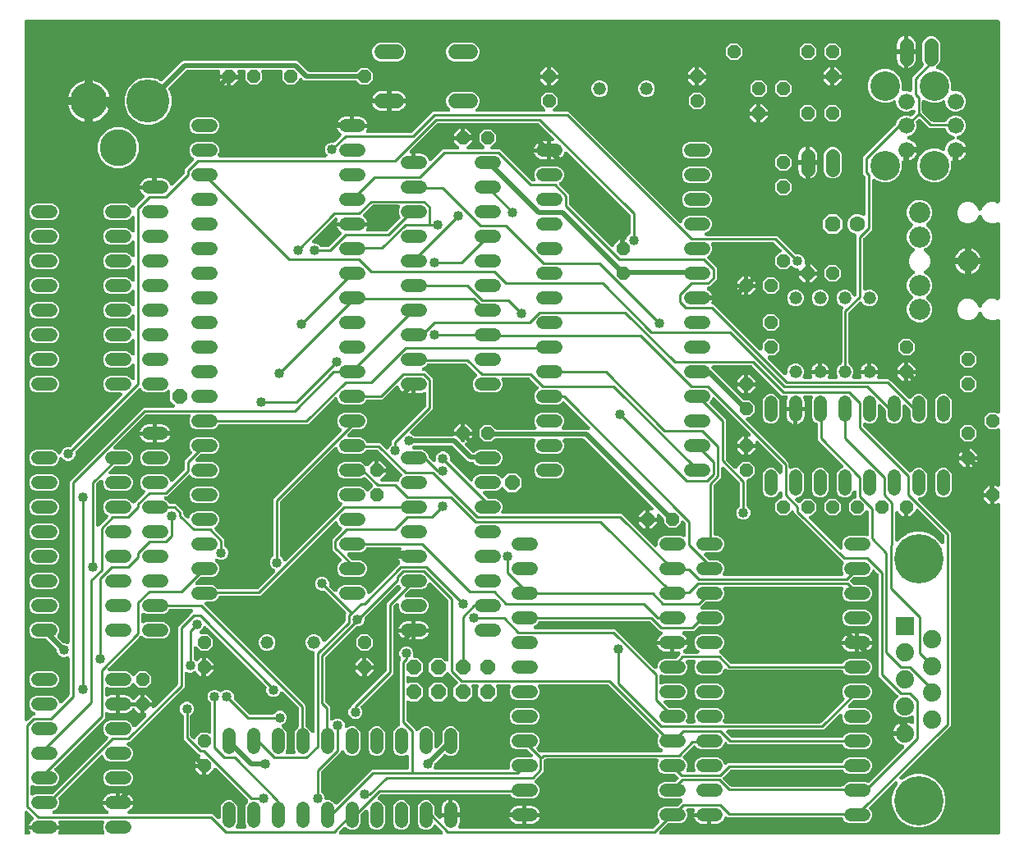
<source format=gbl>
G04 EAGLE Gerber RS-274X export*
G75*
%MOMM*%
%FSLAX34Y34*%
%LPD*%
%INBottom Copper*%
%IPPOS*%
%AMOC8*
5,1,8,0,0,1.08239X$1,22.5*%
G01*
%ADD10P,1.429621X8X202.500000*%
%ADD11P,1.429621X8X292.500000*%
%ADD12C,1.320800*%
%ADD13P,1.429621X8X22.500000*%
%ADD14C,1.320800*%
%ADD15P,1.429621X8X112.500000*%
%ADD16P,1.732040X8X202.500000*%
%ADD17C,1.600200*%
%ADD18C,1.422400*%
%ADD19C,2.184400*%
%ADD20C,1.676400*%
%ADD21C,3.048000*%
%ADD22P,1.649562X8X22.500000*%
%ADD23C,1.524000*%
%ADD24R,1.879600X1.879600*%
%ADD25C,1.879600*%
%ADD26C,5.080000*%
%ADD27C,4.445000*%
%ADD28C,3.810000*%
%ADD29C,0.254000*%
%ADD30C,1.016000*%
%ADD31C,0.508000*%

G36*
X1008906Y5083D02*
X1008906Y5083D01*
X1008924Y5081D01*
X1009106Y5102D01*
X1009289Y5121D01*
X1009306Y5126D01*
X1009323Y5128D01*
X1009498Y5185D01*
X1009674Y5239D01*
X1009689Y5247D01*
X1009706Y5253D01*
X1009866Y5343D01*
X1010028Y5431D01*
X1010041Y5442D01*
X1010057Y5451D01*
X1010196Y5571D01*
X1010337Y5688D01*
X1010348Y5702D01*
X1010362Y5714D01*
X1010474Y5859D01*
X1010589Y6002D01*
X1010597Y6018D01*
X1010608Y6032D01*
X1010690Y6197D01*
X1010775Y6359D01*
X1010780Y6376D01*
X1010788Y6392D01*
X1010835Y6571D01*
X1010886Y6746D01*
X1010888Y6764D01*
X1010892Y6781D01*
X1010919Y7112D01*
X1010919Y345383D01*
X1010918Y345392D01*
X1010919Y345401D01*
X1010898Y345593D01*
X1010879Y345783D01*
X1010877Y345792D01*
X1010876Y345801D01*
X1010818Y345983D01*
X1010761Y346168D01*
X1010757Y346176D01*
X1010754Y346185D01*
X1010662Y346352D01*
X1010569Y346522D01*
X1010564Y346529D01*
X1010559Y346537D01*
X1010434Y346685D01*
X1010312Y346832D01*
X1010305Y346837D01*
X1010299Y346844D01*
X1010148Y346963D01*
X1009998Y347084D01*
X1009990Y347088D01*
X1009983Y347094D01*
X1009810Y347181D01*
X1009641Y347269D01*
X1009632Y347272D01*
X1009624Y347276D01*
X1009439Y347328D01*
X1009254Y347381D01*
X1009245Y347382D01*
X1009236Y347384D01*
X1009044Y347398D01*
X1008852Y347414D01*
X1008844Y347413D01*
X1008835Y347413D01*
X1008644Y347389D01*
X1008453Y347367D01*
X1008444Y347364D01*
X1008435Y347363D01*
X1008254Y347302D01*
X1008070Y347242D01*
X1008062Y347238D01*
X1008054Y347235D01*
X1007886Y347139D01*
X1007719Y347044D01*
X1007712Y347038D01*
X1007705Y347034D01*
X1007452Y346819D01*
X1007088Y346455D01*
X1005331Y346455D01*
X1005331Y355600D01*
X1005331Y364745D01*
X1007088Y364745D01*
X1007452Y364381D01*
X1007459Y364375D01*
X1007464Y364368D01*
X1007613Y364249D01*
X1007763Y364126D01*
X1007771Y364122D01*
X1007778Y364116D01*
X1007948Y364028D01*
X1008119Y363937D01*
X1008128Y363935D01*
X1008135Y363931D01*
X1008320Y363877D01*
X1008505Y363822D01*
X1008514Y363822D01*
X1008522Y363819D01*
X1008713Y363803D01*
X1008906Y363786D01*
X1008915Y363787D01*
X1008924Y363786D01*
X1009113Y363808D01*
X1009306Y363829D01*
X1009315Y363832D01*
X1009323Y363833D01*
X1009506Y363893D01*
X1009690Y363951D01*
X1009698Y363955D01*
X1009706Y363958D01*
X1009874Y364053D01*
X1010042Y364146D01*
X1010049Y364152D01*
X1010057Y364156D01*
X1010203Y364282D01*
X1010349Y364406D01*
X1010355Y364413D01*
X1010362Y364419D01*
X1010480Y364572D01*
X1010599Y364722D01*
X1010603Y364730D01*
X1010608Y364737D01*
X1010694Y364909D01*
X1010781Y365081D01*
X1010784Y365090D01*
X1010788Y365098D01*
X1010837Y365283D01*
X1010889Y365469D01*
X1010890Y365478D01*
X1010892Y365486D01*
X1010919Y365817D01*
X1010919Y422301D01*
X1010918Y422310D01*
X1010919Y422319D01*
X1010898Y422511D01*
X1010879Y422702D01*
X1010877Y422710D01*
X1010876Y422719D01*
X1010818Y422902D01*
X1010761Y423087D01*
X1010757Y423095D01*
X1010754Y423103D01*
X1010662Y423271D01*
X1010569Y423441D01*
X1010564Y423448D01*
X1010559Y423455D01*
X1010434Y423603D01*
X1010312Y423750D01*
X1010305Y423756D01*
X1010299Y423762D01*
X1010148Y423882D01*
X1009998Y424002D01*
X1009990Y424007D01*
X1009983Y424012D01*
X1009812Y424099D01*
X1009641Y424188D01*
X1009632Y424190D01*
X1009624Y424194D01*
X1009439Y424246D01*
X1009254Y424299D01*
X1009245Y424300D01*
X1009236Y424302D01*
X1009044Y424317D01*
X1008852Y424332D01*
X1008844Y424331D01*
X1008835Y424332D01*
X1008642Y424307D01*
X1008453Y424285D01*
X1008444Y424283D01*
X1008435Y424281D01*
X1008252Y424220D01*
X1008070Y424160D01*
X1008062Y424156D01*
X1008054Y424153D01*
X1007888Y424058D01*
X1007719Y423963D01*
X1007712Y423957D01*
X1007705Y423952D01*
X1007452Y423738D01*
X1006877Y423163D01*
X999723Y423163D01*
X994663Y428223D01*
X994663Y435377D01*
X999723Y440437D01*
X1006877Y440437D01*
X1007452Y439862D01*
X1007459Y439857D01*
X1007464Y439850D01*
X1007614Y439729D01*
X1007763Y439607D01*
X1007771Y439603D01*
X1007778Y439598D01*
X1007948Y439509D01*
X1008119Y439419D01*
X1008128Y439416D01*
X1008135Y439412D01*
X1008320Y439359D01*
X1008505Y439304D01*
X1008514Y439303D01*
X1008522Y439301D01*
X1008713Y439285D01*
X1008906Y439268D01*
X1008915Y439269D01*
X1008924Y439268D01*
X1009113Y439290D01*
X1009306Y439311D01*
X1009315Y439314D01*
X1009323Y439315D01*
X1009505Y439374D01*
X1009690Y439432D01*
X1009698Y439437D01*
X1009706Y439440D01*
X1009873Y439534D01*
X1010042Y439627D01*
X1010049Y439633D01*
X1010057Y439637D01*
X1010202Y439763D01*
X1010349Y439888D01*
X1010355Y439895D01*
X1010362Y439901D01*
X1010478Y440051D01*
X1010599Y440204D01*
X1010603Y440212D01*
X1010608Y440219D01*
X1010693Y440389D01*
X1010781Y440563D01*
X1010784Y440571D01*
X1010788Y440579D01*
X1010837Y440765D01*
X1010889Y440951D01*
X1010890Y440959D01*
X1010892Y440968D01*
X1010919Y441299D01*
X1010919Y535188D01*
X1010918Y535201D01*
X1010919Y535215D01*
X1010898Y535401D01*
X1010879Y535589D01*
X1010875Y535601D01*
X1010874Y535615D01*
X1010817Y535792D01*
X1010761Y535974D01*
X1010755Y535985D01*
X1010751Y535998D01*
X1010659Y536162D01*
X1010569Y536328D01*
X1010561Y536338D01*
X1010554Y536350D01*
X1010431Y536493D01*
X1010312Y536637D01*
X1010301Y536645D01*
X1010293Y536655D01*
X1010144Y536772D01*
X1009998Y536889D01*
X1009986Y536895D01*
X1009976Y536904D01*
X1009806Y536989D01*
X1009641Y537075D01*
X1009628Y537078D01*
X1009616Y537084D01*
X1009434Y537134D01*
X1009254Y537186D01*
X1009240Y537187D01*
X1009227Y537191D01*
X1009041Y537204D01*
X1008852Y537219D01*
X1008839Y537217D01*
X1008826Y537218D01*
X1008639Y537194D01*
X1008453Y537172D01*
X1008440Y537168D01*
X1008427Y537166D01*
X1008111Y537065D01*
X1005104Y535819D01*
X1000696Y535819D01*
X996623Y537506D01*
X993506Y540623D01*
X992277Y543592D01*
X992272Y543600D01*
X992270Y543608D01*
X992177Y543778D01*
X992086Y543947D01*
X992081Y543953D01*
X992076Y543961D01*
X991952Y544110D01*
X991830Y544257D01*
X991823Y544263D01*
X991817Y544270D01*
X991667Y544389D01*
X991517Y544511D01*
X991509Y544515D01*
X991502Y544520D01*
X991332Y544608D01*
X991161Y544698D01*
X991152Y544700D01*
X991144Y544704D01*
X990960Y544757D01*
X990774Y544811D01*
X990765Y544812D01*
X990757Y544814D01*
X990566Y544829D01*
X990373Y544846D01*
X990364Y544845D01*
X990356Y544845D01*
X990164Y544822D01*
X989973Y544800D01*
X989965Y544798D01*
X989956Y544797D01*
X989773Y544736D01*
X989590Y544677D01*
X989582Y544673D01*
X989574Y544670D01*
X989406Y544574D01*
X989238Y544481D01*
X989232Y544475D01*
X989224Y544471D01*
X989078Y544343D01*
X988933Y544219D01*
X988927Y544212D01*
X988920Y544206D01*
X988803Y544054D01*
X988684Y543902D01*
X988680Y543894D01*
X988675Y543887D01*
X988523Y543592D01*
X987294Y540623D01*
X984177Y537506D01*
X983221Y537110D01*
X980104Y535819D01*
X975696Y535819D01*
X971623Y537506D01*
X968506Y540623D01*
X966819Y544696D01*
X966819Y549104D01*
X968506Y553177D01*
X971623Y556294D01*
X975112Y557739D01*
X975696Y557981D01*
X980104Y557981D01*
X984177Y556294D01*
X987294Y553177D01*
X988523Y550208D01*
X988528Y550200D01*
X988530Y550192D01*
X988622Y550024D01*
X988714Y549853D01*
X988719Y549846D01*
X988724Y549839D01*
X988847Y549692D01*
X988970Y549543D01*
X988977Y549537D01*
X988983Y549531D01*
X989133Y549411D01*
X989283Y549289D01*
X989291Y549285D01*
X989297Y549280D01*
X989468Y549192D01*
X989639Y549102D01*
X989648Y549100D01*
X989656Y549096D01*
X989840Y549043D01*
X990026Y548989D01*
X990034Y548988D01*
X990043Y548986D01*
X990234Y548971D01*
X990427Y548954D01*
X990436Y548955D01*
X990444Y548955D01*
X990634Y548978D01*
X990827Y549000D01*
X990835Y549002D01*
X990844Y549003D01*
X991026Y549064D01*
X991210Y549123D01*
X991218Y549127D01*
X991226Y549130D01*
X991394Y549226D01*
X991562Y549319D01*
X991568Y549325D01*
X991576Y549329D01*
X991721Y549456D01*
X991867Y549581D01*
X991873Y549588D01*
X991880Y549594D01*
X991997Y549746D01*
X992116Y549898D01*
X992120Y549906D01*
X992125Y549913D01*
X992277Y550208D01*
X993506Y553177D01*
X996623Y556294D01*
X1000112Y557739D01*
X1000696Y557981D01*
X1005104Y557981D01*
X1008111Y556735D01*
X1008124Y556731D01*
X1008135Y556725D01*
X1008315Y556674D01*
X1008496Y556619D01*
X1008509Y556618D01*
X1008522Y556614D01*
X1008710Y556599D01*
X1008897Y556581D01*
X1008910Y556582D01*
X1008924Y556581D01*
X1009110Y556603D01*
X1009297Y556622D01*
X1009310Y556626D01*
X1009323Y556628D01*
X1009503Y556686D01*
X1009682Y556742D01*
X1009693Y556749D01*
X1009706Y556753D01*
X1009871Y556846D01*
X1010035Y556935D01*
X1010045Y556944D01*
X1010057Y556951D01*
X1010199Y557074D01*
X1010343Y557195D01*
X1010351Y557205D01*
X1010362Y557214D01*
X1010476Y557362D01*
X1010594Y557509D01*
X1010600Y557521D01*
X1010608Y557532D01*
X1010691Y557698D01*
X1010778Y557868D01*
X1010782Y557880D01*
X1010788Y557892D01*
X1010837Y558075D01*
X1010888Y558255D01*
X1010889Y558268D01*
X1010892Y558281D01*
X1010919Y558612D01*
X1010919Y635188D01*
X1010918Y635201D01*
X1010919Y635215D01*
X1010898Y635400D01*
X1010879Y635589D01*
X1010875Y635601D01*
X1010874Y635615D01*
X1010817Y635792D01*
X1010761Y635974D01*
X1010755Y635985D01*
X1010751Y635998D01*
X1010659Y636162D01*
X1010569Y636328D01*
X1010561Y636338D01*
X1010554Y636350D01*
X1010431Y636493D01*
X1010312Y636637D01*
X1010301Y636645D01*
X1010293Y636655D01*
X1010144Y636772D01*
X1009998Y636889D01*
X1009986Y636895D01*
X1009976Y636904D01*
X1009806Y636989D01*
X1009641Y637075D01*
X1009628Y637078D01*
X1009616Y637084D01*
X1009434Y637134D01*
X1009254Y637186D01*
X1009240Y637187D01*
X1009227Y637191D01*
X1009041Y637204D01*
X1008852Y637219D01*
X1008839Y637217D01*
X1008826Y637218D01*
X1008639Y637194D01*
X1008453Y637172D01*
X1008440Y637168D01*
X1008427Y637166D01*
X1008111Y637065D01*
X1005104Y635819D01*
X1000696Y635819D01*
X996623Y637506D01*
X993506Y640623D01*
X992277Y643592D01*
X992272Y643600D01*
X992270Y643608D01*
X992178Y643775D01*
X992086Y643947D01*
X992081Y643954D01*
X992076Y643961D01*
X991953Y644108D01*
X991830Y644257D01*
X991823Y644263D01*
X991817Y644269D01*
X991667Y644389D01*
X991517Y644511D01*
X991509Y644515D01*
X991503Y644520D01*
X991332Y644608D01*
X991161Y644698D01*
X991152Y644700D01*
X991144Y644704D01*
X990960Y644757D01*
X990774Y644811D01*
X990766Y644812D01*
X990757Y644814D01*
X990566Y644829D01*
X990373Y644846D01*
X990364Y644845D01*
X990356Y644845D01*
X990166Y644822D01*
X989973Y644800D01*
X989965Y644798D01*
X989956Y644797D01*
X989774Y644736D01*
X989590Y644677D01*
X989582Y644673D01*
X989574Y644670D01*
X989406Y644574D01*
X989238Y644481D01*
X989232Y644475D01*
X989224Y644471D01*
X989079Y644344D01*
X988933Y644219D01*
X988927Y644212D01*
X988920Y644206D01*
X988803Y644054D01*
X988684Y643902D01*
X988680Y643894D01*
X988675Y643887D01*
X988523Y643592D01*
X987294Y640623D01*
X984177Y637506D01*
X980104Y635819D01*
X975696Y635819D01*
X971623Y637506D01*
X968506Y640623D01*
X966819Y644696D01*
X966819Y649104D01*
X968506Y653177D01*
X971623Y656294D01*
X975696Y657981D01*
X980104Y657981D01*
X984177Y656294D01*
X987294Y653177D01*
X988523Y650208D01*
X988527Y650202D01*
X988527Y650200D01*
X988528Y650198D01*
X988530Y650192D01*
X988623Y650022D01*
X988714Y649853D01*
X988719Y649847D01*
X988724Y649839D01*
X988848Y649690D01*
X988970Y649543D01*
X988977Y649537D01*
X988983Y649530D01*
X989133Y649411D01*
X989283Y649289D01*
X989291Y649285D01*
X989298Y649280D01*
X989468Y649192D01*
X989639Y649102D01*
X989648Y649100D01*
X989656Y649096D01*
X989840Y649043D01*
X990026Y648989D01*
X990035Y648988D01*
X990043Y648986D01*
X990234Y648971D01*
X990427Y648954D01*
X990436Y648955D01*
X990444Y648955D01*
X990636Y648978D01*
X990827Y649000D01*
X990835Y649002D01*
X990844Y649003D01*
X991027Y649064D01*
X991210Y649123D01*
X991218Y649127D01*
X991226Y649130D01*
X991394Y649226D01*
X991562Y649319D01*
X991568Y649325D01*
X991576Y649329D01*
X991722Y649457D01*
X991867Y649581D01*
X991873Y649588D01*
X991880Y649594D01*
X991997Y649746D01*
X992116Y649898D01*
X992120Y649906D01*
X992125Y649913D01*
X992277Y650208D01*
X993506Y653177D01*
X996623Y656294D01*
X1000696Y657981D01*
X1005104Y657981D01*
X1008111Y656735D01*
X1008124Y656731D01*
X1008135Y656725D01*
X1008315Y656674D01*
X1008496Y656619D01*
X1008509Y656618D01*
X1008522Y656614D01*
X1008710Y656599D01*
X1008897Y656581D01*
X1008910Y656582D01*
X1008924Y656581D01*
X1009110Y656603D01*
X1009297Y656622D01*
X1009310Y656626D01*
X1009323Y656628D01*
X1009503Y656686D01*
X1009682Y656742D01*
X1009693Y656749D01*
X1009706Y656753D01*
X1009871Y656846D01*
X1010035Y656935D01*
X1010045Y656944D01*
X1010057Y656951D01*
X1010199Y657074D01*
X1010343Y657195D01*
X1010351Y657205D01*
X1010362Y657214D01*
X1010476Y657362D01*
X1010594Y657509D01*
X1010600Y657521D01*
X1010608Y657532D01*
X1010692Y657700D01*
X1010778Y657868D01*
X1010782Y657880D01*
X1010788Y657892D01*
X1010837Y658075D01*
X1010888Y658255D01*
X1010889Y658268D01*
X1010892Y658281D01*
X1010919Y658612D01*
X1010919Y843688D01*
X1010917Y843706D01*
X1010919Y843724D01*
X1010898Y843906D01*
X1010879Y844089D01*
X1010874Y844106D01*
X1010872Y844123D01*
X1010815Y844298D01*
X1010761Y844474D01*
X1010753Y844489D01*
X1010747Y844506D01*
X1010657Y844666D01*
X1010569Y844828D01*
X1010558Y844841D01*
X1010549Y844857D01*
X1010429Y844996D01*
X1010312Y845137D01*
X1010298Y845148D01*
X1010286Y845162D01*
X1010141Y845274D01*
X1009998Y845389D01*
X1009982Y845397D01*
X1009968Y845408D01*
X1009803Y845490D01*
X1009641Y845575D01*
X1009624Y845580D01*
X1009608Y845588D01*
X1009429Y845635D01*
X1009254Y845686D01*
X1009236Y845688D01*
X1009219Y845692D01*
X1008888Y845719D01*
X7112Y845719D01*
X7094Y845717D01*
X7076Y845719D01*
X6894Y845698D01*
X6711Y845679D01*
X6694Y845674D01*
X6677Y845672D01*
X6502Y845615D01*
X6326Y845561D01*
X6311Y845553D01*
X6294Y845547D01*
X6134Y845457D01*
X5972Y845369D01*
X5959Y845358D01*
X5943Y845349D01*
X5804Y845229D01*
X5663Y845112D01*
X5652Y845098D01*
X5638Y845086D01*
X5526Y844941D01*
X5411Y844798D01*
X5403Y844782D01*
X5392Y844768D01*
X5310Y844603D01*
X5225Y844441D01*
X5220Y844424D01*
X5212Y844408D01*
X5165Y844229D01*
X5114Y844054D01*
X5112Y844036D01*
X5108Y844019D01*
X5081Y843688D01*
X5081Y124383D01*
X5082Y124375D01*
X5081Y124366D01*
X5102Y124174D01*
X5121Y123983D01*
X5123Y123974D01*
X5124Y123965D01*
X5183Y123781D01*
X5239Y123598D01*
X5243Y123590D01*
X5246Y123581D01*
X5339Y123413D01*
X5431Y123244D01*
X5436Y123237D01*
X5441Y123229D01*
X5565Y123082D01*
X5688Y122935D01*
X5695Y122929D01*
X5701Y122922D01*
X5852Y122803D01*
X6002Y122682D01*
X6010Y122678D01*
X6017Y122673D01*
X6190Y122584D01*
X6359Y122497D01*
X6368Y122494D01*
X6376Y122490D01*
X6562Y122438D01*
X6746Y122385D01*
X6755Y122385D01*
X6764Y122382D01*
X6957Y122368D01*
X7148Y122352D01*
X7156Y122353D01*
X7165Y122353D01*
X7358Y122377D01*
X7547Y122399D01*
X7556Y122402D01*
X7565Y122403D01*
X7747Y122465D01*
X7930Y122524D01*
X7938Y122529D01*
X7946Y122531D01*
X8113Y122628D01*
X8281Y122722D01*
X8288Y122728D01*
X8295Y122732D01*
X8548Y122947D01*
X13491Y127890D01*
X14528Y127890D01*
X14532Y127890D01*
X14537Y127890D01*
X14731Y127910D01*
X14929Y127930D01*
X14933Y127931D01*
X14937Y127931D01*
X15125Y127990D01*
X15313Y128048D01*
X15317Y128050D01*
X15322Y128051D01*
X15496Y128147D01*
X15667Y128240D01*
X15671Y128242D01*
X15675Y128245D01*
X15828Y128373D01*
X15977Y128497D01*
X15979Y128501D01*
X15983Y128504D01*
X16108Y128660D01*
X16229Y128811D01*
X16231Y128815D01*
X16234Y128818D01*
X16326Y128997D01*
X16415Y129168D01*
X16416Y129173D01*
X16418Y129177D01*
X16472Y129367D01*
X16526Y129555D01*
X16526Y129560D01*
X16528Y129564D01*
X16542Y129756D01*
X16559Y129957D01*
X16558Y129961D01*
X16559Y129965D01*
X16535Y130156D01*
X16512Y130356D01*
X16511Y130361D01*
X16510Y130365D01*
X16449Y130550D01*
X16387Y130739D01*
X16385Y130743D01*
X16383Y130747D01*
X16287Y130916D01*
X16189Y131090D01*
X16186Y131093D01*
X16184Y131097D01*
X16056Y131244D01*
X15926Y131394D01*
X15922Y131397D01*
X15920Y131401D01*
X15763Y131521D01*
X15608Y131641D01*
X15604Y131643D01*
X15600Y131646D01*
X15305Y131798D01*
X13904Y132378D01*
X11474Y134808D01*
X10159Y137982D01*
X10159Y141418D01*
X11474Y144592D01*
X13904Y147022D01*
X14880Y147426D01*
X17078Y148337D01*
X33722Y148337D01*
X36896Y147022D01*
X39326Y144592D01*
X40509Y141735D01*
X40516Y141723D01*
X40520Y141710D01*
X40611Y141545D01*
X40700Y141380D01*
X40708Y141370D01*
X40715Y141358D01*
X40836Y141215D01*
X40956Y141070D01*
X40966Y141061D01*
X40975Y141051D01*
X41122Y140935D01*
X41269Y140816D01*
X41280Y140810D01*
X41291Y140802D01*
X41459Y140716D01*
X41625Y140629D01*
X41638Y140625D01*
X41650Y140619D01*
X41832Y140569D01*
X42012Y140516D01*
X42025Y140515D01*
X42038Y140511D01*
X42227Y140497D01*
X42413Y140481D01*
X42426Y140483D01*
X42439Y140482D01*
X42628Y140506D01*
X42813Y140526D01*
X42825Y140531D01*
X42839Y140532D01*
X43018Y140592D01*
X43196Y140650D01*
X43208Y140656D01*
X43220Y140660D01*
X43384Y140755D01*
X43548Y140846D01*
X43558Y140855D01*
X43569Y140861D01*
X43822Y141076D01*
X50966Y148220D01*
X50983Y148241D01*
X51004Y148258D01*
X51111Y148396D01*
X51221Y148532D01*
X51234Y148555D01*
X51250Y148576D01*
X51328Y148733D01*
X51410Y148887D01*
X51418Y148913D01*
X51430Y148937D01*
X51475Y149106D01*
X51525Y149273D01*
X51527Y149300D01*
X51534Y149326D01*
X51561Y149656D01*
X51561Y187134D01*
X51560Y187147D01*
X51561Y187160D01*
X51540Y187347D01*
X51521Y187534D01*
X51517Y187547D01*
X51516Y187561D01*
X51459Y187739D01*
X51403Y187919D01*
X51397Y187931D01*
X51393Y187944D01*
X51301Y188108D01*
X51211Y188273D01*
X51203Y188284D01*
X51196Y188295D01*
X51074Y188439D01*
X50954Y188583D01*
X50943Y188591D01*
X50935Y188601D01*
X50786Y188718D01*
X50640Y188835D01*
X50628Y188841D01*
X50618Y188849D01*
X50448Y188934D01*
X50283Y189020D01*
X50270Y189024D01*
X50258Y189030D01*
X50075Y189080D01*
X49896Y189132D01*
X49882Y189133D01*
X49869Y189136D01*
X49681Y189149D01*
X49494Y189165D01*
X49481Y189163D01*
X49468Y189164D01*
X49280Y189140D01*
X49095Y189118D01*
X49082Y189114D01*
X49069Y189112D01*
X48753Y189010D01*
X47135Y188340D01*
X44305Y188340D01*
X41691Y189423D01*
X39690Y191424D01*
X38607Y194038D01*
X38607Y195258D01*
X38605Y195284D01*
X38607Y195311D01*
X38585Y195485D01*
X38567Y195658D01*
X38560Y195684D01*
X38556Y195710D01*
X38501Y195876D01*
X38449Y196043D01*
X38436Y196067D01*
X38428Y196092D01*
X38341Y196244D01*
X38257Y196397D01*
X38240Y196418D01*
X38227Y196441D01*
X38012Y196694D01*
X28038Y206668D01*
X28017Y206685D01*
X28000Y206706D01*
X27862Y206813D01*
X27726Y206923D01*
X27703Y206936D01*
X27682Y206952D01*
X27525Y207030D01*
X27371Y207112D01*
X27345Y207120D01*
X27321Y207132D01*
X27152Y207177D01*
X26985Y207227D01*
X26958Y207229D01*
X26932Y207236D01*
X26602Y207263D01*
X17078Y207263D01*
X13904Y208578D01*
X11474Y211008D01*
X10159Y214182D01*
X10159Y217618D01*
X11474Y220792D01*
X13904Y223222D01*
X17078Y224537D01*
X33722Y224537D01*
X36896Y223222D01*
X39326Y220792D01*
X40641Y217618D01*
X40641Y214182D01*
X39311Y210971D01*
X39277Y210928D01*
X39160Y210786D01*
X39152Y210770D01*
X39141Y210756D01*
X39058Y210592D01*
X38972Y210430D01*
X38967Y210413D01*
X38958Y210397D01*
X38909Y210219D01*
X38857Y210044D01*
X38855Y210026D01*
X38850Y210009D01*
X38837Y209826D01*
X38820Y209643D01*
X38822Y209625D01*
X38821Y209608D01*
X38844Y209426D01*
X38864Y209243D01*
X38869Y209226D01*
X38871Y209208D01*
X38930Y209035D01*
X38985Y208859D01*
X38994Y208843D01*
X39000Y208826D01*
X39091Y208667D01*
X39180Y208507D01*
X39192Y208493D01*
X39201Y208478D01*
X39415Y208225D01*
X44479Y203161D01*
X44500Y203144D01*
X44517Y203123D01*
X44655Y203016D01*
X44791Y202906D01*
X44814Y202893D01*
X44835Y202877D01*
X44992Y202799D01*
X45146Y202717D01*
X45172Y202709D01*
X45196Y202697D01*
X45365Y202652D01*
X45532Y202602D01*
X45559Y202600D01*
X45585Y202593D01*
X45915Y202566D01*
X47135Y202566D01*
X48753Y201896D01*
X48766Y201892D01*
X48777Y201886D01*
X48957Y201834D01*
X49138Y201779D01*
X49151Y201778D01*
X49164Y201774D01*
X49352Y201759D01*
X49539Y201741D01*
X49552Y201742D01*
X49566Y201741D01*
X49752Y201763D01*
X49939Y201783D01*
X49952Y201787D01*
X49965Y201788D01*
X50145Y201847D01*
X50324Y201902D01*
X50335Y201909D01*
X50348Y201913D01*
X50512Y202006D01*
X50677Y202096D01*
X50687Y202104D01*
X50699Y202111D01*
X50841Y202233D01*
X50985Y202355D01*
X50993Y202365D01*
X51004Y202374D01*
X51117Y202521D01*
X51236Y202670D01*
X51242Y202682D01*
X51250Y202692D01*
X51334Y202860D01*
X51420Y203028D01*
X51424Y203041D01*
X51430Y203053D01*
X51479Y203235D01*
X51530Y203415D01*
X51531Y203428D01*
X51534Y203441D01*
X51561Y203772D01*
X51561Y369414D01*
X127791Y445644D01*
X158101Y445644D01*
X158110Y445645D01*
X158119Y445644D01*
X158311Y445665D01*
X158502Y445684D01*
X158511Y445686D01*
X158519Y445687D01*
X158702Y445745D01*
X158887Y445802D01*
X158895Y445806D01*
X158903Y445809D01*
X159072Y445902D01*
X159241Y445994D01*
X159248Y445999D01*
X159256Y446004D01*
X159403Y446128D01*
X159550Y446251D01*
X159556Y446258D01*
X159563Y446264D01*
X159682Y446415D01*
X159803Y446565D01*
X159807Y446573D01*
X159812Y446580D01*
X159900Y446753D01*
X159988Y446922D01*
X159990Y446931D01*
X159995Y446939D01*
X160046Y447125D01*
X160099Y447309D01*
X160100Y447318D01*
X160103Y447327D01*
X160117Y447520D01*
X160132Y447711D01*
X160131Y447719D01*
X160132Y447728D01*
X160108Y447921D01*
X160085Y448110D01*
X160083Y448119D01*
X160082Y448128D01*
X160020Y448311D01*
X159961Y448493D01*
X159956Y448501D01*
X159953Y448509D01*
X159857Y448676D01*
X159763Y448844D01*
X159757Y448851D01*
X159752Y448858D01*
X159538Y449111D01*
X155447Y453202D01*
X155447Y461925D01*
X155446Y461934D01*
X155447Y461943D01*
X155426Y462135D01*
X155407Y462326D01*
X155405Y462334D01*
X155404Y462343D01*
X155346Y462525D01*
X155289Y462711D01*
X155285Y462719D01*
X155282Y462727D01*
X155189Y462896D01*
X155097Y463065D01*
X155092Y463072D01*
X155087Y463079D01*
X154962Y463227D01*
X154840Y463374D01*
X154833Y463380D01*
X154827Y463386D01*
X154676Y463506D01*
X154526Y463626D01*
X154518Y463631D01*
X154511Y463636D01*
X154340Y463723D01*
X154169Y463812D01*
X154160Y463814D01*
X154152Y463818D01*
X153967Y463870D01*
X153782Y463923D01*
X153773Y463924D01*
X153764Y463926D01*
X153572Y463941D01*
X153380Y463956D01*
X153372Y463955D01*
X153363Y463956D01*
X153172Y463932D01*
X152981Y463909D01*
X152972Y463906D01*
X152963Y463905D01*
X152782Y463845D01*
X152598Y463784D01*
X152590Y463780D01*
X152582Y463777D01*
X152416Y463682D01*
X152247Y463587D01*
X152240Y463581D01*
X152233Y463576D01*
X151980Y463362D01*
X151196Y462578D01*
X148022Y461263D01*
X131378Y461263D01*
X128204Y462578D01*
X125693Y465089D01*
X125687Y465099D01*
X125566Y465242D01*
X125446Y465387D01*
X125436Y465395D01*
X125427Y465406D01*
X125280Y465522D01*
X125134Y465640D01*
X125122Y465647D01*
X125111Y465655D01*
X124944Y465740D01*
X124777Y465828D01*
X124764Y465831D01*
X124752Y465838D01*
X124570Y465888D01*
X124391Y465941D01*
X124377Y465942D01*
X124364Y465946D01*
X124176Y465959D01*
X123990Y465976D01*
X123976Y465974D01*
X123963Y465975D01*
X123775Y465951D01*
X123590Y465931D01*
X123577Y465926D01*
X123563Y465925D01*
X123385Y465865D01*
X123206Y465807D01*
X123194Y465801D01*
X123181Y465796D01*
X123018Y465702D01*
X122855Y465611D01*
X122845Y465602D01*
X122833Y465596D01*
X122580Y465381D01*
X58000Y400801D01*
X57983Y400780D01*
X57962Y400763D01*
X57855Y400625D01*
X57745Y400489D01*
X57732Y400466D01*
X57716Y400445D01*
X57638Y400288D01*
X57556Y400134D01*
X57548Y400108D01*
X57536Y400084D01*
X57491Y399915D01*
X57441Y399748D01*
X57439Y399721D01*
X57432Y399695D01*
X57405Y399365D01*
X57405Y396349D01*
X56322Y393735D01*
X54321Y391734D01*
X51707Y390651D01*
X48877Y390651D01*
X46263Y391734D01*
X44108Y393889D01*
X44101Y393894D01*
X44096Y393901D01*
X43946Y394022D01*
X43797Y394144D01*
X43789Y394148D01*
X43782Y394154D01*
X43612Y394242D01*
X43441Y394332D01*
X43432Y394335D01*
X43425Y394339D01*
X43240Y394392D01*
X43055Y394447D01*
X43046Y394448D01*
X43038Y394451D01*
X42847Y394466D01*
X42654Y394484D01*
X42645Y394483D01*
X42636Y394483D01*
X42447Y394461D01*
X42254Y394440D01*
X42245Y394438D01*
X42237Y394437D01*
X42055Y394377D01*
X41870Y394319D01*
X41862Y394314D01*
X41854Y394312D01*
X41685Y394217D01*
X41518Y394124D01*
X41511Y394118D01*
X41503Y394114D01*
X41357Y393988D01*
X41211Y393863D01*
X41205Y393856D01*
X41198Y393851D01*
X41080Y393698D01*
X40961Y393548D01*
X40957Y393540D01*
X40952Y393533D01*
X40866Y393359D01*
X40779Y393189D01*
X40776Y393180D01*
X40772Y393172D01*
X40722Y392986D01*
X40671Y392801D01*
X40670Y392792D01*
X40668Y392783D01*
X40641Y392452D01*
X40641Y391982D01*
X39326Y388808D01*
X36896Y386378D01*
X33722Y385063D01*
X17078Y385063D01*
X13904Y386378D01*
X11474Y388808D01*
X10159Y391982D01*
X10159Y395418D01*
X11474Y398592D01*
X13904Y401022D01*
X17078Y402337D01*
X33722Y402337D01*
X36896Y401022D01*
X39360Y398558D01*
X39369Y398541D01*
X39461Y398369D01*
X39464Y398366D01*
X39467Y398362D01*
X39593Y398210D01*
X39718Y398059D01*
X39721Y398056D01*
X39724Y398052D01*
X39879Y397928D01*
X40030Y397805D01*
X40034Y397803D01*
X40038Y397800D01*
X40214Y397709D01*
X40387Y397618D01*
X40391Y397617D01*
X40395Y397614D01*
X40585Y397560D01*
X40773Y397505D01*
X40778Y397504D01*
X40782Y397503D01*
X40981Y397487D01*
X41175Y397470D01*
X41179Y397471D01*
X41184Y397470D01*
X41378Y397493D01*
X41575Y397515D01*
X41579Y397517D01*
X41583Y397517D01*
X41770Y397578D01*
X41958Y397638D01*
X41962Y397641D01*
X41966Y397642D01*
X42139Y397739D01*
X42309Y397835D01*
X42313Y397838D01*
X42317Y397840D01*
X42465Y397968D01*
X42615Y398096D01*
X42618Y398100D01*
X42622Y398103D01*
X42741Y398257D01*
X42864Y398413D01*
X42866Y398418D01*
X42868Y398421D01*
X42956Y398597D01*
X43044Y398773D01*
X43046Y398777D01*
X43048Y398782D01*
X43100Y398975D01*
X43109Y399009D01*
X44262Y401793D01*
X46263Y403794D01*
X48877Y404877D01*
X51893Y404877D01*
X51919Y404879D01*
X51946Y404877D01*
X52120Y404899D01*
X52293Y404917D01*
X52319Y404924D01*
X52345Y404928D01*
X52511Y404983D01*
X52678Y405035D01*
X52702Y405048D01*
X52727Y405056D01*
X52879Y405143D01*
X53032Y405227D01*
X53053Y405244D01*
X53076Y405257D01*
X53329Y405472D01*
X105653Y457796D01*
X105659Y457803D01*
X105665Y457808D01*
X105786Y457958D01*
X105908Y458107D01*
X105912Y458115D01*
X105918Y458122D01*
X106007Y458293D01*
X106097Y458463D01*
X106099Y458471D01*
X106103Y458479D01*
X106157Y458665D01*
X106211Y458849D01*
X106212Y458858D01*
X106215Y458866D01*
X106230Y459058D01*
X106248Y459250D01*
X106247Y459259D01*
X106248Y459268D01*
X106225Y459457D01*
X106204Y459650D01*
X106202Y459659D01*
X106201Y459667D01*
X106142Y459849D01*
X106083Y460034D01*
X106079Y460042D01*
X106076Y460050D01*
X105981Y460219D01*
X105888Y460386D01*
X105882Y460393D01*
X105878Y460401D01*
X105752Y460547D01*
X105628Y460693D01*
X105621Y460699D01*
X105615Y460706D01*
X105463Y460823D01*
X105312Y460943D01*
X105304Y460947D01*
X105297Y460952D01*
X105125Y461038D01*
X104953Y461125D01*
X104944Y461128D01*
X104936Y461132D01*
X104750Y461182D01*
X104565Y461233D01*
X104556Y461234D01*
X104547Y461236D01*
X104217Y461263D01*
X93278Y461263D01*
X90104Y462578D01*
X87674Y465008D01*
X86359Y468182D01*
X86359Y471618D01*
X87674Y474792D01*
X90104Y477222D01*
X93278Y478537D01*
X109922Y478537D01*
X113096Y477222D01*
X115531Y474787D01*
X115538Y474782D01*
X115543Y474775D01*
X115693Y474655D01*
X115842Y474532D01*
X115850Y474528D01*
X115857Y474523D01*
X116027Y474434D01*
X116198Y474344D01*
X116207Y474341D01*
X116214Y474337D01*
X116399Y474284D01*
X116584Y474229D01*
X116593Y474228D01*
X116601Y474226D01*
X116792Y474210D01*
X116985Y474193D01*
X116994Y474194D01*
X117003Y474193D01*
X117192Y474215D01*
X117385Y474236D01*
X117394Y474239D01*
X117402Y474240D01*
X117584Y474299D01*
X117769Y474357D01*
X117777Y474362D01*
X117785Y474365D01*
X117954Y474460D01*
X118121Y474552D01*
X118128Y474558D01*
X118136Y474562D01*
X118282Y474688D01*
X118428Y474813D01*
X118434Y474820D01*
X118441Y474826D01*
X118558Y474977D01*
X118678Y475129D01*
X118682Y475137D01*
X118687Y475144D01*
X118772Y475315D01*
X118860Y475488D01*
X118863Y475496D01*
X118867Y475504D01*
X118917Y475690D01*
X118968Y475876D01*
X118969Y475884D01*
X118971Y475893D01*
X118998Y476224D01*
X118998Y488976D01*
X118997Y488985D01*
X118998Y488994D01*
X118977Y489186D01*
X118958Y489377D01*
X118956Y489385D01*
X118955Y489394D01*
X118897Y489577D01*
X118840Y489762D01*
X118836Y489770D01*
X118833Y489778D01*
X118740Y489947D01*
X118648Y490116D01*
X118643Y490123D01*
X118638Y490130D01*
X118514Y490277D01*
X118391Y490425D01*
X118384Y490431D01*
X118378Y490437D01*
X118227Y490556D01*
X118077Y490677D01*
X118069Y490682D01*
X118062Y490687D01*
X117889Y490775D01*
X117720Y490863D01*
X117711Y490865D01*
X117703Y490869D01*
X117517Y490921D01*
X117333Y490974D01*
X117324Y490975D01*
X117315Y490977D01*
X117122Y490992D01*
X116931Y491007D01*
X116923Y491006D01*
X116914Y491007D01*
X116721Y490982D01*
X116532Y490960D01*
X116523Y490958D01*
X116514Y490956D01*
X116331Y490895D01*
X116149Y490835D01*
X116141Y490831D01*
X116133Y490828D01*
X115966Y490732D01*
X115798Y490638D01*
X115791Y490632D01*
X115784Y490627D01*
X115531Y490413D01*
X113096Y487978D01*
X109922Y486663D01*
X93278Y486663D01*
X90104Y487978D01*
X87674Y490408D01*
X86359Y493582D01*
X86359Y497018D01*
X87674Y500192D01*
X90104Y502622D01*
X93278Y503937D01*
X109922Y503937D01*
X113096Y502622D01*
X115531Y500187D01*
X115538Y500182D01*
X115543Y500175D01*
X115693Y500055D01*
X115842Y499932D01*
X115850Y499928D01*
X115857Y499923D01*
X116027Y499834D01*
X116198Y499744D01*
X116207Y499741D01*
X116214Y499737D01*
X116399Y499684D01*
X116584Y499629D01*
X116593Y499628D01*
X116601Y499626D01*
X116792Y499610D01*
X116985Y499593D01*
X116994Y499594D01*
X117003Y499593D01*
X117192Y499615D01*
X117385Y499636D01*
X117394Y499639D01*
X117402Y499640D01*
X117584Y499699D01*
X117769Y499757D01*
X117777Y499762D01*
X117785Y499765D01*
X117954Y499860D01*
X118121Y499952D01*
X118128Y499958D01*
X118136Y499962D01*
X118282Y500088D01*
X118428Y500213D01*
X118434Y500220D01*
X118441Y500226D01*
X118558Y500377D01*
X118678Y500529D01*
X118682Y500537D01*
X118687Y500544D01*
X118773Y500716D01*
X118860Y500888D01*
X118863Y500896D01*
X118867Y500904D01*
X118917Y501090D01*
X118968Y501276D01*
X118969Y501284D01*
X118971Y501293D01*
X118998Y501624D01*
X118998Y514376D01*
X118997Y514385D01*
X118998Y514394D01*
X118977Y514586D01*
X118958Y514777D01*
X118956Y514785D01*
X118955Y514794D01*
X118897Y514977D01*
X118840Y515162D01*
X118836Y515170D01*
X118833Y515178D01*
X118740Y515347D01*
X118648Y515516D01*
X118643Y515523D01*
X118638Y515530D01*
X118514Y515677D01*
X118391Y515825D01*
X118384Y515831D01*
X118378Y515837D01*
X118227Y515956D01*
X118077Y516077D01*
X118069Y516082D01*
X118062Y516087D01*
X117889Y516175D01*
X117720Y516263D01*
X117711Y516265D01*
X117703Y516269D01*
X117517Y516321D01*
X117333Y516374D01*
X117324Y516375D01*
X117315Y516377D01*
X117122Y516392D01*
X116931Y516407D01*
X116923Y516406D01*
X116914Y516407D01*
X116721Y516382D01*
X116532Y516360D01*
X116523Y516358D01*
X116514Y516356D01*
X116331Y516295D01*
X116149Y516235D01*
X116141Y516231D01*
X116133Y516228D01*
X115967Y516133D01*
X115798Y516038D01*
X115791Y516032D01*
X115784Y516027D01*
X115531Y515813D01*
X113096Y513378D01*
X109922Y512063D01*
X93278Y512063D01*
X90104Y513378D01*
X87674Y515808D01*
X86359Y518982D01*
X86359Y522418D01*
X87674Y525592D01*
X90104Y528022D01*
X93192Y529301D01*
X93278Y529337D01*
X109922Y529337D01*
X113096Y528022D01*
X115531Y525587D01*
X115538Y525582D01*
X115543Y525575D01*
X115693Y525455D01*
X115842Y525332D01*
X115850Y525328D01*
X115857Y525323D01*
X116027Y525234D01*
X116198Y525144D01*
X116207Y525141D01*
X116214Y525137D01*
X116399Y525084D01*
X116584Y525029D01*
X116593Y525028D01*
X116601Y525026D01*
X116792Y525010D01*
X116985Y524993D01*
X116994Y524994D01*
X117003Y524993D01*
X117192Y525015D01*
X117385Y525036D01*
X117394Y525039D01*
X117402Y525040D01*
X117584Y525099D01*
X117769Y525157D01*
X117777Y525162D01*
X117785Y525165D01*
X117954Y525260D01*
X118121Y525352D01*
X118128Y525358D01*
X118136Y525362D01*
X118282Y525488D01*
X118428Y525613D01*
X118434Y525620D01*
X118441Y525626D01*
X118558Y525777D01*
X118678Y525929D01*
X118682Y525937D01*
X118687Y525944D01*
X118773Y526116D01*
X118860Y526288D01*
X118863Y526296D01*
X118867Y526304D01*
X118917Y526490D01*
X118968Y526676D01*
X118969Y526684D01*
X118971Y526693D01*
X118998Y527024D01*
X118998Y539776D01*
X118997Y539785D01*
X118998Y539794D01*
X118977Y539986D01*
X118958Y540177D01*
X118956Y540185D01*
X118955Y540194D01*
X118897Y540377D01*
X118840Y540562D01*
X118836Y540570D01*
X118833Y540578D01*
X118740Y540747D01*
X118648Y540916D01*
X118643Y540923D01*
X118638Y540930D01*
X118514Y541077D01*
X118391Y541225D01*
X118384Y541231D01*
X118378Y541237D01*
X118227Y541356D01*
X118077Y541477D01*
X118069Y541482D01*
X118062Y541487D01*
X117889Y541575D01*
X117720Y541663D01*
X117711Y541665D01*
X117703Y541669D01*
X117517Y541721D01*
X117333Y541774D01*
X117324Y541775D01*
X117315Y541777D01*
X117122Y541792D01*
X116931Y541807D01*
X116923Y541806D01*
X116914Y541807D01*
X116721Y541782D01*
X116532Y541760D01*
X116523Y541758D01*
X116514Y541756D01*
X116331Y541695D01*
X116149Y541635D01*
X116141Y541631D01*
X116133Y541628D01*
X115967Y541533D01*
X115798Y541438D01*
X115791Y541432D01*
X115784Y541427D01*
X115531Y541213D01*
X113096Y538778D01*
X109922Y537463D01*
X93278Y537463D01*
X90104Y538778D01*
X87674Y541208D01*
X86359Y544382D01*
X86359Y547818D01*
X87674Y550992D01*
X90104Y553422D01*
X90718Y553676D01*
X93278Y554737D01*
X109922Y554737D01*
X113096Y553422D01*
X115531Y550987D01*
X115538Y550982D01*
X115543Y550975D01*
X115693Y550855D01*
X115842Y550732D01*
X115850Y550728D01*
X115857Y550723D01*
X116027Y550634D01*
X116198Y550544D01*
X116207Y550541D01*
X116214Y550537D01*
X116399Y550484D01*
X116584Y550429D01*
X116593Y550428D01*
X116601Y550426D01*
X116792Y550410D01*
X116985Y550393D01*
X116994Y550394D01*
X117003Y550393D01*
X117192Y550415D01*
X117385Y550436D01*
X117394Y550439D01*
X117402Y550440D01*
X117584Y550499D01*
X117769Y550557D01*
X117777Y550562D01*
X117785Y550565D01*
X117954Y550660D01*
X118121Y550752D01*
X118128Y550758D01*
X118136Y550762D01*
X118282Y550888D01*
X118428Y551013D01*
X118434Y551020D01*
X118441Y551026D01*
X118557Y551176D01*
X118678Y551329D01*
X118682Y551337D01*
X118687Y551344D01*
X118772Y551514D01*
X118860Y551688D01*
X118863Y551696D01*
X118867Y551704D01*
X118917Y551890D01*
X118968Y552076D01*
X118969Y552084D01*
X118971Y552093D01*
X118998Y552424D01*
X118998Y565176D01*
X118997Y565185D01*
X118998Y565194D01*
X118977Y565386D01*
X118958Y565577D01*
X118956Y565585D01*
X118955Y565594D01*
X118897Y565777D01*
X118840Y565962D01*
X118836Y565970D01*
X118833Y565978D01*
X118740Y566147D01*
X118648Y566316D01*
X118643Y566323D01*
X118638Y566330D01*
X118514Y566477D01*
X118391Y566625D01*
X118384Y566631D01*
X118378Y566637D01*
X118227Y566756D01*
X118077Y566877D01*
X118069Y566882D01*
X118062Y566887D01*
X117889Y566975D01*
X117720Y567063D01*
X117711Y567065D01*
X117703Y567069D01*
X117517Y567121D01*
X117333Y567174D01*
X117324Y567175D01*
X117315Y567177D01*
X117122Y567192D01*
X116931Y567207D01*
X116923Y567206D01*
X116914Y567207D01*
X116721Y567182D01*
X116532Y567160D01*
X116523Y567158D01*
X116514Y567156D01*
X116331Y567095D01*
X116149Y567035D01*
X116141Y567031D01*
X116133Y567028D01*
X115967Y566933D01*
X115798Y566838D01*
X115791Y566832D01*
X115784Y566827D01*
X115531Y566613D01*
X113096Y564178D01*
X109922Y562863D01*
X93278Y562863D01*
X90104Y564178D01*
X87674Y566608D01*
X86359Y569782D01*
X86359Y573218D01*
X87674Y576392D01*
X90104Y578822D01*
X93278Y580137D01*
X109922Y580137D01*
X113096Y578822D01*
X115531Y576387D01*
X115538Y576382D01*
X115543Y576375D01*
X115693Y576255D01*
X115842Y576132D01*
X115850Y576128D01*
X115857Y576123D01*
X116027Y576034D01*
X116198Y575944D01*
X116207Y575941D01*
X116214Y575937D01*
X116399Y575884D01*
X116584Y575829D01*
X116593Y575828D01*
X116601Y575826D01*
X116792Y575810D01*
X116985Y575793D01*
X116994Y575794D01*
X117003Y575793D01*
X117192Y575815D01*
X117385Y575836D01*
X117394Y575839D01*
X117402Y575840D01*
X117584Y575899D01*
X117769Y575957D01*
X117777Y575962D01*
X117785Y575965D01*
X117954Y576060D01*
X118121Y576152D01*
X118128Y576158D01*
X118136Y576162D01*
X118282Y576288D01*
X118428Y576413D01*
X118434Y576420D01*
X118441Y576426D01*
X118558Y576577D01*
X118678Y576729D01*
X118682Y576737D01*
X118687Y576744D01*
X118772Y576915D01*
X118860Y577088D01*
X118863Y577096D01*
X118867Y577104D01*
X118917Y577290D01*
X118968Y577476D01*
X118969Y577484D01*
X118971Y577493D01*
X118998Y577824D01*
X118998Y590576D01*
X118997Y590585D01*
X118998Y590594D01*
X118977Y590786D01*
X118958Y590977D01*
X118956Y590985D01*
X118955Y590994D01*
X118897Y591177D01*
X118840Y591362D01*
X118836Y591370D01*
X118833Y591378D01*
X118740Y591547D01*
X118648Y591716D01*
X118643Y591723D01*
X118638Y591730D01*
X118514Y591877D01*
X118391Y592025D01*
X118384Y592031D01*
X118378Y592037D01*
X118227Y592156D01*
X118077Y592277D01*
X118069Y592282D01*
X118062Y592287D01*
X117889Y592375D01*
X117720Y592463D01*
X117711Y592465D01*
X117703Y592469D01*
X117517Y592521D01*
X117333Y592574D01*
X117324Y592575D01*
X117315Y592577D01*
X117122Y592592D01*
X116931Y592607D01*
X116923Y592606D01*
X116914Y592607D01*
X116721Y592582D01*
X116532Y592560D01*
X116523Y592558D01*
X116514Y592556D01*
X116331Y592495D01*
X116149Y592435D01*
X116141Y592431D01*
X116133Y592428D01*
X115967Y592333D01*
X115798Y592238D01*
X115791Y592232D01*
X115784Y592227D01*
X115531Y592013D01*
X113096Y589578D01*
X109922Y588263D01*
X93278Y588263D01*
X90104Y589578D01*
X87674Y592008D01*
X86359Y595182D01*
X86359Y598618D01*
X87674Y601792D01*
X90104Y604222D01*
X93278Y605537D01*
X109922Y605537D01*
X113096Y604222D01*
X115531Y601787D01*
X115538Y601782D01*
X115543Y601775D01*
X115693Y601655D01*
X115842Y601532D01*
X115850Y601528D01*
X115857Y601523D01*
X116027Y601434D01*
X116198Y601344D01*
X116207Y601341D01*
X116214Y601337D01*
X116399Y601284D01*
X116584Y601229D01*
X116593Y601228D01*
X116601Y601226D01*
X116792Y601210D01*
X116985Y601193D01*
X116994Y601194D01*
X117003Y601193D01*
X117192Y601215D01*
X117385Y601236D01*
X117394Y601239D01*
X117402Y601240D01*
X117584Y601299D01*
X117769Y601357D01*
X117777Y601362D01*
X117785Y601365D01*
X117954Y601460D01*
X118121Y601552D01*
X118128Y601558D01*
X118136Y601562D01*
X118282Y601688D01*
X118428Y601813D01*
X118434Y601820D01*
X118441Y601826D01*
X118558Y601977D01*
X118678Y602129D01*
X118682Y602137D01*
X118687Y602144D01*
X118773Y602316D01*
X118860Y602488D01*
X118863Y602496D01*
X118867Y602504D01*
X118917Y602690D01*
X118968Y602876D01*
X118969Y602884D01*
X118971Y602893D01*
X118998Y603224D01*
X118998Y615976D01*
X118997Y615985D01*
X118998Y615994D01*
X118977Y616186D01*
X118958Y616377D01*
X118956Y616385D01*
X118955Y616394D01*
X118897Y616577D01*
X118840Y616762D01*
X118836Y616770D01*
X118833Y616778D01*
X118740Y616947D01*
X118648Y617116D01*
X118643Y617123D01*
X118638Y617130D01*
X118514Y617277D01*
X118391Y617425D01*
X118384Y617431D01*
X118378Y617437D01*
X118227Y617556D01*
X118077Y617677D01*
X118069Y617682D01*
X118062Y617687D01*
X117889Y617775D01*
X117720Y617863D01*
X117711Y617865D01*
X117703Y617869D01*
X117517Y617921D01*
X117333Y617974D01*
X117324Y617975D01*
X117315Y617977D01*
X117122Y617992D01*
X116931Y618007D01*
X116923Y618006D01*
X116914Y618007D01*
X116721Y617982D01*
X116532Y617960D01*
X116523Y617958D01*
X116514Y617956D01*
X116331Y617895D01*
X116149Y617835D01*
X116141Y617831D01*
X116133Y617828D01*
X115967Y617733D01*
X115798Y617638D01*
X115791Y617632D01*
X115784Y617627D01*
X115531Y617413D01*
X113096Y614978D01*
X111454Y614298D01*
X109922Y613663D01*
X93278Y613663D01*
X90104Y614978D01*
X87674Y617408D01*
X86359Y620582D01*
X86359Y624018D01*
X87674Y627192D01*
X90104Y629622D01*
X93102Y630864D01*
X93278Y630937D01*
X109922Y630937D01*
X113096Y629622D01*
X115531Y627187D01*
X115538Y627182D01*
X115543Y627175D01*
X115693Y627055D01*
X115842Y626932D01*
X115850Y626928D01*
X115857Y626923D01*
X116027Y626834D01*
X116198Y626744D01*
X116207Y626741D01*
X116214Y626737D01*
X116399Y626684D01*
X116584Y626629D01*
X116593Y626628D01*
X116601Y626626D01*
X116792Y626610D01*
X116985Y626593D01*
X116994Y626594D01*
X117003Y626593D01*
X117192Y626615D01*
X117385Y626636D01*
X117394Y626639D01*
X117402Y626640D01*
X117584Y626699D01*
X117769Y626757D01*
X117777Y626762D01*
X117785Y626765D01*
X117954Y626860D01*
X118121Y626952D01*
X118128Y626958D01*
X118136Y626962D01*
X118282Y627088D01*
X118428Y627213D01*
X118434Y627220D01*
X118441Y627226D01*
X118558Y627377D01*
X118678Y627529D01*
X118682Y627537D01*
X118687Y627544D01*
X118772Y627715D01*
X118860Y627888D01*
X118863Y627896D01*
X118867Y627904D01*
X118917Y628090D01*
X118968Y628276D01*
X118969Y628284D01*
X118971Y628293D01*
X118998Y628624D01*
X118998Y641376D01*
X118997Y641385D01*
X118998Y641394D01*
X118977Y641586D01*
X118958Y641777D01*
X118956Y641785D01*
X118955Y641794D01*
X118897Y641977D01*
X118840Y642162D01*
X118836Y642170D01*
X118833Y642178D01*
X118740Y642347D01*
X118648Y642516D01*
X118643Y642523D01*
X118638Y642530D01*
X118514Y642677D01*
X118391Y642825D01*
X118384Y642831D01*
X118378Y642837D01*
X118227Y642956D01*
X118077Y643077D01*
X118069Y643082D01*
X118062Y643087D01*
X117889Y643175D01*
X117720Y643263D01*
X117711Y643265D01*
X117703Y643269D01*
X117517Y643321D01*
X117333Y643374D01*
X117324Y643375D01*
X117315Y643377D01*
X117122Y643392D01*
X116931Y643407D01*
X116923Y643406D01*
X116914Y643407D01*
X116721Y643382D01*
X116532Y643360D01*
X116523Y643358D01*
X116514Y643356D01*
X116331Y643295D01*
X116149Y643235D01*
X116141Y643231D01*
X116133Y643228D01*
X115967Y643133D01*
X115798Y643038D01*
X115791Y643032D01*
X115784Y643027D01*
X115531Y642813D01*
X113096Y640378D01*
X109922Y639063D01*
X93278Y639063D01*
X90104Y640378D01*
X87674Y642808D01*
X86359Y645982D01*
X86359Y649418D01*
X87674Y652592D01*
X90104Y655022D01*
X90627Y655239D01*
X93278Y656337D01*
X109922Y656337D01*
X113096Y655022D01*
X115683Y652435D01*
X115697Y652424D01*
X115708Y652410D01*
X115853Y652296D01*
X115994Y652180D01*
X116010Y652172D01*
X116024Y652161D01*
X116188Y652077D01*
X116350Y651992D01*
X116367Y651987D01*
X116383Y651978D01*
X116560Y651929D01*
X116736Y651877D01*
X116754Y651875D01*
X116771Y651870D01*
X116954Y651857D01*
X117137Y651840D01*
X117155Y651842D01*
X117173Y651841D01*
X117355Y651864D01*
X117537Y651884D01*
X117554Y651889D01*
X117572Y651891D01*
X117745Y651950D01*
X117921Y652005D01*
X117937Y652014D01*
X117954Y652020D01*
X118113Y652112D01*
X118273Y652200D01*
X118287Y652212D01*
X118303Y652221D01*
X118556Y652435D01*
X128415Y662294D01*
X128527Y662431D01*
X128642Y662566D01*
X128654Y662587D01*
X128670Y662606D01*
X128752Y662762D01*
X128839Y662917D01*
X128847Y662940D01*
X128858Y662961D01*
X128909Y663131D01*
X128963Y663300D01*
X128966Y663324D01*
X128973Y663347D01*
X128989Y663524D01*
X129009Y663700D01*
X129007Y663724D01*
X129009Y663748D01*
X128990Y663924D01*
X128975Y664101D01*
X128969Y664124D01*
X128966Y664149D01*
X128913Y664317D01*
X128863Y664488D01*
X128852Y664509D01*
X128844Y664532D01*
X128759Y664687D01*
X128677Y664844D01*
X128661Y664864D01*
X128650Y664885D01*
X128535Y665020D01*
X128424Y665158D01*
X128403Y665175D01*
X128389Y665192D01*
X128325Y665243D01*
X128172Y665374D01*
X127139Y666125D01*
X126121Y667143D01*
X125275Y668307D01*
X124621Y669590D01*
X124176Y670959D01*
X124159Y671069D01*
X139700Y671069D01*
X139717Y671070D01*
X139735Y671069D01*
X139918Y671090D01*
X140100Y671108D01*
X140117Y671114D01*
X140135Y671116D01*
X140310Y671173D01*
X140485Y671227D01*
X140501Y671235D01*
X140518Y671241D01*
X140678Y671331D01*
X140839Y671418D01*
X140853Y671430D01*
X140868Y671439D01*
X141008Y671559D01*
X141148Y671676D01*
X141149Y671676D01*
X141149Y671677D01*
X141160Y671690D01*
X141173Y671702D01*
X141174Y671702D01*
X141286Y671847D01*
X141401Y671990D01*
X141410Y672006D01*
X141420Y672020D01*
X141502Y672185D01*
X141587Y672348D01*
X141592Y672365D01*
X141600Y672381D01*
X141648Y672559D01*
X141698Y672735D01*
X141700Y672752D01*
X141704Y672770D01*
X141731Y673100D01*
X141731Y682245D01*
X147024Y682245D01*
X148445Y682020D01*
X149814Y681575D01*
X151097Y680921D01*
X152261Y680075D01*
X153279Y679057D01*
X154125Y677893D01*
X154779Y676610D01*
X155004Y675916D01*
X155042Y675831D01*
X155070Y675742D01*
X155122Y675647D01*
X155166Y675547D01*
X155220Y675471D01*
X155265Y675389D01*
X155335Y675307D01*
X155397Y675218D01*
X155465Y675153D01*
X155525Y675082D01*
X155611Y675015D01*
X155689Y674940D01*
X155768Y674891D01*
X155841Y674833D01*
X155938Y674784D01*
X156030Y674726D01*
X156117Y674693D01*
X156200Y674650D01*
X156305Y674621D01*
X156406Y674583D01*
X156498Y674567D01*
X156588Y674542D01*
X156696Y674534D01*
X156803Y674517D01*
X156896Y674520D01*
X156990Y674513D01*
X157097Y674527D01*
X157206Y674530D01*
X157296Y674552D01*
X157389Y674563D01*
X157492Y674598D01*
X157598Y674623D01*
X157682Y674662D01*
X157771Y674692D01*
X157865Y674746D01*
X157963Y674791D01*
X158039Y674846D01*
X158120Y674893D01*
X158222Y674980D01*
X158289Y675028D01*
X158322Y675065D01*
X158373Y675107D01*
X169838Y686573D01*
X169855Y686594D01*
X169876Y686611D01*
X169983Y686749D01*
X170093Y686885D01*
X170106Y686908D01*
X170122Y686929D01*
X170200Y687086D01*
X170282Y687240D01*
X170290Y687266D01*
X170302Y687290D01*
X170347Y687459D01*
X170397Y687626D01*
X170399Y687653D01*
X170406Y687679D01*
X170433Y688009D01*
X170433Y691740D01*
X179377Y700684D01*
X179385Y700694D01*
X179396Y700703D01*
X179513Y700850D01*
X179632Y700995D01*
X179638Y701007D01*
X179647Y701017D01*
X179733Y701185D01*
X179821Y701351D01*
X179824Y701364D01*
X179830Y701376D01*
X179882Y701556D01*
X179935Y701737D01*
X179937Y701750D01*
X179940Y701763D01*
X179955Y701949D01*
X179972Y702138D01*
X179970Y702151D01*
X179971Y702164D01*
X179949Y702350D01*
X179928Y702538D01*
X179924Y702551D01*
X179923Y702564D01*
X179863Y702743D01*
X179807Y702922D01*
X179800Y702933D01*
X179796Y702946D01*
X179703Y703110D01*
X179612Y703274D01*
X179603Y703284D01*
X179597Y703296D01*
X179474Y703437D01*
X179351Y703581D01*
X179341Y703589D01*
X179332Y703599D01*
X179184Y703714D01*
X179110Y703772D01*
X176574Y706308D01*
X175259Y709482D01*
X175259Y712918D01*
X176574Y716092D01*
X179004Y718522D01*
X182178Y719837D01*
X198822Y719837D01*
X201996Y718522D01*
X204426Y716092D01*
X205741Y712918D01*
X205741Y709482D01*
X204617Y706770D01*
X204614Y706757D01*
X204607Y706746D01*
X204556Y706566D01*
X204501Y706385D01*
X204500Y706372D01*
X204496Y706359D01*
X204481Y706171D01*
X204463Y705984D01*
X204464Y705971D01*
X204463Y705957D01*
X204485Y705771D01*
X204505Y705584D01*
X204509Y705571D01*
X204510Y705558D01*
X204568Y705379D01*
X204624Y705199D01*
X204631Y705188D01*
X204635Y705175D01*
X204727Y705011D01*
X204818Y704846D01*
X204826Y704836D01*
X204833Y704824D01*
X204955Y704682D01*
X205077Y704538D01*
X205087Y704530D01*
X205096Y704519D01*
X205244Y704405D01*
X205392Y704287D01*
X205404Y704281D01*
X205414Y704273D01*
X205582Y704189D01*
X205750Y704103D01*
X205763Y704099D01*
X205775Y704093D01*
X205957Y704044D01*
X206137Y703993D01*
X206150Y703992D01*
X206163Y703989D01*
X206494Y703962D01*
X315490Y703962D01*
X315499Y703963D01*
X315508Y703962D01*
X315700Y703983D01*
X315891Y704002D01*
X315900Y704004D01*
X315909Y704005D01*
X316091Y704063D01*
X316276Y704120D01*
X316284Y704124D01*
X316292Y704127D01*
X316461Y704220D01*
X316630Y704312D01*
X316637Y704317D01*
X316645Y704322D01*
X316793Y704447D01*
X316939Y704569D01*
X316945Y704576D01*
X316952Y704582D01*
X317072Y704734D01*
X317192Y704883D01*
X317196Y704891D01*
X317201Y704898D01*
X317289Y705071D01*
X317377Y705240D01*
X317380Y705249D01*
X317384Y705257D01*
X317435Y705442D01*
X317489Y705627D01*
X317489Y705636D01*
X317492Y705645D01*
X317506Y705835D01*
X317521Y706029D01*
X317520Y706037D01*
X317521Y706046D01*
X317497Y706238D01*
X317475Y706428D01*
X317472Y706437D01*
X317471Y706446D01*
X317409Y706628D01*
X317350Y706811D01*
X317345Y706819D01*
X317342Y706827D01*
X317247Y706994D01*
X317152Y707162D01*
X317146Y707169D01*
X317141Y707176D01*
X316927Y707429D01*
X316296Y708060D01*
X315213Y710674D01*
X315213Y713504D01*
X316296Y716118D01*
X318297Y718119D01*
X318511Y718207D01*
X318511Y718208D01*
X320911Y719202D01*
X323927Y719202D01*
X323953Y719204D01*
X323980Y719202D01*
X324154Y719224D01*
X324327Y719242D01*
X324353Y719249D01*
X324379Y719253D01*
X324545Y719308D01*
X324712Y719360D01*
X324736Y719373D01*
X324761Y719381D01*
X324913Y719468D01*
X325066Y719552D01*
X325087Y719569D01*
X325110Y719582D01*
X325363Y719797D01*
X331467Y725901D01*
X331580Y726038D01*
X331695Y726172D01*
X331707Y726194D01*
X331722Y726213D01*
X331805Y726369D01*
X331892Y726524D01*
X331900Y726547D01*
X331911Y726568D01*
X331961Y726738D01*
X332016Y726907D01*
X332019Y726931D01*
X332026Y726954D01*
X332042Y727131D01*
X332062Y727307D01*
X332060Y727331D01*
X332062Y727355D01*
X332043Y727532D01*
X332028Y727708D01*
X332021Y727731D01*
X332019Y727755D01*
X331965Y727924D01*
X331916Y728094D01*
X331905Y728116D01*
X331897Y728139D01*
X331812Y728294D01*
X331730Y728451D01*
X331714Y728470D01*
X331703Y728492D01*
X331588Y728627D01*
X331477Y728764D01*
X331456Y728782D01*
X331442Y728799D01*
X331378Y728849D01*
X331225Y728981D01*
X330339Y729625D01*
X329321Y730643D01*
X328475Y731807D01*
X327821Y733090D01*
X327376Y734459D01*
X327359Y734569D01*
X342900Y734569D01*
X358441Y734569D01*
X358424Y734459D01*
X357979Y733089D01*
X357455Y732061D01*
X357421Y731974D01*
X357378Y731892D01*
X357348Y731787D01*
X357308Y731686D01*
X357292Y731594D01*
X357266Y731505D01*
X357258Y731396D01*
X357239Y731290D01*
X357241Y731196D01*
X357234Y731103D01*
X357246Y730996D01*
X357249Y730887D01*
X357270Y730796D01*
X357281Y730704D01*
X357314Y730600D01*
X357338Y730494D01*
X357376Y730410D01*
X357405Y730321D01*
X357459Y730226D01*
X357503Y730127D01*
X357557Y730051D01*
X357603Y729970D01*
X357674Y729888D01*
X357737Y729800D01*
X357806Y729736D01*
X357866Y729665D01*
X357952Y729599D01*
X358032Y729525D01*
X358111Y729476D01*
X358185Y729419D01*
X358282Y729370D01*
X358374Y729313D01*
X358461Y729281D01*
X358545Y729239D01*
X358650Y729211D01*
X358752Y729174D01*
X358844Y729159D01*
X358934Y729135D01*
X359067Y729124D01*
X359149Y729111D01*
X359199Y729113D01*
X359265Y729108D01*
X403556Y729108D01*
X403582Y729110D01*
X403609Y729108D01*
X403783Y729130D01*
X403956Y729148D01*
X403982Y729155D01*
X404008Y729159D01*
X404174Y729214D01*
X404341Y729266D01*
X404365Y729279D01*
X404390Y729287D01*
X404542Y729374D01*
X404695Y729458D01*
X404716Y729475D01*
X404739Y729488D01*
X404992Y729703D01*
X426114Y750825D01*
X442200Y750825D01*
X442209Y750826D01*
X442218Y750825D01*
X442410Y750846D01*
X442601Y750865D01*
X442610Y750867D01*
X442618Y750868D01*
X442801Y750926D01*
X442986Y750983D01*
X442994Y750987D01*
X443002Y750990D01*
X443171Y751083D01*
X443340Y751175D01*
X443347Y751180D01*
X443355Y751185D01*
X443502Y751309D01*
X443649Y751432D01*
X443655Y751439D01*
X443662Y751445D01*
X443781Y751596D01*
X443902Y751746D01*
X443906Y751754D01*
X443911Y751761D01*
X443999Y751934D01*
X444087Y752103D01*
X444089Y752112D01*
X444094Y752120D01*
X444145Y752306D01*
X444198Y752490D01*
X444199Y752499D01*
X444202Y752508D01*
X444216Y752699D01*
X444231Y752892D01*
X444230Y752900D01*
X444231Y752909D01*
X444207Y753100D01*
X444184Y753291D01*
X444182Y753300D01*
X444181Y753309D01*
X444119Y753492D01*
X444060Y753674D01*
X444055Y753682D01*
X444052Y753690D01*
X443957Y753856D01*
X443862Y754025D01*
X443856Y754032D01*
X443851Y754039D01*
X443637Y754292D01*
X441397Y756532D01*
X439927Y760080D01*
X439927Y763920D01*
X441397Y767468D01*
X444112Y770183D01*
X447660Y771653D01*
X466740Y771653D01*
X470288Y770183D01*
X473003Y767468D01*
X474473Y763920D01*
X474473Y760080D01*
X473003Y756532D01*
X470763Y754292D01*
X470758Y754285D01*
X470751Y754280D01*
X470630Y754130D01*
X470508Y753981D01*
X470504Y753973D01*
X470498Y753966D01*
X470409Y753794D01*
X470320Y753625D01*
X470317Y753616D01*
X470313Y753609D01*
X470260Y753424D01*
X470205Y753239D01*
X470204Y753230D01*
X470202Y753222D01*
X470186Y753031D01*
X470168Y752838D01*
X470169Y752829D01*
X470169Y752820D01*
X470191Y752631D01*
X470212Y752438D01*
X470215Y752429D01*
X470216Y752421D01*
X470275Y752238D01*
X470333Y752054D01*
X470338Y752046D01*
X470340Y752038D01*
X470435Y751869D01*
X470528Y751702D01*
X470534Y751695D01*
X470538Y751687D01*
X470664Y751541D01*
X470789Y751395D01*
X470796Y751389D01*
X470801Y751382D01*
X470954Y751264D01*
X471105Y751145D01*
X471113Y751141D01*
X471120Y751136D01*
X471292Y751050D01*
X471464Y750963D01*
X471472Y750960D01*
X471480Y750956D01*
X471666Y750906D01*
X471851Y750855D01*
X471860Y750854D01*
X471869Y750852D01*
X472200Y750825D01*
X540157Y750825D01*
X540166Y750826D01*
X540175Y750825D01*
X540367Y750846D01*
X540558Y750865D01*
X540566Y750867D01*
X540575Y750868D01*
X540758Y750926D01*
X540943Y750983D01*
X540951Y750987D01*
X540959Y750990D01*
X541128Y751083D01*
X541297Y751175D01*
X541304Y751180D01*
X541311Y751185D01*
X541458Y751309D01*
X541606Y751432D01*
X541612Y751439D01*
X541618Y751445D01*
X541737Y751596D01*
X541858Y751746D01*
X541863Y751754D01*
X541868Y751761D01*
X541956Y751934D01*
X542044Y752103D01*
X542046Y752112D01*
X542050Y752120D01*
X542102Y752306D01*
X542155Y752490D01*
X542156Y752499D01*
X542158Y752508D01*
X542172Y752699D01*
X542188Y752892D01*
X542187Y752900D01*
X542188Y752909D01*
X542164Y753100D01*
X542141Y753291D01*
X542139Y753300D01*
X542137Y753309D01*
X542076Y753492D01*
X542016Y753674D01*
X542012Y753682D01*
X542009Y753690D01*
X541913Y753857D01*
X541819Y754025D01*
X541813Y754032D01*
X541808Y754039D01*
X541594Y754292D01*
X537463Y758423D01*
X537463Y765577D01*
X542523Y770637D01*
X549677Y770637D01*
X554737Y765577D01*
X554737Y758423D01*
X550606Y754292D01*
X550601Y754285D01*
X550594Y754280D01*
X550474Y754130D01*
X550351Y753981D01*
X550347Y753973D01*
X550342Y753966D01*
X550252Y753794D01*
X550163Y753625D01*
X550160Y753616D01*
X550156Y753609D01*
X550103Y753424D01*
X550048Y753239D01*
X550047Y753230D01*
X550045Y753222D01*
X550029Y753030D01*
X550012Y752838D01*
X550013Y752829D01*
X550012Y752820D01*
X550034Y752631D01*
X550055Y752438D01*
X550058Y752429D01*
X550059Y752421D01*
X550118Y752238D01*
X550176Y752054D01*
X550181Y752046D01*
X550184Y752038D01*
X550279Y751869D01*
X550371Y751702D01*
X550377Y751695D01*
X550381Y751687D01*
X550507Y751541D01*
X550632Y751395D01*
X550639Y751389D01*
X550645Y751382D01*
X550797Y751264D01*
X550948Y751145D01*
X550956Y751141D01*
X550963Y751136D01*
X551135Y751050D01*
X551307Y750963D01*
X551315Y750960D01*
X551323Y750956D01*
X551509Y750906D01*
X551695Y750855D01*
X551703Y750854D01*
X551712Y750852D01*
X552043Y750825D01*
X566010Y750825D01*
X680189Y636645D01*
X680200Y636637D01*
X680208Y636627D01*
X680355Y636510D01*
X680501Y636390D01*
X680513Y636384D01*
X680523Y636376D01*
X680691Y636290D01*
X680856Y636202D01*
X680869Y636198D01*
X680881Y636192D01*
X681062Y636141D01*
X681242Y636087D01*
X681256Y636086D01*
X681269Y636082D01*
X681454Y636068D01*
X681643Y636051D01*
X681657Y636052D01*
X681670Y636051D01*
X681855Y636074D01*
X682044Y636094D01*
X682057Y636098D01*
X682070Y636100D01*
X682247Y636158D01*
X682427Y636216D01*
X682439Y636222D01*
X682452Y636226D01*
X682616Y636320D01*
X682780Y636410D01*
X682790Y636419D01*
X682802Y636426D01*
X682944Y636549D01*
X683087Y636671D01*
X683095Y636681D01*
X683105Y636690D01*
X683220Y636839D01*
X683336Y636987D01*
X683342Y636999D01*
X683351Y637009D01*
X683502Y637304D01*
X684574Y639892D01*
X687004Y642322D01*
X688764Y643051D01*
X688765Y643051D01*
X690178Y643637D01*
X706822Y643637D01*
X709996Y642322D01*
X712426Y639892D01*
X713741Y636718D01*
X713741Y633282D01*
X712426Y630108D01*
X709996Y627678D01*
X707675Y626717D01*
X707671Y626715D01*
X707667Y626713D01*
X707494Y626620D01*
X707320Y626526D01*
X707317Y626524D01*
X707313Y626521D01*
X707164Y626397D01*
X707010Y626270D01*
X707007Y626267D01*
X707003Y626264D01*
X706881Y626111D01*
X706756Y625957D01*
X706754Y625953D01*
X706751Y625950D01*
X706660Y625775D01*
X706569Y625601D01*
X706568Y625597D01*
X706566Y625593D01*
X706510Y625398D01*
X706456Y625214D01*
X706455Y625210D01*
X706454Y625206D01*
X706438Y625008D01*
X706421Y624813D01*
X706422Y624809D01*
X706421Y624804D01*
X706444Y624609D01*
X706466Y624413D01*
X706468Y624409D01*
X706468Y624405D01*
X706529Y624219D01*
X706590Y624030D01*
X706592Y624026D01*
X706593Y624022D01*
X706691Y623849D01*
X706786Y623678D01*
X706789Y623675D01*
X706791Y623671D01*
X706919Y623522D01*
X707048Y623373D01*
X707051Y623370D01*
X707054Y623366D01*
X707209Y623246D01*
X707365Y623124D01*
X707369Y623122D01*
X707372Y623120D01*
X707552Y623030D01*
X707724Y622944D01*
X707729Y622942D01*
X707733Y622940D01*
X707925Y622889D01*
X708113Y622837D01*
X708117Y622837D01*
X708122Y622836D01*
X708452Y622809D01*
X780894Y622809D01*
X799349Y604354D01*
X799370Y604337D01*
X799387Y604316D01*
X799525Y604209D01*
X799661Y604099D01*
X799684Y604086D01*
X799705Y604070D01*
X799862Y603992D01*
X800016Y603910D01*
X800042Y603902D01*
X800066Y603890D01*
X800235Y603845D01*
X800402Y603795D01*
X800429Y603793D01*
X800455Y603786D01*
X800785Y603759D01*
X803801Y603759D01*
X806415Y602676D01*
X808416Y600675D01*
X809499Y598061D01*
X809499Y595376D01*
X809501Y595358D01*
X809499Y595340D01*
X809520Y595158D01*
X809539Y594975D01*
X809544Y594958D01*
X809546Y594941D01*
X809603Y594766D01*
X809657Y594590D01*
X809665Y594575D01*
X809671Y594558D01*
X809761Y594398D01*
X809849Y594236D01*
X809860Y594223D01*
X809869Y594207D01*
X809989Y594068D01*
X810106Y593927D01*
X810120Y593916D01*
X810132Y593902D01*
X810277Y593790D01*
X810420Y593675D01*
X810436Y593667D01*
X810450Y593656D01*
X810615Y593574D01*
X810769Y593494D01*
X810769Y586231D01*
X803655Y586231D01*
X803655Y587502D01*
X803653Y587520D01*
X803655Y587538D01*
X803634Y587720D01*
X803615Y587903D01*
X803610Y587920D01*
X803608Y587937D01*
X803551Y588112D01*
X803497Y588288D01*
X803489Y588303D01*
X803483Y588320D01*
X803393Y588480D01*
X803306Y588642D01*
X803294Y588655D01*
X803285Y588671D01*
X803165Y588810D01*
X803048Y588951D01*
X803034Y588962D01*
X803022Y588976D01*
X802877Y589088D01*
X802734Y589203D01*
X802718Y589211D01*
X802704Y589222D01*
X802540Y589304D01*
X802377Y589389D01*
X802360Y589394D01*
X802344Y589402D01*
X802166Y589449D01*
X801990Y589500D01*
X801972Y589502D01*
X801955Y589506D01*
X801624Y589533D01*
X800971Y589533D01*
X798357Y590616D01*
X797280Y591693D01*
X797266Y591705D01*
X797255Y591718D01*
X797111Y591832D01*
X796968Y591948D01*
X796953Y591957D01*
X796939Y591968D01*
X796774Y592051D01*
X796613Y592137D01*
X796596Y592142D01*
X796580Y592150D01*
X796402Y592199D01*
X796227Y592252D01*
X796209Y592253D01*
X796192Y592258D01*
X796009Y592271D01*
X795826Y592288D01*
X795808Y592286D01*
X795790Y592287D01*
X795608Y592264D01*
X795426Y592245D01*
X795409Y592239D01*
X795391Y592237D01*
X795217Y592179D01*
X795042Y592123D01*
X795026Y592114D01*
X795009Y592109D01*
X794850Y592017D01*
X794689Y591928D01*
X794676Y591917D01*
X794660Y591908D01*
X794407Y591693D01*
X790977Y588263D01*
X783823Y588263D01*
X778763Y593323D01*
X778763Y600477D01*
X783823Y605537D01*
X783921Y605537D01*
X783929Y605538D01*
X783938Y605537D01*
X784132Y605558D01*
X784321Y605577D01*
X784330Y605579D01*
X784339Y605580D01*
X784523Y605638D01*
X784706Y605695D01*
X784714Y605699D01*
X784723Y605702D01*
X784891Y605795D01*
X785060Y605887D01*
X785067Y605892D01*
X785075Y605897D01*
X785222Y606021D01*
X785369Y606144D01*
X785375Y606151D01*
X785382Y606157D01*
X785501Y606308D01*
X785622Y606458D01*
X785626Y606466D01*
X785631Y606473D01*
X785719Y606645D01*
X785807Y606815D01*
X785810Y606824D01*
X785814Y606832D01*
X785866Y607018D01*
X785919Y607202D01*
X785919Y607211D01*
X785922Y607220D01*
X785936Y607413D01*
X785952Y607604D01*
X785951Y607612D01*
X785951Y607621D01*
X785927Y607814D01*
X785905Y608003D01*
X785902Y608012D01*
X785901Y608021D01*
X785840Y608202D01*
X785780Y608386D01*
X785775Y608394D01*
X785773Y608402D01*
X785676Y608569D01*
X785582Y608737D01*
X785576Y608744D01*
X785572Y608751D01*
X785357Y609004D01*
X778753Y615608D01*
X778732Y615625D01*
X778715Y615646D01*
X778577Y615753D01*
X778441Y615863D01*
X778418Y615876D01*
X778397Y615892D01*
X778240Y615970D01*
X778086Y616052D01*
X778060Y616060D01*
X778036Y616072D01*
X777867Y616117D01*
X777700Y616167D01*
X777673Y616169D01*
X777647Y616176D01*
X777317Y616203D01*
X714757Y616203D01*
X714744Y616202D01*
X714730Y616203D01*
X714544Y616182D01*
X714357Y616163D01*
X714344Y616159D01*
X714330Y616158D01*
X714151Y616100D01*
X713972Y616045D01*
X713960Y616039D01*
X713947Y616035D01*
X713782Y615943D01*
X713618Y615853D01*
X713607Y615845D01*
X713596Y615838D01*
X713452Y615716D01*
X713308Y615596D01*
X713300Y615585D01*
X713290Y615577D01*
X713173Y615428D01*
X713056Y615282D01*
X713050Y615270D01*
X713042Y615260D01*
X712957Y615090D01*
X712870Y614925D01*
X712867Y614912D01*
X712861Y614900D01*
X712811Y614717D01*
X712759Y614538D01*
X712758Y614524D01*
X712754Y614511D01*
X712742Y614323D01*
X712726Y614136D01*
X712728Y614123D01*
X712727Y614110D01*
X712751Y613922D01*
X712773Y613737D01*
X712777Y613724D01*
X712779Y613711D01*
X712881Y613395D01*
X713741Y611318D01*
X713741Y607882D01*
X712426Y604708D01*
X709712Y601994D01*
X709701Y601980D01*
X709687Y601969D01*
X709573Y601825D01*
X709457Y601683D01*
X709449Y601667D01*
X709438Y601653D01*
X709354Y601489D01*
X709269Y601327D01*
X709264Y601310D01*
X709255Y601294D01*
X709206Y601117D01*
X709154Y600941D01*
X709152Y600923D01*
X709147Y600906D01*
X709134Y600723D01*
X709117Y600540D01*
X709119Y600522D01*
X709118Y600504D01*
X709141Y600322D01*
X709161Y600140D01*
X709166Y600123D01*
X709168Y600105D01*
X709227Y599931D01*
X709282Y599756D01*
X709291Y599740D01*
X709297Y599723D01*
X709389Y599564D01*
X709477Y599404D01*
X709489Y599390D01*
X709498Y599374D01*
X709712Y599121D01*
X718821Y590013D01*
X718821Y578133D01*
X711171Y570483D01*
X710778Y570483D01*
X710652Y570471D01*
X710526Y570468D01*
X710452Y570451D01*
X710377Y570443D01*
X710256Y570406D01*
X710133Y570378D01*
X710065Y570347D01*
X709992Y570325D01*
X709881Y570265D01*
X709766Y570213D01*
X709705Y570169D01*
X709638Y570133D01*
X709542Y570053D01*
X709439Y569979D01*
X709387Y569924D01*
X709329Y569876D01*
X709250Y569777D01*
X709164Y569685D01*
X709124Y569621D01*
X709077Y569562D01*
X709019Y569450D01*
X708952Y569342D01*
X708926Y569271D01*
X708891Y569205D01*
X708856Y569083D01*
X708813Y568965D01*
X708801Y568890D01*
X708780Y568818D01*
X708770Y568692D01*
X708750Y568567D01*
X708753Y568492D01*
X708747Y568416D01*
X708762Y568291D01*
X708767Y568165D01*
X708785Y568092D01*
X708794Y568017D01*
X708833Y567896D01*
X708863Y567774D01*
X708895Y567706D01*
X708919Y567634D01*
X708981Y567524D01*
X709035Y567409D01*
X709080Y567349D01*
X709117Y567283D01*
X709199Y567188D01*
X709275Y567086D01*
X709331Y567035D01*
X709380Y566979D01*
X709480Y566901D01*
X709574Y566816D01*
X709648Y566770D01*
X709698Y566732D01*
X709764Y566699D01*
X709856Y566642D01*
X709897Y566621D01*
X711061Y565775D01*
X712079Y564757D01*
X712925Y563593D01*
X713579Y562310D01*
X714024Y560941D01*
X714041Y560831D01*
X698500Y560831D01*
X698483Y560830D01*
X698465Y560831D01*
X698282Y560810D01*
X698100Y560791D01*
X698083Y560786D01*
X698065Y560784D01*
X697890Y560727D01*
X697715Y560673D01*
X697699Y560665D01*
X697682Y560659D01*
X697522Y560569D01*
X697361Y560482D01*
X697347Y560470D01*
X697332Y560461D01*
X697192Y560341D01*
X697052Y560224D01*
X697040Y560210D01*
X697027Y560198D01*
X696914Y560053D01*
X696799Y559910D01*
X696791Y559894D01*
X696780Y559880D01*
X696698Y559715D01*
X696614Y559553D01*
X696609Y559536D01*
X696601Y559520D01*
X696553Y559342D01*
X696502Y559166D01*
X696501Y559148D01*
X696496Y559131D01*
X696469Y558800D01*
X696471Y558782D01*
X696469Y558765D01*
X696469Y558764D01*
X696491Y558582D01*
X696509Y558399D01*
X696514Y558382D01*
X696516Y558364D01*
X696573Y558190D01*
X696627Y558014D01*
X696636Y557999D01*
X696641Y557982D01*
X696732Y557821D01*
X696819Y557660D01*
X696830Y557647D01*
X696839Y557631D01*
X696959Y557492D01*
X697077Y557351D01*
X697091Y557340D01*
X697102Y557326D01*
X697247Y557214D01*
X697390Y557099D01*
X697406Y557090D01*
X697420Y557080D01*
X697585Y556998D01*
X697748Y556913D01*
X697765Y556908D01*
X697781Y556900D01*
X697959Y556852D01*
X698135Y556802D01*
X698152Y556800D01*
X698170Y556796D01*
X698500Y556769D01*
X714041Y556769D01*
X714024Y556659D01*
X713579Y555290D01*
X713378Y554896D01*
X713344Y554809D01*
X713301Y554727D01*
X713271Y554622D01*
X713232Y554521D01*
X713216Y554429D01*
X713190Y554340D01*
X713181Y554231D01*
X713162Y554125D01*
X713165Y554031D01*
X713157Y553938D01*
X713170Y553831D01*
X713173Y553722D01*
X713193Y553631D01*
X713204Y553539D01*
X713238Y553435D01*
X713262Y553330D01*
X713300Y553244D01*
X713329Y553156D01*
X713382Y553061D01*
X713427Y552962D01*
X713481Y552886D01*
X713527Y552805D01*
X713598Y552723D01*
X713661Y552635D01*
X713729Y552571D01*
X713790Y552500D01*
X713876Y552434D01*
X713955Y552360D01*
X714035Y552311D01*
X714108Y552254D01*
X714205Y552205D01*
X714298Y552148D01*
X714385Y552116D01*
X714469Y552074D01*
X714574Y552046D01*
X714675Y552009D01*
X714767Y551994D01*
X714857Y551970D01*
X714991Y551959D01*
X715073Y551946D01*
X715122Y551948D01*
X715188Y551943D01*
X715743Y551943D01*
X718273Y549413D01*
X762596Y505090D01*
X762603Y505084D01*
X762608Y505078D01*
X762758Y504957D01*
X762907Y504835D01*
X762915Y504831D01*
X762922Y504825D01*
X763093Y504736D01*
X763263Y504646D01*
X763271Y504644D01*
X763279Y504640D01*
X763465Y504586D01*
X763649Y504532D01*
X763658Y504531D01*
X763666Y504528D01*
X763858Y504513D01*
X764050Y504495D01*
X764059Y504496D01*
X764068Y504495D01*
X764257Y504518D01*
X764450Y504539D01*
X764459Y504541D01*
X764467Y504542D01*
X764649Y504602D01*
X764834Y504660D01*
X764842Y504664D01*
X764850Y504667D01*
X765019Y504762D01*
X765186Y504855D01*
X765193Y504861D01*
X765201Y504865D01*
X765347Y504991D01*
X765493Y505115D01*
X765499Y505122D01*
X765506Y505128D01*
X765623Y505280D01*
X765743Y505431D01*
X765747Y505439D01*
X765752Y505446D01*
X765838Y505618D01*
X765925Y505790D01*
X765928Y505799D01*
X765932Y505807D01*
X765982Y505993D01*
X766033Y506178D01*
X766034Y506187D01*
X766036Y506196D01*
X766063Y506526D01*
X766063Y511577D01*
X771123Y516637D01*
X778277Y516637D01*
X783337Y511577D01*
X783337Y504423D01*
X778277Y499363D01*
X773226Y499363D01*
X773218Y499362D01*
X773209Y499363D01*
X773015Y499342D01*
X772826Y499323D01*
X772817Y499321D01*
X772808Y499320D01*
X772624Y499261D01*
X772441Y499205D01*
X772433Y499201D01*
X772424Y499198D01*
X772256Y499105D01*
X772087Y499013D01*
X772080Y499008D01*
X772072Y499003D01*
X771925Y498879D01*
X771778Y498756D01*
X771772Y498749D01*
X771765Y498743D01*
X771645Y498591D01*
X771525Y498442D01*
X771521Y498434D01*
X771516Y498427D01*
X771428Y498254D01*
X771340Y498085D01*
X771337Y498076D01*
X771333Y498068D01*
X771281Y497882D01*
X771228Y497698D01*
X771228Y497689D01*
X771225Y497680D01*
X771211Y497487D01*
X771195Y497296D01*
X771196Y497288D01*
X771196Y497279D01*
X771220Y497086D01*
X771242Y496897D01*
X771245Y496888D01*
X771246Y496879D01*
X771307Y496697D01*
X771367Y496514D01*
X771372Y496506D01*
X771374Y496498D01*
X771471Y496331D01*
X771565Y496163D01*
X771571Y496156D01*
X771575Y496149D01*
X771790Y495896D01*
X787996Y479690D01*
X788003Y479684D01*
X788008Y479678D01*
X788158Y479557D01*
X788307Y479435D01*
X788315Y479431D01*
X788322Y479425D01*
X788493Y479336D01*
X788663Y479246D01*
X788671Y479244D01*
X788679Y479240D01*
X788865Y479186D01*
X789049Y479132D01*
X789058Y479131D01*
X789066Y479128D01*
X789258Y479113D01*
X789450Y479095D01*
X789459Y479096D01*
X789468Y479095D01*
X789657Y479118D01*
X789850Y479139D01*
X789859Y479141D01*
X789867Y479142D01*
X790049Y479202D01*
X790234Y479260D01*
X790242Y479264D01*
X790250Y479267D01*
X790419Y479362D01*
X790586Y479455D01*
X790593Y479461D01*
X790601Y479465D01*
X790747Y479591D01*
X790893Y479715D01*
X790899Y479722D01*
X790906Y479728D01*
X791023Y479880D01*
X791143Y480031D01*
X791147Y480039D01*
X791152Y480046D01*
X791238Y480218D01*
X791325Y480390D01*
X791328Y480399D01*
X791332Y480407D01*
X791382Y480593D01*
X791433Y480778D01*
X791434Y480787D01*
X791436Y480796D01*
X791463Y481126D01*
X791463Y484318D01*
X792778Y487492D01*
X795208Y489922D01*
X798382Y491237D01*
X801818Y491237D01*
X804992Y489922D01*
X807422Y487492D01*
X808737Y484318D01*
X808737Y480882D01*
X807613Y478170D01*
X807610Y478157D01*
X807603Y478146D01*
X807552Y477966D01*
X807497Y477785D01*
X807496Y477772D01*
X807492Y477759D01*
X807477Y477571D01*
X807459Y477384D01*
X807460Y477371D01*
X807459Y477357D01*
X807481Y477171D01*
X807501Y476984D01*
X807505Y476971D01*
X807506Y476958D01*
X807564Y476779D01*
X807620Y476599D01*
X807627Y476588D01*
X807631Y476575D01*
X807723Y476411D01*
X807814Y476246D01*
X807822Y476236D01*
X807829Y476224D01*
X807951Y476082D01*
X808073Y475938D01*
X808083Y475930D01*
X808092Y475919D01*
X808240Y475805D01*
X808388Y475687D01*
X808400Y475681D01*
X808410Y475673D01*
X808578Y475589D01*
X808746Y475503D01*
X808759Y475499D01*
X808771Y475493D01*
X808953Y475444D01*
X809133Y475393D01*
X809146Y475392D01*
X809159Y475389D01*
X809490Y475362D01*
X815610Y475362D01*
X815703Y475371D01*
X815796Y475370D01*
X815903Y475391D01*
X816011Y475402D01*
X816100Y475429D01*
X816191Y475447D01*
X816292Y475488D01*
X816396Y475520D01*
X816478Y475564D01*
X816564Y475600D01*
X816654Y475660D01*
X816750Y475712D01*
X816821Y475771D01*
X816899Y475823D01*
X816976Y475900D01*
X817059Y475969D01*
X817117Y476042D01*
X817183Y476108D01*
X817243Y476199D01*
X817311Y476283D01*
X817354Y476366D01*
X817406Y476443D01*
X817447Y476544D01*
X817497Y476640D01*
X817522Y476730D01*
X817558Y476816D01*
X817578Y476923D01*
X817608Y477027D01*
X817616Y477120D01*
X817633Y477212D01*
X817632Y477320D01*
X817641Y477429D01*
X817630Y477521D01*
X817629Y477614D01*
X817607Y477721D01*
X817594Y477828D01*
X817565Y477917D01*
X817546Y478008D01*
X817495Y478132D01*
X817469Y478211D01*
X817445Y478254D01*
X817420Y478315D01*
X817025Y479090D01*
X816580Y480459D01*
X816563Y480569D01*
X825500Y480569D01*
X834437Y480569D01*
X834420Y480459D01*
X833975Y479090D01*
X833580Y478315D01*
X833546Y478228D01*
X833503Y478146D01*
X833473Y478041D01*
X833434Y477940D01*
X833418Y477848D01*
X833392Y477759D01*
X833383Y477650D01*
X833364Y477544D01*
X833367Y477450D01*
X833359Y477357D01*
X833372Y477250D01*
X833374Y477141D01*
X833395Y477050D01*
X833406Y476958D01*
X833440Y476854D01*
X833464Y476748D01*
X833502Y476663D01*
X833531Y476575D01*
X833584Y476480D01*
X833629Y476381D01*
X833683Y476305D01*
X833729Y476224D01*
X833800Y476142D01*
X833863Y476054D01*
X833931Y475990D01*
X833992Y475919D01*
X834078Y475853D01*
X834157Y475779D01*
X834236Y475730D01*
X834310Y475673D01*
X834407Y475624D01*
X834500Y475567D01*
X834587Y475535D01*
X834670Y475493D01*
X834776Y475465D01*
X834877Y475428D01*
X834969Y475413D01*
X835059Y475389D01*
X835193Y475378D01*
X835275Y475365D01*
X835324Y475367D01*
X835390Y475362D01*
X841510Y475362D01*
X841523Y475363D01*
X841537Y475362D01*
X841723Y475383D01*
X841911Y475402D01*
X841923Y475406D01*
X841937Y475407D01*
X842115Y475464D01*
X842295Y475520D01*
X842307Y475526D01*
X842320Y475530D01*
X842484Y475622D01*
X842649Y475712D01*
X842660Y475720D01*
X842671Y475727D01*
X842815Y475849D01*
X842959Y475969D01*
X842967Y475980D01*
X842977Y475988D01*
X843094Y476137D01*
X843211Y476283D01*
X843217Y476295D01*
X843225Y476305D01*
X843310Y476475D01*
X843397Y476640D01*
X843400Y476653D01*
X843406Y476665D01*
X843456Y476848D01*
X843508Y477027D01*
X843509Y477041D01*
X843513Y477054D01*
X843526Y477242D01*
X843541Y477429D01*
X843539Y477442D01*
X843540Y477455D01*
X843516Y477643D01*
X843494Y477828D01*
X843490Y477841D01*
X843488Y477854D01*
X843387Y478170D01*
X842263Y480882D01*
X842263Y484318D01*
X843578Y487492D01*
X846008Y489922D01*
X846978Y490324D01*
X846998Y490334D01*
X847019Y490341D01*
X847175Y490430D01*
X847333Y490514D01*
X847350Y490528D01*
X847370Y490539D01*
X847505Y490656D01*
X847644Y490771D01*
X847658Y490788D01*
X847675Y490802D01*
X847784Y490944D01*
X847897Y491083D01*
X847908Y491103D01*
X847921Y491121D01*
X848001Y491281D01*
X848084Y491440D01*
X848091Y491461D01*
X848101Y491481D01*
X848147Y491654D01*
X848197Y491826D01*
X848199Y491848D01*
X848205Y491870D01*
X848232Y492201D01*
X848232Y546579D01*
X848895Y547242D01*
X848904Y547252D01*
X848914Y547261D01*
X849031Y547408D01*
X849150Y547554D01*
X849157Y547565D01*
X849165Y547576D01*
X849251Y547743D01*
X849339Y547909D01*
X849343Y547922D01*
X849349Y547934D01*
X849400Y548114D01*
X849454Y548295D01*
X849455Y548309D01*
X849459Y548321D01*
X849473Y548506D01*
X849490Y548696D01*
X849489Y548710D01*
X849490Y548723D01*
X849467Y548907D01*
X849447Y549096D01*
X849443Y549109D01*
X849441Y549123D01*
X849382Y549300D01*
X849325Y549480D01*
X849319Y549492D01*
X849315Y549505D01*
X849221Y549669D01*
X849130Y549833D01*
X849122Y549843D01*
X849115Y549854D01*
X848991Y549997D01*
X848870Y550140D01*
X848859Y550148D01*
X848851Y550158D01*
X848702Y550272D01*
X848554Y550389D01*
X848542Y550395D01*
X848531Y550403D01*
X848236Y550555D01*
X846008Y551478D01*
X843578Y553908D01*
X842263Y557082D01*
X842263Y560518D01*
X843578Y563692D01*
X846008Y566122D01*
X849182Y567437D01*
X852618Y567437D01*
X855792Y566122D01*
X858222Y563692D01*
X859145Y561464D01*
X859151Y561452D01*
X859155Y561439D01*
X859246Y561275D01*
X859335Y561109D01*
X859344Y561098D01*
X859350Y561087D01*
X859471Y560944D01*
X859592Y560798D01*
X859602Y560790D01*
X859611Y560780D01*
X859758Y560663D01*
X859904Y560545D01*
X859916Y560539D01*
X859927Y560530D01*
X860094Y560445D01*
X860261Y560358D01*
X860274Y560354D01*
X860286Y560348D01*
X860467Y560297D01*
X860647Y560245D01*
X860660Y560243D01*
X860673Y560240D01*
X860862Y560226D01*
X861048Y560210D01*
X861061Y560211D01*
X861075Y560210D01*
X861262Y560234D01*
X861448Y560255D01*
X861461Y560259D01*
X861474Y560261D01*
X861652Y560321D01*
X861832Y560378D01*
X861843Y560385D01*
X861856Y560389D01*
X862019Y560483D01*
X862183Y560575D01*
X862193Y560583D01*
X862205Y560590D01*
X862458Y560805D01*
X862496Y560843D01*
X862513Y560864D01*
X862534Y560881D01*
X862641Y561019D01*
X862751Y561155D01*
X862764Y561178D01*
X862780Y561199D01*
X862858Y561356D01*
X862940Y561510D01*
X862948Y561536D01*
X862960Y561560D01*
X863005Y561729D01*
X863055Y561896D01*
X863057Y561923D01*
X863064Y561949D01*
X863091Y562279D01*
X863091Y622993D01*
X863089Y623015D01*
X863091Y623037D01*
X863069Y623215D01*
X863051Y623394D01*
X863045Y623415D01*
X863042Y623437D01*
X862986Y623607D01*
X862933Y623779D01*
X862923Y623798D01*
X862916Y623819D01*
X862827Y623975D01*
X862741Y624133D01*
X862727Y624150D01*
X862716Y624169D01*
X862598Y624305D01*
X862484Y624442D01*
X862466Y624456D01*
X862452Y624473D01*
X862309Y624582D01*
X862170Y624694D01*
X862150Y624704D01*
X862133Y624718D01*
X861837Y624870D01*
X857916Y626494D01*
X855094Y629316D01*
X853566Y633004D01*
X853566Y636996D01*
X855094Y640684D01*
X857916Y643506D01*
X861604Y645034D01*
X865596Y645034D01*
X869427Y643447D01*
X869440Y643443D01*
X869451Y643437D01*
X869631Y643385D01*
X869812Y643330D01*
X869825Y643329D01*
X869838Y643325D01*
X870026Y643310D01*
X870213Y643292D01*
X870226Y643294D01*
X870240Y643293D01*
X870426Y643314D01*
X870613Y643334D01*
X870626Y643338D01*
X870639Y643340D01*
X870818Y643398D01*
X870998Y643454D01*
X871009Y643460D01*
X871022Y643464D01*
X871186Y643557D01*
X871351Y643647D01*
X871361Y643656D01*
X871373Y643662D01*
X871515Y643785D01*
X871659Y643906D01*
X871667Y643917D01*
X871678Y643925D01*
X871792Y644073D01*
X871910Y644221D01*
X871916Y644233D01*
X871924Y644244D01*
X872008Y644412D01*
X872094Y644579D01*
X872098Y644592D01*
X872104Y644604D01*
X872153Y644787D01*
X872204Y644967D01*
X872205Y644980D01*
X872208Y644993D01*
X872235Y645324D01*
X872235Y683591D01*
X872233Y683617D01*
X872235Y683644D01*
X872213Y683818D01*
X872195Y683991D01*
X872188Y684017D01*
X872184Y684043D01*
X872129Y684209D01*
X872077Y684376D01*
X872064Y684400D01*
X872056Y684425D01*
X871969Y684577D01*
X871885Y684730D01*
X871868Y684751D01*
X871855Y684774D01*
X871640Y685027D01*
X869949Y686718D01*
X869949Y704313D01*
X902501Y736865D01*
X903471Y737835D01*
X903491Y737859D01*
X903515Y737880D01*
X903618Y738015D01*
X903727Y738147D01*
X903741Y738174D01*
X903760Y738199D01*
X903912Y738494D01*
X905571Y742499D01*
X908501Y745429D01*
X912328Y747015D01*
X916472Y747015D01*
X918174Y746310D01*
X918195Y746303D01*
X918215Y746293D01*
X918388Y746245D01*
X918559Y746193D01*
X918581Y746191D01*
X918603Y746185D01*
X918782Y746172D01*
X918960Y746155D01*
X918982Y746157D01*
X919004Y746156D01*
X919183Y746178D01*
X919360Y746197D01*
X919381Y746203D01*
X919404Y746206D01*
X919574Y746263D01*
X919745Y746317D01*
X919764Y746327D01*
X919785Y746334D01*
X919941Y746424D01*
X920098Y746510D01*
X920115Y746524D01*
X920134Y746535D01*
X920387Y746750D01*
X923075Y749438D01*
X923092Y749459D01*
X923113Y749476D01*
X923219Y749614D01*
X923330Y749750D01*
X923343Y749773D01*
X923359Y749794D01*
X923437Y749951D01*
X923519Y750105D01*
X923527Y750131D01*
X923539Y750155D01*
X923584Y750323D01*
X923634Y750491D01*
X923636Y750518D01*
X923643Y750544D01*
X923670Y750874D01*
X923670Y751238D01*
X923669Y751247D01*
X923670Y751256D01*
X923650Y751445D01*
X923630Y751638D01*
X923628Y751647D01*
X923627Y751656D01*
X923569Y751838D01*
X923512Y752023D01*
X923508Y752031D01*
X923505Y752040D01*
X923413Y752207D01*
X923320Y752377D01*
X923315Y752384D01*
X923310Y752392D01*
X923185Y752540D01*
X923063Y752687D01*
X923056Y752692D01*
X923050Y752699D01*
X922898Y752819D01*
X922749Y752939D01*
X922741Y752943D01*
X922734Y752949D01*
X922561Y753037D01*
X922392Y753124D01*
X922383Y753127D01*
X922375Y753131D01*
X922188Y753183D01*
X922005Y753236D01*
X921996Y753237D01*
X921987Y753239D01*
X921796Y753253D01*
X921603Y753269D01*
X921594Y753268D01*
X921586Y753268D01*
X921396Y753244D01*
X921204Y753222D01*
X921195Y753219D01*
X921186Y753218D01*
X921004Y753157D01*
X920821Y753097D01*
X920813Y753093D01*
X920804Y753090D01*
X920637Y752993D01*
X920470Y752899D01*
X920463Y752893D01*
X920456Y752889D01*
X920333Y752785D01*
X919459Y752423D01*
X916472Y751185D01*
X912328Y751185D01*
X908501Y752771D01*
X905571Y755701D01*
X903985Y759528D01*
X903985Y760663D01*
X903984Y760676D01*
X903985Y760690D01*
X903964Y760876D01*
X903945Y761064D01*
X903941Y761076D01*
X903940Y761090D01*
X903882Y761269D01*
X903827Y761448D01*
X903821Y761460D01*
X903817Y761473D01*
X903725Y761638D01*
X903635Y761802D01*
X903627Y761813D01*
X903620Y761824D01*
X903498Y761968D01*
X903378Y762112D01*
X903367Y762120D01*
X903359Y762130D01*
X903210Y762247D01*
X903064Y762364D01*
X903052Y762370D01*
X903042Y762379D01*
X902873Y762463D01*
X902707Y762550D01*
X902694Y762553D01*
X902682Y762559D01*
X902500Y762609D01*
X902320Y762661D01*
X902306Y762662D01*
X902293Y762666D01*
X902105Y762679D01*
X901918Y762694D01*
X901905Y762692D01*
X901892Y762693D01*
X901704Y762669D01*
X901519Y762647D01*
X901506Y762643D01*
X901493Y762641D01*
X901177Y762540D01*
X895836Y760327D01*
X888964Y760327D01*
X882616Y762957D01*
X877757Y767816D01*
X875127Y774164D01*
X875127Y781036D01*
X877757Y787384D01*
X882616Y792243D01*
X885321Y793364D01*
X888964Y794873D01*
X895836Y794873D01*
X902184Y792243D01*
X907043Y787384D01*
X909673Y781036D01*
X909673Y773955D01*
X909674Y773941D01*
X909673Y773928D01*
X909694Y773740D01*
X909713Y773554D01*
X909717Y773541D01*
X909718Y773528D01*
X909775Y773349D01*
X909831Y773169D01*
X909837Y773157D01*
X909841Y773145D01*
X909932Y772982D01*
X910023Y772815D01*
X910031Y772805D01*
X910038Y772793D01*
X910159Y772651D01*
X910280Y772506D01*
X910291Y772497D01*
X910300Y772487D01*
X910447Y772372D01*
X910594Y772254D01*
X910606Y772247D01*
X910617Y772239D01*
X910785Y772155D01*
X910951Y772068D01*
X910964Y772064D01*
X910976Y772058D01*
X911157Y772009D01*
X911338Y771957D01*
X911352Y771956D01*
X911365Y771952D01*
X911551Y771939D01*
X911740Y771924D01*
X911753Y771925D01*
X911766Y771924D01*
X911952Y771949D01*
X912139Y771971D01*
X912152Y771975D01*
X912165Y771977D01*
X912284Y772015D01*
X916472Y772015D01*
X917433Y771617D01*
X917446Y771613D01*
X917457Y771607D01*
X917637Y771555D01*
X917818Y771500D01*
X917831Y771499D01*
X917844Y771495D01*
X918032Y771480D01*
X918219Y771462D01*
X918232Y771463D01*
X918246Y771462D01*
X918432Y771484D01*
X918619Y771504D01*
X918632Y771508D01*
X918645Y771509D01*
X918825Y771568D01*
X919004Y771624D01*
X919015Y771630D01*
X919028Y771634D01*
X919193Y771727D01*
X919357Y771817D01*
X919367Y771825D01*
X919379Y771832D01*
X919521Y771955D01*
X919665Y772076D01*
X919673Y772086D01*
X919684Y772095D01*
X919798Y772243D01*
X919916Y772391D01*
X919922Y772403D01*
X919930Y772413D01*
X920014Y772582D01*
X920100Y772749D01*
X920104Y772762D01*
X920110Y772774D01*
X920158Y772955D01*
X920210Y773136D01*
X920211Y773150D01*
X920214Y773163D01*
X920241Y773493D01*
X920241Y786609D01*
X922771Y789139D01*
X931701Y798068D01*
X931715Y798086D01*
X931732Y798100D01*
X931842Y798241D01*
X931956Y798380D01*
X931966Y798400D01*
X931980Y798417D01*
X932060Y798577D01*
X932144Y798736D01*
X932151Y798757D01*
X932161Y798777D01*
X932208Y798950D01*
X932259Y799122D01*
X932261Y799144D01*
X932267Y799165D01*
X932279Y799344D01*
X932296Y799523D01*
X932293Y799545D01*
X932295Y799567D01*
X932271Y799745D01*
X932252Y799923D01*
X932245Y799944D01*
X932243Y799966D01*
X932141Y800282D01*
X930655Y803869D01*
X930655Y821731D01*
X932047Y825092D01*
X934620Y827665D01*
X937981Y829057D01*
X941619Y829057D01*
X944980Y827665D01*
X947553Y825092D01*
X948945Y821731D01*
X948945Y803869D01*
X947553Y800508D01*
X945385Y798340D01*
X945379Y798333D01*
X945372Y798328D01*
X945252Y798178D01*
X945130Y798029D01*
X945126Y798021D01*
X945120Y798014D01*
X945032Y797844D01*
X944941Y797673D01*
X944939Y797664D01*
X944935Y797657D01*
X944882Y797472D01*
X944826Y797287D01*
X944826Y797278D01*
X944823Y797270D01*
X944807Y797079D01*
X944790Y796886D01*
X944791Y796877D01*
X944790Y796868D01*
X944812Y796679D01*
X944833Y796486D01*
X944836Y796477D01*
X944837Y796469D01*
X944897Y796287D01*
X944955Y796102D01*
X944959Y796094D01*
X944962Y796086D01*
X945057Y795917D01*
X945150Y795750D01*
X945155Y795743D01*
X945160Y795735D01*
X945286Y795589D01*
X945410Y795443D01*
X945417Y795437D01*
X945423Y795430D01*
X945574Y795313D01*
X945726Y795193D01*
X945734Y795189D01*
X945741Y795184D01*
X945913Y795098D01*
X946085Y795011D01*
X946094Y795008D01*
X946102Y795004D01*
X946288Y794954D01*
X946473Y794903D01*
X946482Y794902D01*
X946490Y794900D01*
X946590Y794892D01*
X952984Y792243D01*
X957843Y787384D01*
X960473Y781036D01*
X960473Y773955D01*
X960474Y773941D01*
X960473Y773928D01*
X960494Y773740D01*
X960513Y773554D01*
X960517Y773541D01*
X960518Y773528D01*
X960575Y773349D01*
X960631Y773169D01*
X960637Y773157D01*
X960641Y773145D01*
X960732Y772982D01*
X960823Y772815D01*
X960831Y772805D01*
X960838Y772793D01*
X960959Y772651D01*
X961080Y772506D01*
X961091Y772497D01*
X961100Y772487D01*
X961247Y772372D01*
X961394Y772254D01*
X961406Y772247D01*
X961417Y772239D01*
X961585Y772155D01*
X961751Y772068D01*
X961764Y772064D01*
X961776Y772058D01*
X961957Y772009D01*
X962138Y771957D01*
X962152Y771956D01*
X962165Y771952D01*
X962351Y771939D01*
X962540Y771924D01*
X962553Y771925D01*
X962566Y771924D01*
X962752Y771949D01*
X962939Y771971D01*
X962952Y771975D01*
X962965Y771977D01*
X963084Y772015D01*
X967272Y772015D01*
X971099Y770429D01*
X974029Y767499D01*
X975615Y763672D01*
X975615Y759528D01*
X974029Y755701D01*
X971099Y752771D01*
X970259Y752423D01*
X967272Y751185D01*
X963128Y751185D01*
X959301Y752771D01*
X956371Y755701D01*
X954785Y759528D01*
X954785Y760663D01*
X954784Y760676D01*
X954785Y760690D01*
X954764Y760876D01*
X954745Y761064D01*
X954741Y761076D01*
X954740Y761090D01*
X954682Y761269D01*
X954627Y761448D01*
X954621Y761460D01*
X954617Y761473D01*
X954525Y761638D01*
X954435Y761802D01*
X954427Y761813D01*
X954420Y761824D01*
X954298Y761968D01*
X954178Y762112D01*
X954167Y762120D01*
X954159Y762130D01*
X954010Y762247D01*
X953864Y762364D01*
X953852Y762370D01*
X953842Y762379D01*
X953673Y762463D01*
X953507Y762550D01*
X953494Y762553D01*
X953482Y762559D01*
X953300Y762609D01*
X953120Y762661D01*
X953106Y762662D01*
X953093Y762666D01*
X952905Y762679D01*
X952718Y762694D01*
X952705Y762692D01*
X952692Y762693D01*
X952504Y762669D01*
X952319Y762647D01*
X952306Y762643D01*
X952293Y762641D01*
X951977Y762540D01*
X946636Y760327D01*
X939764Y760327D01*
X933084Y763094D01*
X933071Y763098D01*
X933060Y763104D01*
X932879Y763156D01*
X932699Y763211D01*
X932686Y763212D01*
X932673Y763216D01*
X932485Y763231D01*
X932298Y763249D01*
X932285Y763247D01*
X932271Y763248D01*
X932084Y763226D01*
X931898Y763207D01*
X931885Y763203D01*
X931872Y763202D01*
X931692Y763143D01*
X931513Y763087D01*
X931502Y763081D01*
X931489Y763077D01*
X931324Y762984D01*
X931160Y762894D01*
X931150Y762885D01*
X931138Y762879D01*
X930996Y762756D01*
X930852Y762635D01*
X930844Y762624D01*
X930833Y762616D01*
X930718Y762467D01*
X930601Y762320D01*
X930595Y762308D01*
X930587Y762298D01*
X930503Y762129D01*
X930417Y761962D01*
X930413Y761949D01*
X930407Y761937D01*
X930358Y761754D01*
X930307Y761575D01*
X930306Y761561D01*
X930303Y761548D01*
X930276Y761218D01*
X930276Y752017D01*
X930278Y751991D01*
X930276Y751964D01*
X930298Y751790D01*
X930316Y751617D01*
X930323Y751591D01*
X930327Y751565D01*
X930382Y751399D01*
X930434Y751232D01*
X930447Y751208D01*
X930455Y751183D01*
X930543Y751031D01*
X930626Y750878D01*
X930643Y750857D01*
X930656Y750834D01*
X930871Y750581D01*
X940319Y741133D01*
X940340Y741116D01*
X940357Y741095D01*
X940495Y740988D01*
X940631Y740878D01*
X940654Y740865D01*
X940675Y740849D01*
X940832Y740771D01*
X940986Y740689D01*
X941012Y740681D01*
X941036Y740669D01*
X941205Y740624D01*
X941372Y740574D01*
X941399Y740572D01*
X941425Y740565D01*
X941755Y740538D01*
X954201Y740538D01*
X954223Y740540D01*
X954245Y740538D01*
X954423Y740560D01*
X954602Y740578D01*
X954623Y740584D01*
X954645Y740587D01*
X954815Y740643D01*
X954987Y740696D01*
X955006Y740706D01*
X955027Y740713D01*
X955183Y740802D01*
X955341Y740888D01*
X955358Y740902D01*
X955377Y740913D01*
X955512Y741031D01*
X955650Y741145D01*
X955664Y741163D01*
X955681Y741177D01*
X955790Y741320D01*
X955902Y741459D01*
X955912Y741479D01*
X955926Y741497D01*
X956078Y741792D01*
X956371Y742499D01*
X959301Y745429D01*
X963128Y747015D01*
X967272Y747015D01*
X971099Y745429D01*
X974029Y742499D01*
X975615Y738672D01*
X975615Y734528D01*
X974029Y730701D01*
X971099Y727771D01*
X967194Y726153D01*
X967153Y726131D01*
X967109Y726116D01*
X966976Y726036D01*
X966839Y725963D01*
X966803Y725933D01*
X966763Y725909D01*
X966648Y725805D01*
X966529Y725707D01*
X966499Y725670D01*
X966465Y725639D01*
X966373Y725514D01*
X966275Y725394D01*
X966253Y725353D01*
X966226Y725315D01*
X966160Y725175D01*
X966088Y725037D01*
X966075Y724993D01*
X966055Y724950D01*
X966018Y724800D01*
X965975Y724651D01*
X965971Y724604D01*
X965960Y724559D01*
X965954Y724404D01*
X965940Y724250D01*
X965946Y724204D01*
X965944Y724157D01*
X965968Y724003D01*
X965985Y723850D01*
X966000Y723805D01*
X966007Y723759D01*
X966061Y723614D01*
X966109Y723466D01*
X966131Y723426D01*
X966148Y723382D01*
X966229Y723250D01*
X966305Y723115D01*
X966335Y723079D01*
X966360Y723040D01*
X966466Y722927D01*
X966567Y722809D01*
X966604Y722780D01*
X966636Y722746D01*
X966762Y722657D01*
X966884Y722561D01*
X966926Y722540D01*
X966964Y722513D01*
X967105Y722450D01*
X967244Y722380D01*
X967289Y722368D01*
X967331Y722349D01*
X967575Y722290D01*
X967632Y722274D01*
X967642Y722273D01*
X967654Y722270D01*
X967758Y722254D01*
X969393Y721722D01*
X970925Y720942D01*
X972316Y719931D01*
X973531Y718716D01*
X974542Y717325D01*
X975322Y715793D01*
X975792Y714349D01*
X965918Y714349D01*
X965900Y714347D01*
X965883Y714349D01*
X965700Y714328D01*
X965518Y714309D01*
X965501Y714304D01*
X965483Y714302D01*
X965308Y714245D01*
X965133Y714191D01*
X965117Y714183D01*
X965100Y714177D01*
X964940Y714087D01*
X964779Y713999D01*
X964765Y713988D01*
X964749Y713979D01*
X964610Y713859D01*
X964469Y713742D01*
X964458Y713728D01*
X964445Y713716D01*
X964332Y713571D01*
X964217Y713428D01*
X964209Y713412D01*
X964198Y713398D01*
X964116Y713233D01*
X964032Y713071D01*
X964027Y713054D01*
X964019Y713038D01*
X963971Y712859D01*
X963965Y712839D01*
X963872Y712809D01*
X963696Y712755D01*
X963681Y712747D01*
X963664Y712741D01*
X963504Y712651D01*
X963342Y712563D01*
X963329Y712552D01*
X963313Y712543D01*
X963174Y712423D01*
X963033Y712305D01*
X963022Y712292D01*
X963008Y712280D01*
X962896Y712135D01*
X962781Y711992D01*
X962773Y711976D01*
X962762Y711962D01*
X962680Y711797D01*
X962595Y711634D01*
X962590Y711617D01*
X962582Y711601D01*
X962534Y711423D01*
X962484Y711248D01*
X962482Y711230D01*
X962478Y711213D01*
X962451Y710882D01*
X962451Y700940D01*
X962444Y700940D01*
X962420Y700941D01*
X962244Y700916D01*
X962069Y700896D01*
X962045Y700888D01*
X962021Y700885D01*
X961855Y700826D01*
X961686Y700771D01*
X961664Y700759D01*
X961641Y700751D01*
X961489Y700660D01*
X961335Y700573D01*
X961317Y700557D01*
X961296Y700544D01*
X961164Y700425D01*
X961030Y700310D01*
X961016Y700290D01*
X960997Y700274D01*
X960892Y700131D01*
X960784Y699992D01*
X960773Y699970D01*
X960758Y699950D01*
X960683Y699789D01*
X960604Y699631D01*
X960598Y699607D01*
X960588Y699585D01*
X960546Y699414D01*
X960500Y699242D01*
X960498Y699215D01*
X960492Y699194D01*
X960489Y699112D01*
X960473Y698912D01*
X960473Y692164D01*
X957843Y685816D01*
X952984Y680957D01*
X948979Y679298D01*
X946636Y678327D01*
X939764Y678327D01*
X933416Y680957D01*
X928557Y685816D01*
X925927Y692164D01*
X925927Y699036D01*
X928557Y705384D01*
X933416Y710243D01*
X937932Y712114D01*
X939764Y712873D01*
X946636Y712873D01*
X951488Y710863D01*
X951541Y710847D01*
X951591Y710823D01*
X951733Y710789D01*
X951873Y710747D01*
X951928Y710741D01*
X951982Y710728D01*
X952129Y710722D01*
X952274Y710708D01*
X952329Y710714D01*
X952385Y710712D01*
X952529Y710735D01*
X952674Y710750D01*
X952727Y710767D01*
X952782Y710775D01*
X952919Y710826D01*
X953059Y710870D01*
X953108Y710897D01*
X953160Y710916D01*
X953284Y710993D01*
X953412Y711063D01*
X953454Y711099D01*
X953502Y711128D01*
X953608Y711228D01*
X953720Y711322D01*
X953755Y711366D01*
X953795Y711404D01*
X953880Y711523D01*
X953971Y711637D01*
X953996Y711686D01*
X954029Y711732D01*
X954088Y711865D01*
X954155Y711995D01*
X954170Y712049D01*
X954193Y712099D01*
X954244Y712309D01*
X954265Y712383D01*
X954266Y712400D01*
X954271Y712422D01*
X954546Y714158D01*
X955078Y715793D01*
X955858Y717325D01*
X956869Y718716D01*
X958084Y719931D01*
X959475Y720942D01*
X961007Y721722D01*
X962642Y722254D01*
X962746Y722270D01*
X962792Y722282D01*
X962838Y722287D01*
X962986Y722333D01*
X963136Y722372D01*
X963178Y722393D01*
X963222Y722407D01*
X963358Y722481D01*
X963497Y722549D01*
X963535Y722578D01*
X963576Y722600D01*
X963694Y722700D01*
X963817Y722794D01*
X963848Y722829D01*
X963884Y722859D01*
X963980Y722980D01*
X964082Y723097D01*
X964106Y723137D01*
X964135Y723174D01*
X964205Y723312D01*
X964282Y723446D01*
X964297Y723491D01*
X964319Y723532D01*
X964361Y723681D01*
X964410Y723828D01*
X964416Y723875D01*
X964428Y723920D01*
X964440Y724074D01*
X964459Y724228D01*
X964456Y724274D01*
X964459Y724321D01*
X964441Y724475D01*
X964429Y724629D01*
X964416Y724674D01*
X964411Y724721D01*
X964362Y724868D01*
X964320Y725017D01*
X964299Y725059D01*
X964284Y725103D01*
X964207Y725237D01*
X964137Y725375D01*
X964108Y725412D01*
X964085Y725453D01*
X963983Y725569D01*
X963887Y725691D01*
X963851Y725721D01*
X963820Y725756D01*
X963698Y725850D01*
X963579Y725951D01*
X963538Y725973D01*
X963501Y726002D01*
X963279Y726116D01*
X963226Y726145D01*
X963217Y726148D01*
X963206Y726153D01*
X959301Y727771D01*
X956371Y730701D01*
X955552Y732678D01*
X955541Y732698D01*
X955534Y732719D01*
X955446Y732875D01*
X955361Y733033D01*
X955347Y733050D01*
X955336Y733070D01*
X955219Y733205D01*
X955105Y733344D01*
X955088Y733358D01*
X955073Y733375D01*
X954932Y733484D01*
X954792Y733597D01*
X954773Y733608D01*
X954755Y733621D01*
X954594Y733701D01*
X954436Y733784D01*
X954415Y733791D01*
X954394Y733801D01*
X954221Y733847D01*
X954049Y733897D01*
X954027Y733899D01*
X954006Y733905D01*
X953675Y733932D01*
X938178Y733932D01*
X928981Y743129D01*
X928967Y743141D01*
X928955Y743154D01*
X928811Y743268D01*
X928669Y743384D01*
X928654Y743393D01*
X928640Y743404D01*
X928475Y743487D01*
X928314Y743573D01*
X928297Y743578D01*
X928281Y743586D01*
X928103Y743636D01*
X927928Y743688D01*
X927910Y743690D01*
X927893Y743694D01*
X927710Y743708D01*
X927527Y743724D01*
X927509Y743722D01*
X927491Y743724D01*
X927309Y743701D01*
X927126Y743681D01*
X927109Y743675D01*
X927092Y743673D01*
X926918Y743615D01*
X926743Y743559D01*
X926727Y743551D01*
X926710Y743545D01*
X926551Y743453D01*
X926390Y743365D01*
X926377Y743353D01*
X926361Y743344D01*
X926108Y743129D01*
X924848Y741869D01*
X924833Y741852D01*
X924817Y741837D01*
X924706Y741696D01*
X924593Y741557D01*
X924582Y741538D01*
X924568Y741520D01*
X924488Y741360D01*
X924404Y741202D01*
X924398Y741180D01*
X924388Y741160D01*
X924340Y740987D01*
X924289Y740816D01*
X924287Y740793D01*
X924281Y740772D01*
X924269Y740594D01*
X924253Y740415D01*
X924255Y740392D01*
X924254Y740370D01*
X924277Y740194D01*
X924296Y740015D01*
X924303Y739993D01*
X924306Y739971D01*
X924407Y739655D01*
X924815Y738672D01*
X924815Y734528D01*
X923229Y730701D01*
X920299Y727771D01*
X916394Y726153D01*
X916353Y726131D01*
X916309Y726116D01*
X916176Y726036D01*
X916039Y725963D01*
X916003Y725933D01*
X915963Y725909D01*
X915848Y725805D01*
X915729Y725707D01*
X915699Y725670D01*
X915665Y725639D01*
X915573Y725514D01*
X915475Y725394D01*
X915453Y725353D01*
X915426Y725315D01*
X915360Y725174D01*
X915288Y725037D01*
X915275Y724993D01*
X915255Y724950D01*
X915218Y724800D01*
X915175Y724651D01*
X915171Y724604D01*
X915160Y724559D01*
X915154Y724404D01*
X915140Y724250D01*
X915146Y724204D01*
X915144Y724157D01*
X915168Y724004D01*
X915185Y723850D01*
X915200Y723805D01*
X915207Y723759D01*
X915261Y723614D01*
X915309Y723466D01*
X915331Y723426D01*
X915348Y723382D01*
X915429Y723250D01*
X915505Y723115D01*
X915535Y723080D01*
X915560Y723040D01*
X915666Y722927D01*
X915767Y722809D01*
X915804Y722780D01*
X915836Y722746D01*
X915962Y722656D01*
X916084Y722561D01*
X916126Y722540D01*
X916164Y722513D01*
X916305Y722450D01*
X916444Y722380D01*
X916489Y722368D01*
X916531Y722349D01*
X916775Y722289D01*
X916832Y722274D01*
X916842Y722273D01*
X916854Y722270D01*
X916958Y722254D01*
X918593Y721722D01*
X920125Y720942D01*
X921516Y719931D01*
X922731Y718716D01*
X923742Y717325D01*
X924522Y715793D01*
X924992Y714349D01*
X915118Y714349D01*
X915100Y714347D01*
X915083Y714349D01*
X914900Y714328D01*
X914718Y714309D01*
X914701Y714304D01*
X914683Y714302D01*
X914508Y714245D01*
X914333Y714191D01*
X914317Y714183D01*
X914300Y714177D01*
X914140Y714087D01*
X913979Y713999D01*
X913965Y713988D01*
X913949Y713979D01*
X913810Y713859D01*
X913669Y713742D01*
X913658Y713728D01*
X913645Y713716D01*
X913532Y713571D01*
X913417Y713428D01*
X913409Y713412D01*
X913398Y713398D01*
X913316Y713233D01*
X913232Y713071D01*
X913227Y713054D01*
X913219Y713038D01*
X913171Y712859D01*
X913165Y712839D01*
X913072Y712809D01*
X912896Y712755D01*
X912881Y712747D01*
X912864Y712741D01*
X912704Y712651D01*
X912542Y712563D01*
X912529Y712552D01*
X912513Y712543D01*
X912374Y712423D01*
X912233Y712305D01*
X912222Y712292D01*
X912208Y712280D01*
X912096Y712135D01*
X911981Y711992D01*
X911973Y711976D01*
X911962Y711962D01*
X911880Y711797D01*
X911795Y711634D01*
X911790Y711617D01*
X911782Y711601D01*
X911734Y711423D01*
X911684Y711248D01*
X911682Y711230D01*
X911678Y711213D01*
X911651Y710882D01*
X911651Y700940D01*
X911644Y700940D01*
X911620Y700941D01*
X911444Y700916D01*
X911269Y700896D01*
X911245Y700888D01*
X911221Y700885D01*
X911055Y700826D01*
X910886Y700771D01*
X910864Y700759D01*
X910841Y700751D01*
X910689Y700660D01*
X910535Y700573D01*
X910517Y700557D01*
X910496Y700544D01*
X910364Y700425D01*
X910230Y700310D01*
X910216Y700290D01*
X910197Y700274D01*
X910092Y700131D01*
X909984Y699992D01*
X909973Y699970D01*
X909958Y699950D01*
X909883Y699789D01*
X909804Y699631D01*
X909798Y699607D01*
X909788Y699585D01*
X909746Y699414D01*
X909700Y699242D01*
X909698Y699215D01*
X909692Y699194D01*
X909689Y699112D01*
X909673Y698912D01*
X909673Y692164D01*
X907043Y685816D01*
X902184Y680957D01*
X898179Y679298D01*
X895836Y678327D01*
X888964Y678327D01*
X882616Y680957D01*
X882308Y681264D01*
X882301Y681270D01*
X882296Y681277D01*
X882146Y681398D01*
X881997Y681519D01*
X881989Y681524D01*
X881982Y681529D01*
X881812Y681618D01*
X881641Y681708D01*
X881632Y681711D01*
X881625Y681715D01*
X881442Y681767D01*
X881255Y681823D01*
X881246Y681824D01*
X881238Y681826D01*
X881047Y681842D01*
X880854Y681859D01*
X880845Y681858D01*
X880836Y681859D01*
X880647Y681837D01*
X880454Y681816D01*
X880445Y681813D01*
X880437Y681812D01*
X880254Y681752D01*
X880070Y681694D01*
X880062Y681690D01*
X880054Y681687D01*
X879885Y681592D01*
X879718Y681500D01*
X879711Y681494D01*
X879703Y681489D01*
X879558Y681364D01*
X879411Y681239D01*
X879405Y681232D01*
X879398Y681226D01*
X879281Y681075D01*
X879161Y680923D01*
X879157Y680915D01*
X879152Y680908D01*
X879066Y680736D01*
X878979Y680564D01*
X878976Y680556D01*
X878972Y680548D01*
X878922Y680360D01*
X878871Y680176D01*
X878870Y680168D01*
X878868Y680159D01*
X878841Y679828D01*
X878841Y629568D01*
X870292Y621019D01*
X870275Y620998D01*
X870254Y620981D01*
X870147Y620843D01*
X870037Y620707D01*
X870024Y620684D01*
X870008Y620663D01*
X869930Y620506D01*
X869848Y620352D01*
X869840Y620326D01*
X869828Y620302D01*
X869783Y620133D01*
X869733Y619966D01*
X869731Y619939D01*
X869724Y619913D01*
X869697Y619583D01*
X869697Y568453D01*
X869698Y568440D01*
X869697Y568426D01*
X869718Y568240D01*
X869737Y568053D01*
X869741Y568040D01*
X869742Y568026D01*
X869800Y567847D01*
X869855Y567668D01*
X869861Y567656D01*
X869865Y567643D01*
X869957Y567478D01*
X870047Y567314D01*
X870055Y567303D01*
X870062Y567292D01*
X870184Y567148D01*
X870304Y567004D01*
X870315Y566996D01*
X870323Y566986D01*
X870472Y566869D01*
X870618Y566752D01*
X870630Y566746D01*
X870640Y566738D01*
X870810Y566653D01*
X870975Y566566D01*
X870988Y566563D01*
X871000Y566557D01*
X871183Y566507D01*
X871362Y566455D01*
X871376Y566454D01*
X871389Y566450D01*
X871577Y566438D01*
X871764Y566422D01*
X871777Y566424D01*
X871790Y566423D01*
X871978Y566447D01*
X872163Y566469D01*
X872176Y566473D01*
X872189Y566475D01*
X872505Y566577D01*
X874582Y567437D01*
X878018Y567437D01*
X881192Y566122D01*
X883622Y563692D01*
X884937Y560518D01*
X884937Y557082D01*
X883622Y553908D01*
X881192Y551478D01*
X878018Y550163D01*
X874582Y550163D01*
X871408Y551478D01*
X868978Y553908D01*
X868948Y553981D01*
X868941Y553993D01*
X868937Y554006D01*
X868847Y554170D01*
X868758Y554336D01*
X868749Y554346D01*
X868743Y554358D01*
X868621Y554501D01*
X868501Y554646D01*
X868491Y554655D01*
X868482Y554665D01*
X868335Y554781D01*
X868189Y554900D01*
X868177Y554906D01*
X868166Y554915D01*
X867999Y555000D01*
X867832Y555087D01*
X867819Y555091D01*
X867807Y555097D01*
X867626Y555147D01*
X867446Y555200D01*
X867432Y555201D01*
X867419Y555205D01*
X867231Y555219D01*
X867044Y555235D01*
X867031Y555233D01*
X867018Y555234D01*
X866830Y555211D01*
X866644Y555190D01*
X866632Y555186D01*
X866618Y555184D01*
X866440Y555124D01*
X866261Y555066D01*
X866249Y555060D01*
X866237Y555056D01*
X866073Y554962D01*
X865910Y554870D01*
X865899Y554861D01*
X865888Y554855D01*
X865635Y554640D01*
X855433Y544438D01*
X855416Y544417D01*
X855395Y544400D01*
X855288Y544262D01*
X855178Y544126D01*
X855165Y544103D01*
X855149Y544082D01*
X855071Y543925D01*
X854989Y543771D01*
X854981Y543745D01*
X854969Y543721D01*
X854924Y543552D01*
X854874Y543385D01*
X854872Y543358D01*
X854865Y543332D01*
X854838Y543002D01*
X854838Y491675D01*
X854840Y491652D01*
X854838Y491630D01*
X854860Y491453D01*
X854878Y491274D01*
X854884Y491253D01*
X854887Y491230D01*
X854943Y491061D01*
X854996Y490889D01*
X855006Y490869D01*
X855013Y490848D01*
X855102Y490693D01*
X855188Y490535D01*
X855202Y490518D01*
X855213Y490498D01*
X855331Y490363D01*
X855445Y490226D01*
X855463Y490212D01*
X855477Y490195D01*
X855620Y490086D01*
X855666Y490048D01*
X858222Y487492D01*
X859537Y484318D01*
X859537Y480882D01*
X858413Y478170D01*
X858410Y478157D01*
X858403Y478146D01*
X858352Y477966D01*
X858297Y477785D01*
X858296Y477772D01*
X858292Y477759D01*
X858277Y477571D01*
X858259Y477384D01*
X858260Y477371D01*
X858259Y477357D01*
X858281Y477171D01*
X858301Y476984D01*
X858305Y476971D01*
X858306Y476958D01*
X858364Y476779D01*
X858420Y476599D01*
X858427Y476588D01*
X858431Y476575D01*
X858523Y476411D01*
X858614Y476246D01*
X858622Y476236D01*
X858629Y476224D01*
X858751Y476082D01*
X858873Y475938D01*
X858883Y475930D01*
X858892Y475919D01*
X859040Y475805D01*
X859188Y475687D01*
X859200Y475681D01*
X859210Y475673D01*
X859378Y475589D01*
X859546Y475503D01*
X859559Y475499D01*
X859571Y475493D01*
X859753Y475444D01*
X859933Y475393D01*
X859946Y475392D01*
X859959Y475389D01*
X860290Y475362D01*
X866410Y475362D01*
X866503Y475371D01*
X866596Y475370D01*
X866703Y475391D01*
X866811Y475402D01*
X866900Y475429D01*
X866991Y475447D01*
X867092Y475488D01*
X867196Y475520D01*
X867278Y475564D01*
X867364Y475600D01*
X867454Y475660D01*
X867550Y475712D01*
X867621Y475771D01*
X867699Y475823D01*
X867776Y475900D01*
X867859Y475969D01*
X867917Y476042D01*
X867983Y476108D01*
X868043Y476198D01*
X868111Y476283D01*
X868154Y476366D01*
X868206Y476443D01*
X868247Y476544D01*
X868297Y476640D01*
X868322Y476730D01*
X868358Y476816D01*
X868378Y476923D01*
X868408Y477027D01*
X868416Y477120D01*
X868433Y477212D01*
X868432Y477320D01*
X868441Y477429D01*
X868430Y477521D01*
X868429Y477614D01*
X868407Y477721D01*
X868394Y477828D01*
X868365Y477917D01*
X868346Y478008D01*
X868295Y478132D01*
X868269Y478211D01*
X868245Y478254D01*
X868220Y478315D01*
X867825Y479090D01*
X867380Y480459D01*
X867363Y480569D01*
X876300Y480569D01*
X885237Y480569D01*
X885220Y480459D01*
X884775Y479090D01*
X884380Y478315D01*
X884346Y478228D01*
X884303Y478146D01*
X884273Y478041D01*
X884234Y477940D01*
X884218Y477848D01*
X884192Y477759D01*
X884183Y477650D01*
X884164Y477544D01*
X884167Y477450D01*
X884159Y477357D01*
X884172Y477250D01*
X884174Y477141D01*
X884195Y477050D01*
X884206Y476958D01*
X884240Y476854D01*
X884264Y476749D01*
X884302Y476663D01*
X884331Y476575D01*
X884384Y476480D01*
X884429Y476381D01*
X884483Y476305D01*
X884529Y476224D01*
X884600Y476142D01*
X884663Y476054D01*
X884731Y475990D01*
X884792Y475919D01*
X884877Y475853D01*
X884957Y475779D01*
X885036Y475730D01*
X885110Y475673D01*
X885207Y475624D01*
X885299Y475567D01*
X885387Y475535D01*
X885470Y475493D01*
X885575Y475465D01*
X885677Y475428D01*
X885769Y475413D01*
X885859Y475389D01*
X885993Y475378D01*
X886075Y475365D01*
X886124Y475367D01*
X886190Y475362D01*
X896337Y475362D01*
X898867Y472832D01*
X916435Y455264D01*
X916445Y455255D01*
X916454Y455245D01*
X916601Y455128D01*
X916746Y455009D01*
X916758Y455003D01*
X916769Y454994D01*
X916936Y454908D01*
X917102Y454820D01*
X917115Y454816D01*
X917127Y454810D01*
X917308Y454759D01*
X917488Y454705D01*
X917501Y454704D01*
X917514Y454701D01*
X917701Y454686D01*
X917889Y454669D01*
X917902Y454671D01*
X917916Y454670D01*
X918100Y454692D01*
X918289Y454712D01*
X918302Y454717D01*
X918315Y454718D01*
X918493Y454777D01*
X918673Y454834D01*
X918685Y454841D01*
X918697Y454845D01*
X918861Y454938D01*
X919025Y455029D01*
X919036Y455037D01*
X919047Y455044D01*
X919189Y455168D01*
X919332Y455289D01*
X919341Y455300D01*
X919351Y455309D01*
X919465Y455458D01*
X919582Y455605D01*
X919588Y455617D01*
X919596Y455628D01*
X919748Y455923D01*
X919778Y455996D01*
X922208Y458426D01*
X925382Y459741D01*
X928818Y459741D01*
X931992Y458426D01*
X934422Y455996D01*
X935737Y452822D01*
X935737Y436178D01*
X934422Y433004D01*
X931992Y430574D01*
X928818Y429259D01*
X925382Y429259D01*
X922208Y430574D01*
X919778Y433004D01*
X918463Y436178D01*
X918463Y443053D01*
X918461Y443079D01*
X918463Y443106D01*
X918441Y443280D01*
X918423Y443453D01*
X918416Y443479D01*
X918412Y443505D01*
X918357Y443671D01*
X918305Y443838D01*
X918292Y443862D01*
X918284Y443887D01*
X918197Y444038D01*
X918113Y444192D01*
X918096Y444213D01*
X918083Y444236D01*
X917868Y444489D01*
X913804Y448553D01*
X913797Y448559D01*
X913792Y448565D01*
X913642Y448686D01*
X913493Y448808D01*
X913485Y448812D01*
X913478Y448818D01*
X913308Y448906D01*
X913137Y448997D01*
X913128Y448999D01*
X913121Y449003D01*
X912936Y449056D01*
X912751Y449111D01*
X912742Y449112D01*
X912734Y449115D01*
X912542Y449130D01*
X912350Y449148D01*
X912341Y449147D01*
X912332Y449148D01*
X912143Y449125D01*
X911950Y449104D01*
X911941Y449102D01*
X911933Y449101D01*
X911751Y449041D01*
X911566Y448983D01*
X911558Y448979D01*
X911550Y448976D01*
X911381Y448881D01*
X911214Y448788D01*
X911207Y448782D01*
X911199Y448778D01*
X911053Y448652D01*
X910907Y448528D01*
X910901Y448521D01*
X910894Y448515D01*
X910777Y448363D01*
X910657Y448212D01*
X910653Y448204D01*
X910648Y448197D01*
X910562Y448025D01*
X910475Y447853D01*
X910472Y447844D01*
X910468Y447836D01*
X910418Y447650D01*
X910367Y447465D01*
X910366Y447456D01*
X910364Y447447D01*
X910337Y447117D01*
X910337Y436178D01*
X909022Y433004D01*
X906592Y430574D01*
X903418Y429259D01*
X899982Y429259D01*
X896808Y430574D01*
X894378Y433004D01*
X893063Y436178D01*
X893063Y443307D01*
X893061Y443333D01*
X893063Y443360D01*
X893041Y443534D01*
X893023Y443707D01*
X893016Y443733D01*
X893012Y443759D01*
X892957Y443925D01*
X892905Y444092D01*
X892892Y444116D01*
X892884Y444141D01*
X892797Y444292D01*
X892713Y444446D01*
X892696Y444467D01*
X892683Y444490D01*
X892468Y444743D01*
X888404Y448807D01*
X888397Y448813D01*
X888392Y448819D01*
X888242Y448940D01*
X888093Y449062D01*
X888085Y449066D01*
X888078Y449072D01*
X887908Y449160D01*
X887737Y449251D01*
X887728Y449253D01*
X887721Y449257D01*
X887536Y449310D01*
X887351Y449365D01*
X887342Y449366D01*
X887334Y449369D01*
X887142Y449384D01*
X886950Y449402D01*
X886941Y449401D01*
X886932Y449402D01*
X886743Y449379D01*
X886550Y449358D01*
X886541Y449356D01*
X886533Y449355D01*
X886351Y449295D01*
X886166Y449237D01*
X886158Y449233D01*
X886150Y449230D01*
X885981Y449135D01*
X885814Y449042D01*
X885807Y449036D01*
X885799Y449032D01*
X885653Y448906D01*
X885507Y448782D01*
X885501Y448775D01*
X885494Y448769D01*
X885377Y448617D01*
X885257Y448466D01*
X885253Y448458D01*
X885248Y448451D01*
X885162Y448279D01*
X885075Y448107D01*
X885072Y448098D01*
X885068Y448090D01*
X885018Y447904D01*
X884967Y447719D01*
X884966Y447710D01*
X884964Y447701D01*
X884937Y447371D01*
X884937Y436178D01*
X883622Y433004D01*
X881192Y430574D01*
X878018Y429259D01*
X874582Y429259D01*
X872505Y430119D01*
X872492Y430123D01*
X872481Y430130D01*
X872301Y430181D01*
X872120Y430236D01*
X872107Y430237D01*
X872094Y430241D01*
X871906Y430256D01*
X871719Y430274D01*
X871706Y430273D01*
X871692Y430274D01*
X871506Y430252D01*
X871319Y430232D01*
X871306Y430228D01*
X871293Y430227D01*
X871114Y430169D01*
X870934Y430113D01*
X870923Y430106D01*
X870910Y430102D01*
X870746Y430010D01*
X870581Y429919D01*
X870571Y429911D01*
X870559Y429904D01*
X870417Y429782D01*
X870273Y429660D01*
X870265Y429650D01*
X870254Y429641D01*
X870140Y429493D01*
X870022Y429345D01*
X870016Y429333D01*
X870008Y429323D01*
X869924Y429155D01*
X869838Y428987D01*
X869834Y428974D01*
X869828Y428962D01*
X869779Y428779D01*
X869728Y428600D01*
X869727Y428587D01*
X869724Y428574D01*
X869697Y428243D01*
X869697Y427405D01*
X869699Y427379D01*
X869697Y427352D01*
X869719Y427178D01*
X869737Y427005D01*
X869744Y426979D01*
X869748Y426953D01*
X869803Y426787D01*
X869855Y426620D01*
X869868Y426596D01*
X869876Y426571D01*
X869963Y426419D01*
X870047Y426266D01*
X870064Y426245D01*
X870077Y426222D01*
X870292Y425969D01*
X916685Y379576D01*
X916699Y379564D01*
X916710Y379551D01*
X916854Y379437D01*
X916996Y379321D01*
X917012Y379312D01*
X917026Y379301D01*
X917191Y379218D01*
X917352Y379132D01*
X917369Y379127D01*
X917385Y379119D01*
X917563Y379069D01*
X917738Y379017D01*
X917756Y379016D01*
X917773Y379011D01*
X917956Y378997D01*
X918139Y378981D01*
X918157Y378983D01*
X918175Y378982D01*
X918357Y379004D01*
X918539Y379024D01*
X918556Y379030D01*
X918574Y379032D01*
X918748Y379090D01*
X918923Y379146D01*
X918939Y379154D01*
X918956Y379160D01*
X919115Y379252D01*
X919276Y379341D01*
X919289Y379352D01*
X919305Y379361D01*
X919558Y379576D01*
X922208Y382226D01*
X925382Y383541D01*
X928818Y383541D01*
X931992Y382226D01*
X934422Y379796D01*
X935737Y376622D01*
X935737Y359978D01*
X934422Y356804D01*
X931992Y354374D01*
X931808Y354298D01*
X928818Y353059D01*
X928674Y353059D01*
X928666Y353058D01*
X928657Y353059D01*
X928463Y353038D01*
X928274Y353019D01*
X928265Y353017D01*
X928256Y353016D01*
X928072Y352957D01*
X927889Y352901D01*
X927881Y352897D01*
X927872Y352894D01*
X927704Y352801D01*
X927535Y352709D01*
X927528Y352704D01*
X927520Y352699D01*
X927373Y352575D01*
X927226Y352452D01*
X927220Y352445D01*
X927213Y352439D01*
X927093Y352287D01*
X926973Y352138D01*
X926969Y352130D01*
X926964Y352123D01*
X926876Y351950D01*
X926788Y351781D01*
X926785Y351772D01*
X926781Y351764D01*
X926729Y351578D01*
X926676Y351394D01*
X926676Y351385D01*
X926673Y351376D01*
X926659Y351183D01*
X926643Y350992D01*
X926644Y350984D01*
X926644Y350975D01*
X926668Y350782D01*
X926690Y350593D01*
X926693Y350584D01*
X926694Y350575D01*
X926755Y350393D01*
X926815Y350210D01*
X926820Y350202D01*
X926822Y350194D01*
X926919Y350027D01*
X927013Y349859D01*
X927019Y349852D01*
X927023Y349845D01*
X927238Y349592D01*
X959994Y316836D01*
X959994Y117504D01*
X907645Y65155D01*
X907558Y65049D01*
X907464Y64948D01*
X907431Y64894D01*
X907390Y64844D01*
X907326Y64723D01*
X907254Y64605D01*
X907232Y64545D01*
X907201Y64488D01*
X907162Y64357D01*
X907115Y64228D01*
X907105Y64164D01*
X907087Y64102D01*
X907074Y63965D01*
X907053Y63830D01*
X907056Y63766D01*
X907050Y63701D01*
X907065Y63564D01*
X907071Y63427D01*
X907087Y63365D01*
X907094Y63301D01*
X907135Y63170D01*
X907168Y63037D01*
X907196Y62979D01*
X907215Y62917D01*
X907282Y62797D01*
X907340Y62673D01*
X907379Y62621D01*
X907410Y62565D01*
X907499Y62460D01*
X907581Y62350D01*
X907629Y62307D01*
X907670Y62258D01*
X907778Y62173D01*
X907880Y62081D01*
X907936Y62048D01*
X907986Y62008D01*
X908109Y61946D01*
X908227Y61876D01*
X908288Y61855D01*
X908345Y61826D01*
X908478Y61789D01*
X908607Y61744D01*
X908671Y61735D01*
X908733Y61718D01*
X908871Y61708D01*
X909006Y61689D01*
X909070Y61693D01*
X909135Y61688D01*
X909271Y61706D01*
X909408Y61714D01*
X909470Y61731D01*
X909534Y61739D01*
X909664Y61783D01*
X909797Y61818D01*
X909864Y61850D01*
X909916Y61867D01*
X909985Y61907D01*
X910097Y61960D01*
X916511Y65663D01*
X923488Y67533D01*
X930712Y67533D01*
X937689Y65663D01*
X943944Y62052D01*
X949052Y56944D01*
X952663Y50689D01*
X954533Y43712D01*
X954533Y36488D01*
X952663Y29511D01*
X949052Y23256D01*
X943944Y18148D01*
X937689Y14537D01*
X930712Y12667D01*
X923488Y12667D01*
X916511Y14537D01*
X910256Y18148D01*
X905148Y23256D01*
X901537Y29511D01*
X899667Y36488D01*
X899667Y43712D01*
X901537Y50689D01*
X905240Y57103D01*
X905297Y57228D01*
X905361Y57350D01*
X905379Y57411D01*
X905406Y57470D01*
X905437Y57603D01*
X905476Y57735D01*
X905482Y57800D01*
X905496Y57862D01*
X905500Y57999D01*
X905512Y58136D01*
X905505Y58200D01*
X905507Y58265D01*
X905484Y58400D01*
X905469Y58537D01*
X905449Y58598D01*
X905438Y58661D01*
X905389Y58790D01*
X905347Y58920D01*
X905316Y58977D01*
X905293Y59037D01*
X905219Y59153D01*
X905152Y59273D01*
X905111Y59322D01*
X905076Y59376D01*
X904981Y59475D01*
X904892Y59580D01*
X904841Y59620D01*
X904797Y59666D01*
X904684Y59744D01*
X904576Y59829D01*
X904519Y59859D01*
X904466Y59895D01*
X904339Y59950D01*
X904217Y60012D01*
X904155Y60029D01*
X904096Y60055D01*
X903962Y60083D01*
X903829Y60120D01*
X903765Y60124D01*
X903702Y60138D01*
X903565Y60139D01*
X903428Y60149D01*
X903364Y60141D01*
X903299Y60142D01*
X903165Y60116D01*
X903028Y60099D01*
X902967Y60078D01*
X902904Y60066D01*
X902777Y60014D01*
X902647Y59971D01*
X902591Y59938D01*
X902531Y59914D01*
X902417Y59838D01*
X902298Y59770D01*
X902241Y59722D01*
X902196Y59691D01*
X902139Y59635D01*
X902045Y59555D01*
X876590Y34101D01*
X876579Y34087D01*
X876565Y34075D01*
X876452Y33931D01*
X876335Y33789D01*
X876327Y33773D01*
X876316Y33759D01*
X876233Y33595D01*
X876147Y33433D01*
X876142Y33416D01*
X876133Y33400D01*
X876084Y33223D01*
X876032Y33047D01*
X876030Y33030D01*
X876025Y33012D01*
X876012Y32829D01*
X875995Y32646D01*
X875997Y32629D01*
X875996Y32611D01*
X876019Y32429D01*
X876039Y32246D01*
X876044Y32229D01*
X876046Y32211D01*
X876105Y32038D01*
X876160Y31862D01*
X876169Y31847D01*
X876175Y31830D01*
X876266Y31671D01*
X876355Y31510D01*
X876367Y31496D01*
X876376Y31481D01*
X876590Y31228D01*
X877526Y30292D01*
X878841Y27118D01*
X878841Y23682D01*
X877526Y20508D01*
X875096Y18078D01*
X871922Y16763D01*
X855278Y16763D01*
X852104Y18078D01*
X849674Y20508D01*
X849167Y21732D01*
X849156Y21752D01*
X849149Y21773D01*
X849061Y21929D01*
X848977Y22087D01*
X848962Y22104D01*
X848952Y22124D01*
X848835Y22259D01*
X848720Y22398D01*
X848703Y22412D01*
X848688Y22429D01*
X848547Y22538D01*
X848408Y22651D01*
X848388Y22662D01*
X848370Y22675D01*
X848209Y22755D01*
X848051Y22838D01*
X848030Y22845D01*
X848010Y22855D01*
X847836Y22901D01*
X847665Y22951D01*
X847643Y22953D01*
X847621Y22959D01*
X847290Y22986D01*
X730152Y22986D01*
X729841Y23297D01*
X729769Y23356D01*
X729704Y23422D01*
X729614Y23483D01*
X729530Y23552D01*
X729447Y23596D01*
X729370Y23648D01*
X729270Y23690D01*
X729174Y23741D01*
X729085Y23767D01*
X728999Y23803D01*
X728892Y23824D01*
X728788Y23855D01*
X728695Y23864D01*
X728604Y23882D01*
X728496Y23882D01*
X728387Y23892D01*
X728294Y23882D01*
X728201Y23882D01*
X728095Y23860D01*
X727987Y23848D01*
X727898Y23820D01*
X727807Y23802D01*
X727707Y23760D01*
X727603Y23727D01*
X727522Y23682D01*
X727436Y23646D01*
X727346Y23585D01*
X727251Y23532D01*
X727180Y23472D01*
X727103Y23419D01*
X727027Y23342D01*
X726944Y23272D01*
X726886Y23198D01*
X726821Y23132D01*
X726762Y23041D01*
X726694Y22956D01*
X726652Y22873D01*
X726601Y22794D01*
X726549Y22670D01*
X726512Y22597D01*
X726499Y22549D01*
X726473Y22488D01*
X726279Y21890D01*
X725625Y20607D01*
X724779Y19443D01*
X723761Y18425D01*
X722597Y17579D01*
X721314Y16925D01*
X719945Y16480D01*
X718524Y16255D01*
X713231Y16255D01*
X713231Y25400D01*
X713230Y25415D01*
X713231Y25429D01*
X713231Y25431D01*
X713231Y25435D01*
X713210Y25618D01*
X713191Y25800D01*
X713186Y25817D01*
X713184Y25835D01*
X713127Y26010D01*
X713073Y26185D01*
X713065Y26201D01*
X713059Y26218D01*
X712969Y26378D01*
X712882Y26539D01*
X712870Y26553D01*
X712861Y26568D01*
X712741Y26708D01*
X712624Y26848D01*
X712624Y26849D01*
X712623Y26849D01*
X712610Y26860D01*
X712598Y26873D01*
X712598Y26874D01*
X712453Y26986D01*
X712310Y27101D01*
X712294Y27110D01*
X712280Y27120D01*
X712115Y27202D01*
X711952Y27287D01*
X711935Y27292D01*
X711919Y27300D01*
X711741Y27348D01*
X711565Y27398D01*
X711548Y27400D01*
X711530Y27404D01*
X711200Y27431D01*
X695659Y27431D01*
X695676Y27541D01*
X696121Y28910D01*
X696257Y29177D01*
X696291Y29264D01*
X696334Y29346D01*
X696364Y29451D01*
X696403Y29552D01*
X696419Y29644D01*
X696445Y29733D01*
X696454Y29842D01*
X696473Y29948D01*
X696470Y30042D01*
X696478Y30135D01*
X696465Y30242D01*
X696463Y30351D01*
X696442Y30442D01*
X696431Y30534D01*
X696398Y30638D01*
X696373Y30743D01*
X696335Y30829D01*
X696306Y30917D01*
X696253Y31012D01*
X696209Y31111D01*
X696154Y31187D01*
X696108Y31268D01*
X696037Y31350D01*
X695974Y31438D01*
X695906Y31502D01*
X695845Y31573D01*
X695760Y31639D01*
X695680Y31713D01*
X695601Y31762D01*
X695527Y31819D01*
X695430Y31868D01*
X695338Y31925D01*
X695250Y31957D01*
X695167Y31999D01*
X695062Y32027D01*
X694960Y32064D01*
X694868Y32079D01*
X694778Y32103D01*
X694644Y32114D01*
X694562Y32127D01*
X694513Y32125D01*
X694447Y32130D01*
X689305Y32130D01*
X689291Y32129D01*
X689278Y32130D01*
X689092Y32109D01*
X688904Y32090D01*
X688891Y32086D01*
X688878Y32085D01*
X688699Y32027D01*
X688519Y31972D01*
X688507Y31966D01*
X688494Y31962D01*
X688330Y31870D01*
X688165Y31780D01*
X688155Y31772D01*
X688143Y31765D01*
X688000Y31643D01*
X687856Y31523D01*
X687847Y31512D01*
X687837Y31504D01*
X687721Y31355D01*
X687603Y31209D01*
X687597Y31197D01*
X687589Y31187D01*
X687504Y31018D01*
X687418Y30852D01*
X687414Y30839D01*
X687408Y30827D01*
X687359Y30646D01*
X687306Y30465D01*
X687305Y30451D01*
X687302Y30438D01*
X687289Y30250D01*
X687274Y30063D01*
X687275Y30050D01*
X687274Y30037D01*
X687299Y29849D01*
X687321Y29664D01*
X687325Y29651D01*
X687326Y29638D01*
X687428Y29322D01*
X688341Y27118D01*
X688341Y23682D01*
X687026Y20508D01*
X684596Y18078D01*
X681422Y16763D01*
X669213Y16763D01*
X669187Y16761D01*
X669160Y16763D01*
X668986Y16741D01*
X668813Y16723D01*
X668787Y16716D01*
X668761Y16712D01*
X668595Y16657D01*
X668428Y16605D01*
X668404Y16592D01*
X668379Y16584D01*
X668228Y16497D01*
X668074Y16413D01*
X668053Y16396D01*
X668030Y16383D01*
X667777Y16168D01*
X660157Y8548D01*
X660151Y8541D01*
X660145Y8536D01*
X660024Y8386D01*
X659902Y8237D01*
X659898Y8229D01*
X659892Y8222D01*
X659804Y8052D01*
X659713Y7881D01*
X659711Y7872D01*
X659707Y7865D01*
X659654Y7680D01*
X659599Y7495D01*
X659598Y7486D01*
X659595Y7478D01*
X659580Y7286D01*
X659562Y7094D01*
X659563Y7085D01*
X659562Y7076D01*
X659585Y6887D01*
X659606Y6694D01*
X659608Y6685D01*
X659609Y6677D01*
X659669Y6495D01*
X659727Y6310D01*
X659731Y6302D01*
X659734Y6294D01*
X659830Y6124D01*
X659922Y5958D01*
X659928Y5951D01*
X659932Y5943D01*
X660058Y5797D01*
X660182Y5651D01*
X660189Y5645D01*
X660195Y5638D01*
X660347Y5521D01*
X660498Y5401D01*
X660506Y5397D01*
X660513Y5392D01*
X660685Y5306D01*
X660857Y5219D01*
X660866Y5216D01*
X660874Y5212D01*
X661060Y5162D01*
X661245Y5111D01*
X661254Y5110D01*
X661263Y5108D01*
X661593Y5081D01*
X1008888Y5081D01*
X1008906Y5083D01*
G37*
G36*
X847944Y54740D02*
X847944Y54740D01*
X847966Y54738D01*
X848143Y54760D01*
X848322Y54778D01*
X848343Y54784D01*
X848366Y54787D01*
X848535Y54843D01*
X848707Y54896D01*
X848727Y54906D01*
X848748Y54913D01*
X848903Y55002D01*
X849061Y55088D01*
X849078Y55102D01*
X849098Y55113D01*
X849233Y55230D01*
X849370Y55345D01*
X849384Y55363D01*
X849401Y55377D01*
X849510Y55519D01*
X849548Y55566D01*
X852104Y58122D01*
X855278Y59437D01*
X871922Y59437D01*
X873964Y58591D01*
X873985Y58585D01*
X874005Y58574D01*
X874178Y58526D01*
X874349Y58474D01*
X874371Y58472D01*
X874393Y58466D01*
X874572Y58453D01*
X874750Y58436D01*
X874772Y58439D01*
X874794Y58437D01*
X874973Y58459D01*
X875151Y58478D01*
X875172Y58485D01*
X875194Y58487D01*
X875364Y58544D01*
X875535Y58598D01*
X875554Y58609D01*
X875576Y58616D01*
X875731Y58705D01*
X875888Y58791D01*
X875905Y58805D01*
X875924Y58817D01*
X876177Y59031D01*
X911686Y94539D01*
X911718Y94579D01*
X911756Y94613D01*
X911845Y94734D01*
X911941Y94851D01*
X911965Y94896D01*
X911995Y94937D01*
X912059Y95074D01*
X912129Y95207D01*
X912144Y95256D01*
X912166Y95302D01*
X912201Y95448D01*
X912244Y95593D01*
X912249Y95643D01*
X912261Y95693D01*
X912267Y95843D01*
X912281Y95993D01*
X912275Y96044D01*
X912277Y96095D01*
X912253Y96244D01*
X912237Y96394D01*
X912222Y96443D01*
X912214Y96493D01*
X912161Y96634D01*
X912116Y96778D01*
X912091Y96822D01*
X912073Y96870D01*
X911994Y96998D01*
X911921Y97130D01*
X911888Y97169D01*
X911861Y97212D01*
X911758Y97322D01*
X911660Y97437D01*
X911620Y97469D01*
X911585Y97506D01*
X911462Y97593D01*
X911344Y97687D01*
X911299Y97710D01*
X911257Y97739D01*
X911120Y97801D01*
X910985Y97869D01*
X910936Y97883D01*
X910890Y97903D01*
X910665Y97958D01*
X910598Y97977D01*
X910584Y97978D01*
X910567Y97982D01*
X910104Y98055D01*
X908317Y98636D01*
X906643Y99489D01*
X905122Y100594D01*
X903794Y101922D01*
X902689Y103443D01*
X901836Y105117D01*
X901255Y106904D01*
X901215Y107161D01*
X912392Y107161D01*
X912410Y107162D01*
X912427Y107161D01*
X912610Y107182D01*
X912792Y107201D01*
X912809Y107206D01*
X912827Y107208D01*
X913002Y107265D01*
X913177Y107319D01*
X913193Y107327D01*
X913210Y107333D01*
X913370Y107423D01*
X913531Y107510D01*
X913545Y107522D01*
X913561Y107531D01*
X913700Y107651D01*
X913841Y107768D01*
X913852Y107782D01*
X913865Y107794D01*
X913978Y107939D01*
X914093Y108082D01*
X914101Y108098D01*
X914112Y108112D01*
X914194Y108277D01*
X914234Y108353D01*
X914386Y108439D01*
X914548Y108527D01*
X914561Y108538D01*
X914577Y108547D01*
X914716Y108667D01*
X914857Y108785D01*
X914868Y108798D01*
X914882Y108810D01*
X914994Y108955D01*
X915109Y109098D01*
X915117Y109114D01*
X915128Y109128D01*
X915210Y109293D01*
X915295Y109456D01*
X915300Y109473D01*
X915308Y109489D01*
X915355Y109667D01*
X915406Y109842D01*
X915408Y109860D01*
X915412Y109877D01*
X915439Y110208D01*
X915439Y121385D01*
X915696Y121345D01*
X917483Y120764D01*
X919157Y119911D01*
X919302Y119806D01*
X919346Y119780D01*
X919386Y119748D01*
X919520Y119679D01*
X919650Y119603D01*
X919698Y119586D01*
X919743Y119562D01*
X919888Y119521D01*
X920030Y119472D01*
X920081Y119465D01*
X920130Y119451D01*
X920280Y119439D01*
X920429Y119419D01*
X920481Y119422D01*
X920532Y119418D01*
X920681Y119436D01*
X920831Y119446D01*
X920881Y119459D01*
X920931Y119465D01*
X921074Y119512D01*
X921220Y119551D01*
X921266Y119574D01*
X921314Y119590D01*
X921445Y119664D01*
X921580Y119731D01*
X921620Y119763D01*
X921665Y119788D01*
X921779Y119886D01*
X921897Y119979D01*
X921931Y120017D01*
X921970Y120051D01*
X922062Y120170D01*
X922160Y120284D01*
X922185Y120329D01*
X922216Y120369D01*
X922283Y120504D01*
X922357Y120635D01*
X922373Y120684D01*
X922396Y120730D01*
X922435Y120875D01*
X922481Y121018D01*
X922487Y121069D01*
X922500Y121118D01*
X922519Y121349D01*
X922527Y121418D01*
X922526Y121432D01*
X922527Y121449D01*
X922527Y125975D01*
X922526Y125989D01*
X922527Y126002D01*
X922506Y126188D01*
X922487Y126376D01*
X922483Y126389D01*
X922482Y126402D01*
X922424Y126581D01*
X922369Y126761D01*
X922363Y126773D01*
X922359Y126785D01*
X922267Y126950D01*
X922177Y127115D01*
X922169Y127125D01*
X922162Y127137D01*
X922040Y127279D01*
X921920Y127424D01*
X921909Y127432D01*
X921901Y127443D01*
X921753Y127558D01*
X921606Y127676D01*
X921594Y127683D01*
X921584Y127691D01*
X921415Y127775D01*
X921249Y127862D01*
X921236Y127866D01*
X921224Y127872D01*
X921043Y127921D01*
X920862Y127973D01*
X920848Y127974D01*
X920835Y127978D01*
X920647Y127991D01*
X920460Y128006D01*
X920447Y128005D01*
X920434Y128006D01*
X920246Y127981D01*
X920061Y127959D01*
X920048Y127955D01*
X920035Y127953D01*
X919719Y127852D01*
X915174Y125969D01*
X910626Y125969D01*
X906425Y127709D01*
X903209Y130925D01*
X901469Y135126D01*
X901469Y139674D01*
X903209Y143875D01*
X905676Y146342D01*
X905687Y146355D01*
X905701Y146367D01*
X905815Y146511D01*
X905931Y146653D01*
X905939Y146669D01*
X905951Y146683D01*
X906034Y146847D01*
X906120Y147009D01*
X906125Y147026D01*
X906133Y147042D01*
X906182Y147218D01*
X906235Y147395D01*
X906236Y147412D01*
X906241Y147430D01*
X906254Y147613D01*
X906271Y147796D01*
X906269Y147813D01*
X906270Y147831D01*
X906247Y148013D01*
X906228Y148196D01*
X906222Y148213D01*
X906220Y148231D01*
X906162Y148404D01*
X906106Y148580D01*
X906097Y148595D01*
X906092Y148612D01*
X906000Y148772D01*
X905911Y148932D01*
X905900Y148946D01*
X905891Y148961D01*
X905676Y149214D01*
X904787Y150103D01*
X885951Y168939D01*
X885951Y273254D01*
X885949Y273280D01*
X885951Y273307D01*
X885929Y273481D01*
X885911Y273654D01*
X885904Y273680D01*
X885900Y273706D01*
X885845Y273872D01*
X885793Y274039D01*
X885780Y274063D01*
X885772Y274088D01*
X885685Y274239D01*
X885601Y274393D01*
X885584Y274414D01*
X885571Y274437D01*
X885356Y274690D01*
X882022Y278024D01*
X882012Y278032D01*
X882003Y278043D01*
X881856Y278160D01*
X881711Y278279D01*
X881699Y278285D01*
X881689Y278294D01*
X881521Y278379D01*
X881355Y278468D01*
X881342Y278471D01*
X881330Y278478D01*
X881150Y278529D01*
X880969Y278582D01*
X880956Y278584D01*
X880943Y278587D01*
X880757Y278602D01*
X880568Y278619D01*
X880555Y278617D01*
X880542Y278618D01*
X880357Y278596D01*
X880168Y278575D01*
X880155Y278571D01*
X880142Y278570D01*
X879964Y278511D01*
X879784Y278454D01*
X879772Y278447D01*
X879760Y278443D01*
X879596Y278350D01*
X879432Y278259D01*
X879422Y278250D01*
X879410Y278244D01*
X879268Y278120D01*
X879125Y277999D01*
X879116Y277988D01*
X879106Y277979D01*
X878992Y277830D01*
X878875Y277683D01*
X878869Y277671D01*
X878861Y277660D01*
X878709Y277365D01*
X877526Y274508D01*
X875096Y272078D01*
X871922Y270763D01*
X860348Y270763D01*
X860322Y270761D01*
X860295Y270763D01*
X860121Y270741D01*
X859948Y270723D01*
X859922Y270716D01*
X859896Y270712D01*
X859730Y270657D01*
X859563Y270605D01*
X859539Y270592D01*
X859514Y270584D01*
X859362Y270497D01*
X859209Y270413D01*
X859188Y270396D01*
X859165Y270383D01*
X858912Y270168D01*
X857071Y268327D01*
X857059Y268313D01*
X857046Y268301D01*
X856932Y268157D01*
X856816Y268015D01*
X856807Y268000D01*
X856796Y267986D01*
X856713Y267821D01*
X856627Y267660D01*
X856622Y267643D01*
X856614Y267627D01*
X856564Y267449D01*
X856512Y267274D01*
X856510Y267256D01*
X856506Y267239D01*
X856492Y267056D01*
X856476Y266873D01*
X856478Y266855D01*
X856476Y266837D01*
X856499Y266655D01*
X856519Y266472D01*
X856525Y266455D01*
X856527Y266438D01*
X856585Y266264D01*
X856641Y266089D01*
X856649Y266073D01*
X856655Y266056D01*
X856747Y265897D01*
X856835Y265736D01*
X856847Y265723D01*
X856856Y265707D01*
X857071Y265454D01*
X859293Y263232D01*
X859314Y263215D01*
X859331Y263194D01*
X859469Y263087D01*
X859605Y262977D01*
X859628Y262964D01*
X859649Y262948D01*
X859806Y262870D01*
X859960Y262788D01*
X859986Y262780D01*
X860010Y262768D01*
X860179Y262723D01*
X860346Y262673D01*
X860373Y262671D01*
X860399Y262664D01*
X860729Y262637D01*
X871922Y262637D01*
X875096Y261322D01*
X877526Y258892D01*
X878841Y255718D01*
X878841Y252282D01*
X877526Y249108D01*
X875096Y246678D01*
X875008Y246641D01*
X871922Y245363D01*
X855278Y245363D01*
X852104Y246678D01*
X849674Y249108D01*
X848359Y252282D01*
X848359Y255718D01*
X849272Y257922D01*
X849276Y257935D01*
X849282Y257946D01*
X849334Y258126D01*
X849389Y258307D01*
X849390Y258320D01*
X849394Y258333D01*
X849409Y258521D01*
X849427Y258708D01*
X849425Y258721D01*
X849426Y258735D01*
X849404Y258922D01*
X849385Y259108D01*
X849381Y259121D01*
X849379Y259134D01*
X849321Y259314D01*
X849265Y259493D01*
X849259Y259504D01*
X849255Y259517D01*
X849162Y259682D01*
X849072Y259846D01*
X849063Y259856D01*
X849057Y259868D01*
X848934Y260010D01*
X848813Y260154D01*
X848802Y260162D01*
X848794Y260173D01*
X848645Y260288D01*
X848498Y260405D01*
X848486Y260411D01*
X848475Y260419D01*
X848307Y260503D01*
X848140Y260589D01*
X848127Y260593D01*
X848115Y260599D01*
X847932Y260648D01*
X847752Y260699D01*
X847739Y260700D01*
X847726Y260703D01*
X847395Y260730D01*
X727405Y260730D01*
X727391Y260729D01*
X727378Y260730D01*
X727192Y260709D01*
X727004Y260690D01*
X726991Y260686D01*
X726978Y260685D01*
X726799Y260627D01*
X726619Y260572D01*
X726607Y260566D01*
X726594Y260562D01*
X726430Y260470D01*
X726265Y260380D01*
X726255Y260372D01*
X726243Y260365D01*
X726100Y260243D01*
X725956Y260123D01*
X725947Y260112D01*
X725937Y260104D01*
X725821Y259956D01*
X725703Y259809D01*
X725697Y259797D01*
X725689Y259787D01*
X725604Y259618D01*
X725518Y259452D01*
X725514Y259439D01*
X725508Y259427D01*
X725459Y259246D01*
X725406Y259065D01*
X725405Y259051D01*
X725402Y259038D01*
X725389Y258850D01*
X725374Y258663D01*
X725375Y258650D01*
X725374Y258637D01*
X725399Y258449D01*
X725421Y258264D01*
X725425Y258251D01*
X725426Y258238D01*
X725528Y257922D01*
X726441Y255718D01*
X726441Y252282D01*
X725126Y249108D01*
X722696Y246678D01*
X722608Y246641D01*
X719522Y245363D01*
X708075Y245363D01*
X708049Y245361D01*
X708022Y245363D01*
X707848Y245341D01*
X707675Y245323D01*
X707649Y245316D01*
X707623Y245312D01*
X707457Y245257D01*
X707290Y245205D01*
X707266Y245192D01*
X707241Y245184D01*
X707089Y245097D01*
X706936Y245013D01*
X706915Y244996D01*
X706892Y244983D01*
X706639Y244768D01*
X702575Y240704D01*
X702569Y240697D01*
X702563Y240692D01*
X702442Y240542D01*
X702320Y240393D01*
X702316Y240385D01*
X702310Y240378D01*
X702221Y240207D01*
X702131Y240037D01*
X702129Y240029D01*
X702125Y240021D01*
X702071Y239835D01*
X702017Y239651D01*
X702016Y239642D01*
X702013Y239634D01*
X701998Y239442D01*
X701980Y239250D01*
X701981Y239241D01*
X701980Y239232D01*
X702003Y239043D01*
X702024Y238850D01*
X702026Y238841D01*
X702027Y238833D01*
X702087Y238651D01*
X702145Y238466D01*
X702149Y238458D01*
X702152Y238450D01*
X702247Y238281D01*
X702340Y238114D01*
X702346Y238107D01*
X702350Y238099D01*
X702476Y237953D01*
X702600Y237807D01*
X702607Y237801D01*
X702613Y237794D01*
X702765Y237677D01*
X702916Y237557D01*
X702924Y237553D01*
X702931Y237548D01*
X703103Y237462D01*
X703275Y237375D01*
X703284Y237372D01*
X703292Y237368D01*
X703478Y237318D01*
X703663Y237267D01*
X703672Y237266D01*
X703681Y237264D01*
X704011Y237237D01*
X719522Y237237D01*
X722696Y235922D01*
X725126Y233492D01*
X726441Y230318D01*
X726441Y226882D01*
X725126Y223708D01*
X722696Y221278D01*
X719522Y219963D01*
X702878Y219963D01*
X702183Y220251D01*
X702166Y220256D01*
X702155Y220262D01*
X702152Y220262D01*
X702142Y220268D01*
X701970Y220316D01*
X701798Y220368D01*
X701776Y220370D01*
X701754Y220376D01*
X701575Y220389D01*
X701397Y220406D01*
X701375Y220403D01*
X701353Y220405D01*
X701174Y220383D01*
X700997Y220364D01*
X700975Y220357D01*
X700953Y220355D01*
X700783Y220298D01*
X700612Y220244D01*
X700593Y220233D01*
X700571Y220226D01*
X700416Y220137D01*
X700259Y220051D01*
X700242Y220037D01*
X700223Y220025D01*
X699970Y219811D01*
X695169Y215010D01*
X685129Y215010D01*
X685003Y214998D01*
X684877Y214995D01*
X684803Y214978D01*
X684728Y214970D01*
X684607Y214933D01*
X684484Y214905D01*
X684415Y214874D01*
X684343Y214852D01*
X684232Y214792D01*
X684117Y214740D01*
X684055Y214696D01*
X683989Y214660D01*
X683892Y214580D01*
X683789Y214506D01*
X683738Y214451D01*
X683680Y214403D01*
X683601Y214304D01*
X683514Y214212D01*
X683475Y214148D01*
X683428Y214089D01*
X683370Y213977D01*
X683303Y213869D01*
X683277Y213798D01*
X683242Y213732D01*
X683207Y213610D01*
X683163Y213492D01*
X683152Y213417D01*
X683131Y213345D01*
X683120Y213219D01*
X683101Y213094D01*
X683104Y213019D01*
X683098Y212943D01*
X683113Y212818D01*
X683118Y212692D01*
X683136Y212618D01*
X683145Y212544D01*
X683184Y212424D01*
X683214Y212301D01*
X683246Y212233D01*
X683270Y212161D01*
X683332Y212051D01*
X683385Y211936D01*
X683430Y211876D01*
X683467Y211810D01*
X683550Y211715D01*
X683625Y211613D01*
X683681Y211563D01*
X683731Y211506D01*
X683830Y211428D01*
X683924Y211343D01*
X683999Y211297D01*
X684049Y211259D01*
X684115Y211226D01*
X684207Y211169D01*
X684497Y211021D01*
X685661Y210175D01*
X686679Y209157D01*
X687525Y207993D01*
X688179Y206710D01*
X688624Y205341D01*
X688641Y205231D01*
X673100Y205231D01*
X657559Y205231D01*
X657576Y205341D01*
X658021Y206710D01*
X658675Y207993D01*
X659521Y209157D01*
X660539Y210175D01*
X661703Y211021D01*
X661993Y211169D01*
X662100Y211237D01*
X662211Y211298D01*
X662269Y211346D01*
X662332Y211387D01*
X662423Y211475D01*
X662520Y211555D01*
X662567Y211614D01*
X662622Y211667D01*
X662693Y211771D01*
X662772Y211869D01*
X662807Y211936D01*
X662850Y211998D01*
X662900Y212115D01*
X662958Y212226D01*
X662979Y212299D01*
X663008Y212368D01*
X663034Y212492D01*
X663069Y212613D01*
X663075Y212688D01*
X663091Y212762D01*
X663092Y212889D01*
X663102Y213015D01*
X663093Y213090D01*
X663094Y213165D01*
X663070Y213289D01*
X663055Y213414D01*
X663032Y213486D01*
X663018Y213560D01*
X662970Y213677D01*
X662930Y213797D01*
X662893Y213863D01*
X662865Y213933D01*
X662795Y214038D01*
X662733Y214148D01*
X662683Y214205D01*
X662641Y214268D01*
X662552Y214357D01*
X662469Y214453D01*
X662410Y214499D01*
X662356Y214552D01*
X662251Y214622D01*
X662151Y214699D01*
X662084Y214733D01*
X662021Y214775D01*
X661904Y214822D01*
X661791Y214879D01*
X661718Y214898D01*
X661648Y214927D01*
X661524Y214950D01*
X661402Y214983D01*
X661314Y214990D01*
X661253Y215002D01*
X661179Y215001D01*
X661071Y215010D01*
X660429Y215010D01*
X650737Y224702D01*
X650716Y224719D01*
X650699Y224740D01*
X650561Y224847D01*
X650425Y224957D01*
X650402Y224970D01*
X650381Y224986D01*
X650224Y225064D01*
X650070Y225146D01*
X650044Y225154D01*
X650020Y225166D01*
X649851Y225211D01*
X649684Y225261D01*
X649657Y225263D01*
X649631Y225270D01*
X649301Y225297D01*
X536642Y225297D01*
X536619Y225295D01*
X536597Y225297D01*
X536419Y225275D01*
X536241Y225257D01*
X536220Y225251D01*
X536197Y225248D01*
X536027Y225192D01*
X535856Y225139D01*
X535836Y225129D01*
X535815Y225122D01*
X535659Y225033D01*
X535502Y224947D01*
X535485Y224933D01*
X535465Y224922D01*
X535330Y224804D01*
X535193Y224690D01*
X535179Y224672D01*
X535162Y224658D01*
X535053Y224516D01*
X534940Y224376D01*
X534930Y224356D01*
X534916Y224338D01*
X534765Y224043D01*
X534626Y223708D01*
X532196Y221278D01*
X531408Y220952D01*
X531404Y220950D01*
X531400Y220948D01*
X531227Y220855D01*
X531053Y220761D01*
X531050Y220759D01*
X531046Y220756D01*
X530895Y220631D01*
X530743Y220505D01*
X530740Y220502D01*
X530737Y220499D01*
X530615Y220348D01*
X530489Y220192D01*
X530487Y220188D01*
X530484Y220185D01*
X530395Y220013D01*
X530302Y219836D01*
X530301Y219832D01*
X530299Y219828D01*
X530245Y219640D01*
X530189Y219449D01*
X530189Y219445D01*
X530187Y219441D01*
X530171Y219241D01*
X530154Y219048D01*
X530155Y219044D01*
X530154Y219039D01*
X530177Y218844D01*
X530199Y218648D01*
X530201Y218644D01*
X530201Y218640D01*
X530264Y218447D01*
X530323Y218265D01*
X530325Y218261D01*
X530326Y218257D01*
X530424Y218084D01*
X530519Y217913D01*
X530522Y217910D01*
X530524Y217906D01*
X530652Y217758D01*
X530781Y217608D01*
X530784Y217605D01*
X530787Y217601D01*
X530942Y217481D01*
X531098Y217359D01*
X531102Y217357D01*
X531105Y217355D01*
X531282Y217267D01*
X531457Y217179D01*
X531462Y217177D01*
X531466Y217175D01*
X531657Y217124D01*
X531846Y217072D01*
X531850Y217072D01*
X531855Y217071D01*
X532185Y217044D01*
X614016Y217044D01*
X654392Y176668D01*
X654399Y176662D01*
X654404Y176656D01*
X654554Y176535D01*
X654703Y176413D01*
X654711Y176409D01*
X654718Y176403D01*
X654889Y176314D01*
X655059Y176224D01*
X655067Y176222D01*
X655075Y176218D01*
X655261Y176164D01*
X655445Y176110D01*
X655454Y176109D01*
X655462Y176106D01*
X655654Y176091D01*
X655846Y176073D01*
X655855Y176074D01*
X655864Y176073D01*
X656053Y176096D01*
X656246Y176117D01*
X656255Y176119D01*
X656263Y176120D01*
X656445Y176180D01*
X656630Y176238D01*
X656638Y176242D01*
X656646Y176245D01*
X656815Y176340D01*
X656982Y176433D01*
X656989Y176439D01*
X656997Y176443D01*
X657143Y176569D01*
X657289Y176693D01*
X657295Y176700D01*
X657302Y176706D01*
X657419Y176858D01*
X657539Y177009D01*
X657543Y177017D01*
X657548Y177024D01*
X657634Y177196D01*
X657721Y177368D01*
X657724Y177377D01*
X657728Y177385D01*
X657778Y177571D01*
X657829Y177756D01*
X657830Y177765D01*
X657832Y177774D01*
X657859Y178104D01*
X657859Y179518D01*
X659174Y182692D01*
X661604Y185122D01*
X664778Y186437D01*
X675844Y186437D01*
X675870Y186439D01*
X675897Y186437D01*
X676071Y186459D01*
X676244Y186477D01*
X676270Y186484D01*
X676296Y186488D01*
X676462Y186543D01*
X676629Y186595D01*
X676653Y186608D01*
X676678Y186616D01*
X676830Y186703D01*
X676983Y186787D01*
X677004Y186804D01*
X677027Y186817D01*
X677280Y187032D01*
X680836Y190588D01*
X680842Y190595D01*
X680848Y190600D01*
X680969Y190750D01*
X681091Y190899D01*
X681095Y190907D01*
X681101Y190914D01*
X681190Y191085D01*
X681280Y191255D01*
X681282Y191263D01*
X681286Y191271D01*
X681340Y191457D01*
X681394Y191641D01*
X681395Y191650D01*
X681398Y191658D01*
X681413Y191850D01*
X681431Y192042D01*
X681430Y192051D01*
X681431Y192060D01*
X681409Y192248D01*
X681387Y192442D01*
X681385Y192451D01*
X681384Y192459D01*
X681325Y192639D01*
X681266Y192826D01*
X681262Y192834D01*
X681259Y192842D01*
X681164Y193011D01*
X681071Y193178D01*
X681065Y193185D01*
X681061Y193193D01*
X680935Y193339D01*
X680811Y193485D01*
X680804Y193491D01*
X680798Y193498D01*
X680646Y193615D01*
X680495Y193735D01*
X680487Y193739D01*
X680480Y193744D01*
X680308Y193830D01*
X680136Y193917D01*
X680127Y193920D01*
X680119Y193924D01*
X679933Y193974D01*
X679748Y194025D01*
X679739Y194026D01*
X679730Y194028D01*
X679400Y194055D01*
X675131Y194055D01*
X675131Y201169D01*
X688641Y201169D01*
X688624Y201059D01*
X688179Y199690D01*
X687525Y198407D01*
X686679Y197243D01*
X685661Y196225D01*
X684763Y195572D01*
X684637Y195460D01*
X684508Y195353D01*
X684488Y195327D01*
X684463Y195305D01*
X684361Y195170D01*
X684256Y195039D01*
X684241Y195009D01*
X684221Y194983D01*
X684148Y194831D01*
X684071Y194682D01*
X684061Y194650D01*
X684047Y194620D01*
X684006Y194456D01*
X683959Y194295D01*
X683956Y194262D01*
X683948Y194229D01*
X683940Y194061D01*
X683926Y193893D01*
X683930Y193860D01*
X683929Y193827D01*
X683954Y193661D01*
X683973Y193494D01*
X683983Y193462D01*
X683988Y193429D01*
X684046Y193271D01*
X684098Y193111D01*
X684114Y193082D01*
X684126Y193051D01*
X684213Y192907D01*
X684296Y192760D01*
X684318Y192735D01*
X684335Y192707D01*
X684449Y192583D01*
X684559Y192455D01*
X684585Y192435D01*
X684608Y192411D01*
X684745Y192312D01*
X684877Y192209D01*
X684907Y192194D01*
X684934Y192174D01*
X685087Y192104D01*
X685238Y192029D01*
X685270Y192021D01*
X685300Y192007D01*
X685463Y191969D01*
X685626Y191925D01*
X685664Y191922D01*
X685692Y191915D01*
X685778Y191912D01*
X685957Y191898D01*
X699101Y191898D01*
X699106Y191898D01*
X699110Y191898D01*
X699305Y191918D01*
X699502Y191938D01*
X699506Y191939D01*
X699511Y191939D01*
X699697Y191998D01*
X699887Y192056D01*
X699891Y192058D01*
X699895Y192059D01*
X700067Y192153D01*
X700241Y192248D01*
X700244Y192250D01*
X700248Y192253D01*
X700401Y192381D01*
X700550Y192505D01*
X700553Y192509D01*
X700557Y192512D01*
X700680Y192667D01*
X700803Y192819D01*
X700805Y192823D01*
X700807Y192827D01*
X700898Y193002D01*
X700988Y193176D01*
X700989Y193181D01*
X700991Y193185D01*
X701046Y193376D01*
X701100Y193563D01*
X701100Y193568D01*
X701101Y193572D01*
X701116Y193767D01*
X701132Y193965D01*
X701132Y193969D01*
X701132Y193973D01*
X701109Y194167D01*
X701085Y194364D01*
X701084Y194369D01*
X701084Y194373D01*
X701022Y194560D01*
X700961Y194747D01*
X700958Y194751D01*
X700957Y194755D01*
X700859Y194927D01*
X700763Y195098D01*
X700760Y195101D01*
X700758Y195105D01*
X700627Y195255D01*
X700500Y195402D01*
X700496Y195405D01*
X700493Y195409D01*
X700336Y195530D01*
X700181Y195649D01*
X700177Y195651D01*
X700174Y195654D01*
X699879Y195806D01*
X699704Y195878D01*
X697274Y198308D01*
X695959Y201482D01*
X695959Y204918D01*
X697274Y208092D01*
X699704Y210522D01*
X702878Y211837D01*
X719522Y211837D01*
X722696Y210522D01*
X725126Y208092D01*
X726441Y204918D01*
X726441Y201482D01*
X725126Y198308D01*
X722696Y195878D01*
X722521Y195806D01*
X722517Y195804D01*
X722513Y195802D01*
X722340Y195709D01*
X722166Y195615D01*
X722163Y195613D01*
X722159Y195610D01*
X722009Y195485D01*
X721856Y195359D01*
X721853Y195356D01*
X721850Y195353D01*
X721726Y195199D01*
X721602Y195046D01*
X721600Y195042D01*
X721597Y195039D01*
X721508Y194866D01*
X721415Y194690D01*
X721414Y194685D01*
X721412Y194682D01*
X721358Y194496D01*
X721302Y194304D01*
X721302Y194299D01*
X721300Y194295D01*
X721284Y194098D01*
X721267Y193902D01*
X721268Y193898D01*
X721268Y193893D01*
X721291Y193698D01*
X721313Y193502D01*
X721314Y193498D01*
X721315Y193494D01*
X721376Y193306D01*
X721436Y193119D01*
X721438Y193115D01*
X721439Y193111D01*
X721538Y192936D01*
X721632Y192768D01*
X721635Y192764D01*
X721637Y192760D01*
X721767Y192610D01*
X721894Y192462D01*
X721898Y192459D01*
X721900Y192455D01*
X722054Y192336D01*
X722211Y192213D01*
X722215Y192211D01*
X722219Y192209D01*
X722361Y192138D01*
X732293Y182206D01*
X732314Y182189D01*
X732331Y182168D01*
X732469Y182061D01*
X732605Y181951D01*
X732628Y181938D01*
X732649Y181922D01*
X732806Y181844D01*
X732960Y181762D01*
X732986Y181754D01*
X733010Y181742D01*
X733179Y181697D01*
X733346Y181647D01*
X733373Y181645D01*
X733399Y181638D01*
X733729Y181611D01*
X847869Y181611D01*
X847891Y181613D01*
X847913Y181611D01*
X848091Y181633D01*
X848270Y181651D01*
X848291Y181657D01*
X848313Y181660D01*
X848483Y181716D01*
X848654Y181769D01*
X848674Y181779D01*
X848695Y181786D01*
X848851Y181875D01*
X849008Y181961D01*
X849026Y181975D01*
X849045Y181986D01*
X849181Y182104D01*
X849318Y182218D01*
X849332Y182236D01*
X849349Y182250D01*
X849458Y182393D01*
X849570Y182532D01*
X849580Y182552D01*
X849594Y182570D01*
X849639Y182657D01*
X852104Y185122D01*
X855278Y186437D01*
X871922Y186437D01*
X875096Y185122D01*
X877526Y182692D01*
X878841Y179518D01*
X878841Y176082D01*
X877526Y172908D01*
X875096Y170478D01*
X872624Y169454D01*
X871922Y169163D01*
X855278Y169163D01*
X852104Y170478D01*
X849674Y172908D01*
X849325Y173751D01*
X849314Y173771D01*
X849307Y173792D01*
X849219Y173948D01*
X849135Y174106D01*
X849120Y174123D01*
X849109Y174143D01*
X848992Y174278D01*
X848878Y174417D01*
X848861Y174431D01*
X848846Y174448D01*
X848705Y174557D01*
X848565Y174670D01*
X848546Y174681D01*
X848528Y174694D01*
X848367Y174774D01*
X848209Y174857D01*
X848188Y174864D01*
X848168Y174874D01*
X847994Y174920D01*
X847823Y174970D01*
X847800Y174972D01*
X847779Y174978D01*
X847448Y175005D01*
X730152Y175005D01*
X729362Y175795D01*
X729352Y175804D01*
X729343Y175814D01*
X729195Y175932D01*
X729050Y176050D01*
X729039Y176057D01*
X729028Y176065D01*
X728859Y176152D01*
X728695Y176239D01*
X728682Y176243D01*
X728670Y176249D01*
X728489Y176300D01*
X728309Y176354D01*
X728295Y176355D01*
X728283Y176359D01*
X728097Y176373D01*
X727908Y176390D01*
X727894Y176389D01*
X727881Y176390D01*
X727696Y176367D01*
X727508Y176347D01*
X727495Y176343D01*
X727481Y176341D01*
X727304Y176282D01*
X727124Y176225D01*
X727112Y176219D01*
X727099Y176215D01*
X726937Y176122D01*
X726771Y176030D01*
X726761Y176022D01*
X726750Y176015D01*
X726609Y175893D01*
X726464Y175770D01*
X726456Y175759D01*
X726446Y175751D01*
X726332Y175602D01*
X726215Y175454D01*
X726209Y175442D01*
X726201Y175431D01*
X726049Y175136D01*
X725126Y172908D01*
X722696Y170478D01*
X720224Y169454D01*
X719522Y169163D01*
X702878Y169163D01*
X699704Y170478D01*
X697274Y172908D01*
X695959Y176082D01*
X695959Y179518D01*
X697188Y182484D01*
X697192Y182497D01*
X697198Y182508D01*
X697249Y182688D01*
X697304Y182869D01*
X697305Y182882D01*
X697309Y182895D01*
X697325Y183083D01*
X697342Y183270D01*
X697341Y183283D01*
X697342Y183297D01*
X697320Y183483D01*
X697301Y183670D01*
X697297Y183683D01*
X697295Y183696D01*
X697237Y183876D01*
X697181Y184055D01*
X697174Y184066D01*
X697170Y184079D01*
X697078Y184243D01*
X696988Y184408D01*
X696979Y184418D01*
X696972Y184430D01*
X696850Y184572D01*
X696728Y184716D01*
X696718Y184724D01*
X696709Y184735D01*
X696561Y184849D01*
X696414Y184967D01*
X696402Y184973D01*
X696391Y184981D01*
X696223Y185065D01*
X696055Y185151D01*
X696043Y185155D01*
X696031Y185161D01*
X695848Y185210D01*
X695668Y185261D01*
X695655Y185262D01*
X695642Y185265D01*
X695311Y185292D01*
X688989Y185292D01*
X688975Y185291D01*
X688962Y185292D01*
X688776Y185271D01*
X688588Y185252D01*
X688575Y185248D01*
X688562Y185247D01*
X688384Y185190D01*
X688203Y185134D01*
X688191Y185128D01*
X688179Y185124D01*
X688015Y185032D01*
X687849Y184942D01*
X687839Y184934D01*
X687827Y184927D01*
X687684Y184804D01*
X687540Y184685D01*
X687532Y184674D01*
X687521Y184666D01*
X687405Y184517D01*
X687288Y184371D01*
X687282Y184359D01*
X687273Y184349D01*
X687188Y184179D01*
X687102Y184014D01*
X687099Y184001D01*
X687092Y183989D01*
X687043Y183807D01*
X686991Y183627D01*
X686990Y183613D01*
X686986Y183600D01*
X686973Y183413D01*
X686958Y183225D01*
X686960Y183212D01*
X686959Y183199D01*
X686983Y183011D01*
X687005Y182826D01*
X687009Y182813D01*
X687011Y182800D01*
X687112Y182484D01*
X688341Y179518D01*
X688341Y176082D01*
X687026Y172908D01*
X684596Y170478D01*
X682124Y169454D01*
X681422Y169163D01*
X664778Y169163D01*
X662193Y170234D01*
X662180Y170238D01*
X662169Y170244D01*
X661989Y170296D01*
X661808Y170350D01*
X661795Y170352D01*
X661782Y170355D01*
X661594Y170371D01*
X661407Y170388D01*
X661394Y170387D01*
X661380Y170388D01*
X661193Y170366D01*
X661007Y170347D01*
X660994Y170343D01*
X660981Y170341D01*
X660801Y170283D01*
X660622Y170227D01*
X660611Y170221D01*
X660598Y170216D01*
X660433Y170124D01*
X660269Y170034D01*
X660259Y170025D01*
X660247Y170019D01*
X660105Y169896D01*
X659961Y169775D01*
X659953Y169764D01*
X659942Y169755D01*
X659827Y169607D01*
X659710Y169460D01*
X659704Y169448D01*
X659696Y169437D01*
X659612Y169269D01*
X659526Y169102D01*
X659522Y169089D01*
X659516Y169077D01*
X659467Y168894D01*
X659416Y168714D01*
X659415Y168701D01*
X659412Y168688D01*
X659385Y168357D01*
X659385Y161843D01*
X659386Y161829D01*
X659385Y161816D01*
X659406Y161630D01*
X659425Y161442D01*
X659429Y161429D01*
X659430Y161416D01*
X659488Y161237D01*
X659543Y161057D01*
X659549Y161045D01*
X659553Y161033D01*
X659645Y160868D01*
X659735Y160703D01*
X659743Y160693D01*
X659750Y160681D01*
X659872Y160538D01*
X659992Y160394D01*
X660003Y160386D01*
X660011Y160375D01*
X660160Y160259D01*
X660306Y160142D01*
X660318Y160135D01*
X660328Y160127D01*
X660497Y160042D01*
X660663Y159956D01*
X660676Y159952D01*
X660688Y159946D01*
X660870Y159897D01*
X661050Y159845D01*
X661064Y159844D01*
X661077Y159840D01*
X661265Y159827D01*
X661452Y159812D01*
X661465Y159813D01*
X661478Y159812D01*
X661666Y159837D01*
X661851Y159859D01*
X661864Y159863D01*
X661877Y159865D01*
X662193Y159966D01*
X664778Y161037D01*
X681422Y161037D01*
X684596Y159722D01*
X687026Y157292D01*
X688341Y154118D01*
X688341Y150682D01*
X687026Y147508D01*
X684596Y145078D01*
X681422Y143763D01*
X665911Y143763D01*
X665903Y143762D01*
X665894Y143763D01*
X665702Y143742D01*
X665511Y143723D01*
X665502Y143721D01*
X665493Y143720D01*
X665311Y143662D01*
X665126Y143605D01*
X665118Y143601D01*
X665109Y143598D01*
X664941Y143505D01*
X664772Y143413D01*
X664765Y143408D01*
X664757Y143403D01*
X664610Y143279D01*
X664463Y143156D01*
X664457Y143149D01*
X664450Y143143D01*
X664331Y142992D01*
X664210Y142842D01*
X664206Y142834D01*
X664201Y142827D01*
X664113Y142654D01*
X664025Y142485D01*
X664022Y142476D01*
X664018Y142468D01*
X663966Y142282D01*
X663913Y142098D01*
X663913Y142089D01*
X663910Y142080D01*
X663896Y141887D01*
X663880Y141696D01*
X663881Y141688D01*
X663881Y141679D01*
X663905Y141485D01*
X663927Y141297D01*
X663930Y141288D01*
X663931Y141279D01*
X663993Y141096D01*
X664052Y140914D01*
X664057Y140906D01*
X664059Y140898D01*
X664156Y140731D01*
X664250Y140563D01*
X664256Y140556D01*
X664260Y140549D01*
X664475Y140296D01*
X668539Y136232D01*
X668560Y136215D01*
X668577Y136194D01*
X668715Y136088D01*
X668851Y135977D01*
X668874Y135964D01*
X668895Y135948D01*
X669051Y135870D01*
X669206Y135788D01*
X669232Y135780D01*
X669256Y135768D01*
X669425Y135723D01*
X669592Y135673D01*
X669619Y135671D01*
X669645Y135664D01*
X669975Y135637D01*
X681422Y135637D01*
X684596Y134322D01*
X687026Y131892D01*
X688341Y128718D01*
X688341Y125282D01*
X687270Y122697D01*
X687266Y122684D01*
X687260Y122673D01*
X687208Y122493D01*
X687154Y122312D01*
X687152Y122299D01*
X687149Y122286D01*
X687133Y122098D01*
X687116Y121911D01*
X687117Y121898D01*
X687116Y121884D01*
X687138Y121697D01*
X687157Y121511D01*
X687161Y121498D01*
X687163Y121485D01*
X687221Y121305D01*
X687277Y121126D01*
X687283Y121115D01*
X687288Y121102D01*
X687380Y120937D01*
X687470Y120773D01*
X687479Y120763D01*
X687485Y120751D01*
X687608Y120609D01*
X687729Y120465D01*
X687740Y120457D01*
X687749Y120446D01*
X687897Y120331D01*
X688044Y120214D01*
X688056Y120208D01*
X688067Y120200D01*
X688235Y120116D01*
X688402Y120030D01*
X688415Y120026D01*
X688427Y120020D01*
X688610Y119971D01*
X688790Y119920D01*
X688803Y119919D01*
X688816Y119916D01*
X689147Y119889D01*
X695153Y119889D01*
X695167Y119890D01*
X695180Y119889D01*
X695366Y119910D01*
X695554Y119929D01*
X695567Y119933D01*
X695580Y119934D01*
X695758Y119991D01*
X695939Y120047D01*
X695951Y120053D01*
X695963Y120057D01*
X696128Y120149D01*
X696293Y120239D01*
X696303Y120247D01*
X696315Y120254D01*
X696459Y120377D01*
X696602Y120496D01*
X696610Y120507D01*
X696621Y120515D01*
X696737Y120664D01*
X696854Y120810D01*
X696861Y120822D01*
X696869Y120832D01*
X696954Y121002D01*
X697040Y121167D01*
X697044Y121180D01*
X697050Y121192D01*
X697100Y121374D01*
X697151Y121554D01*
X697152Y121568D01*
X697156Y121581D01*
X697169Y121766D01*
X697184Y121956D01*
X697183Y121969D01*
X697184Y121982D01*
X697159Y122169D01*
X697137Y122355D01*
X697133Y122368D01*
X697131Y122381D01*
X697030Y122697D01*
X695959Y125282D01*
X695959Y128718D01*
X697274Y131892D01*
X699704Y134322D01*
X701917Y135239D01*
X702878Y135637D01*
X719522Y135637D01*
X722696Y134322D01*
X725126Y131892D01*
X726441Y128718D01*
X726441Y125282D01*
X725370Y122697D01*
X725366Y122684D01*
X725360Y122673D01*
X725308Y122492D01*
X725254Y122312D01*
X725252Y122299D01*
X725249Y122286D01*
X725233Y122097D01*
X725215Y121911D01*
X725217Y121898D01*
X725216Y121884D01*
X725238Y121698D01*
X725257Y121511D01*
X725261Y121498D01*
X725263Y121485D01*
X725321Y121305D01*
X725377Y121126D01*
X725383Y121115D01*
X725388Y121102D01*
X725480Y120937D01*
X725570Y120773D01*
X725579Y120763D01*
X725585Y120751D01*
X725708Y120609D01*
X725829Y120465D01*
X725840Y120457D01*
X725849Y120446D01*
X725996Y120332D01*
X726144Y120214D01*
X726156Y120208D01*
X726167Y120200D01*
X726335Y120116D01*
X726502Y120030D01*
X726515Y120026D01*
X726527Y120020D01*
X726710Y119971D01*
X726890Y119920D01*
X726903Y119919D01*
X726916Y119916D01*
X727247Y119889D01*
X825323Y119889D01*
X825349Y119891D01*
X825376Y119889D01*
X825550Y119911D01*
X825723Y119929D01*
X825749Y119936D01*
X825775Y119940D01*
X825941Y119995D01*
X826108Y120047D01*
X826132Y120060D01*
X826157Y120068D01*
X826309Y120155D01*
X826462Y120239D01*
X826483Y120256D01*
X826506Y120269D01*
X826759Y120484D01*
X850292Y144017D01*
X850304Y144031D01*
X850317Y144042D01*
X850431Y144187D01*
X850547Y144328D01*
X850556Y144344D01*
X850567Y144358D01*
X850650Y144523D01*
X850736Y144684D01*
X850741Y144701D01*
X850749Y144717D01*
X850798Y144894D01*
X850851Y145070D01*
X850852Y145088D01*
X850857Y145105D01*
X850870Y145288D01*
X850887Y145471D01*
X850885Y145489D01*
X850886Y145507D01*
X850864Y145688D01*
X850844Y145871D01*
X850838Y145888D01*
X850836Y145906D01*
X850778Y146080D01*
X850722Y146255D01*
X850714Y146271D01*
X850708Y146288D01*
X850616Y146447D01*
X850527Y146608D01*
X850516Y146621D01*
X850507Y146637D01*
X850292Y146890D01*
X849674Y147508D01*
X848359Y150682D01*
X848359Y154118D01*
X849674Y157292D01*
X852104Y159722D01*
X855278Y161037D01*
X871922Y161037D01*
X875096Y159722D01*
X877526Y157292D01*
X878841Y154118D01*
X878841Y150682D01*
X877526Y147508D01*
X875096Y145078D01*
X871922Y143763D01*
X860221Y143763D01*
X860195Y143761D01*
X860168Y143763D01*
X859994Y143741D01*
X859821Y143723D01*
X859795Y143716D01*
X859769Y143712D01*
X859603Y143657D01*
X859436Y143605D01*
X859412Y143592D01*
X859387Y143584D01*
X859236Y143497D01*
X859082Y143413D01*
X859061Y143396D01*
X859038Y143383D01*
X858785Y143168D01*
X854721Y139104D01*
X854715Y139097D01*
X854709Y139092D01*
X854588Y138942D01*
X854466Y138793D01*
X854462Y138785D01*
X854456Y138778D01*
X854367Y138607D01*
X854277Y138437D01*
X854275Y138428D01*
X854271Y138421D01*
X854218Y138236D01*
X854163Y138051D01*
X854162Y138042D01*
X854159Y138034D01*
X854144Y137841D01*
X854126Y137650D01*
X854127Y137641D01*
X854126Y137632D01*
X854149Y137443D01*
X854170Y137250D01*
X854172Y137241D01*
X854173Y137233D01*
X854233Y137051D01*
X854291Y136866D01*
X854295Y136858D01*
X854298Y136850D01*
X854393Y136681D01*
X854486Y136514D01*
X854492Y136507D01*
X854496Y136499D01*
X854622Y136353D01*
X854746Y136207D01*
X854753Y136201D01*
X854759Y136194D01*
X854911Y136077D01*
X855062Y135957D01*
X855070Y135953D01*
X855077Y135948D01*
X855249Y135862D01*
X855421Y135775D01*
X855430Y135772D01*
X855438Y135768D01*
X855624Y135718D01*
X855809Y135667D01*
X855818Y135666D01*
X855827Y135664D01*
X856157Y135637D01*
X871922Y135637D01*
X875096Y134322D01*
X877526Y131892D01*
X878841Y128718D01*
X878841Y125282D01*
X877526Y122108D01*
X875096Y119678D01*
X871922Y118363D01*
X855278Y118363D01*
X852104Y119678D01*
X849674Y122108D01*
X848359Y125282D01*
X848359Y127839D01*
X848358Y127847D01*
X848359Y127856D01*
X848338Y128050D01*
X848319Y128239D01*
X848317Y128248D01*
X848316Y128257D01*
X848258Y128440D01*
X848201Y128624D01*
X848197Y128632D01*
X848194Y128641D01*
X848102Y128808D01*
X848009Y128978D01*
X848004Y128985D01*
X847999Y128993D01*
X847875Y129139D01*
X847752Y129287D01*
X847745Y129293D01*
X847739Y129300D01*
X847589Y129419D01*
X847438Y129540D01*
X847430Y129544D01*
X847423Y129549D01*
X847250Y129637D01*
X847081Y129725D01*
X847072Y129728D01*
X847064Y129732D01*
X846878Y129784D01*
X846694Y129837D01*
X846685Y129837D01*
X846676Y129840D01*
X846483Y129854D01*
X846292Y129870D01*
X846284Y129869D01*
X846275Y129869D01*
X846082Y129845D01*
X845893Y129823D01*
X845884Y129820D01*
X845875Y129819D01*
X845692Y129757D01*
X845510Y129698D01*
X845502Y129693D01*
X845494Y129691D01*
X845327Y129594D01*
X845159Y129500D01*
X845152Y129494D01*
X845145Y129490D01*
X844892Y129275D01*
X828900Y113283D01*
X730681Y113283D01*
X730673Y113282D01*
X730664Y113283D01*
X730472Y113262D01*
X730281Y113243D01*
X730272Y113241D01*
X730263Y113240D01*
X730081Y113182D01*
X729896Y113125D01*
X729888Y113121D01*
X729879Y113118D01*
X729711Y113025D01*
X729542Y112933D01*
X729535Y112928D01*
X729527Y112923D01*
X729380Y112799D01*
X729233Y112676D01*
X729227Y112669D01*
X729220Y112663D01*
X729101Y112512D01*
X728980Y112362D01*
X728976Y112354D01*
X728971Y112347D01*
X728883Y112174D01*
X728795Y112005D01*
X728792Y111996D01*
X728788Y111988D01*
X728736Y111802D01*
X728683Y111618D01*
X728683Y111609D01*
X728680Y111600D01*
X728666Y111405D01*
X728650Y111216D01*
X728651Y111208D01*
X728651Y111199D01*
X728675Y111005D01*
X728697Y110817D01*
X728700Y110808D01*
X728701Y110799D01*
X728763Y110616D01*
X728822Y110434D01*
X728827Y110426D01*
X728829Y110418D01*
X728926Y110251D01*
X729020Y110083D01*
X729026Y110076D01*
X729030Y110069D01*
X729245Y109816D01*
X733436Y105625D01*
X733457Y105608D01*
X733474Y105587D01*
X733612Y105481D01*
X733748Y105370D01*
X733771Y105357D01*
X733792Y105341D01*
X733948Y105263D01*
X734103Y105181D01*
X734129Y105173D01*
X734153Y105161D01*
X734322Y105116D01*
X734489Y105066D01*
X734516Y105064D01*
X734542Y105057D01*
X734872Y105030D01*
X847711Y105030D01*
X847733Y105032D01*
X847756Y105030D01*
X847933Y105052D01*
X848112Y105070D01*
X848133Y105076D01*
X848155Y105079D01*
X848325Y105135D01*
X848497Y105188D01*
X848516Y105198D01*
X848537Y105205D01*
X848693Y105294D01*
X848851Y105380D01*
X848868Y105394D01*
X848887Y105405D01*
X849022Y105523D01*
X849160Y105637D01*
X849174Y105655D01*
X849191Y105669D01*
X849300Y105812D01*
X849412Y105951D01*
X849423Y105971D01*
X849436Y105989D01*
X849588Y106284D01*
X849674Y106492D01*
X852104Y108922D01*
X855278Y110237D01*
X871922Y110237D01*
X875096Y108922D01*
X877526Y106492D01*
X878841Y103318D01*
X878841Y99882D01*
X877526Y96708D01*
X875096Y94278D01*
X871922Y92963D01*
X855278Y92963D01*
X852104Y94278D01*
X849674Y96708D01*
X849482Y97170D01*
X849472Y97190D01*
X849465Y97211D01*
X849377Y97367D01*
X849292Y97525D01*
X849278Y97542D01*
X849267Y97562D01*
X849150Y97697D01*
X849036Y97836D01*
X849019Y97850D01*
X849004Y97867D01*
X848863Y97976D01*
X848723Y98089D01*
X848703Y98100D01*
X848686Y98113D01*
X848525Y98193D01*
X848367Y98276D01*
X848345Y98283D01*
X848325Y98293D01*
X848152Y98339D01*
X847980Y98389D01*
X847958Y98391D01*
X847937Y98397D01*
X847606Y98424D01*
X731295Y98424D01*
X729585Y100134D01*
X729575Y100143D01*
X729566Y100153D01*
X729420Y100269D01*
X729274Y100389D01*
X729262Y100395D01*
X729251Y100404D01*
X729084Y100490D01*
X728918Y100578D01*
X728905Y100582D01*
X728893Y100588D01*
X728713Y100639D01*
X728532Y100693D01*
X728519Y100694D01*
X728506Y100697D01*
X728320Y100712D01*
X728131Y100729D01*
X728118Y100728D01*
X728104Y100729D01*
X727920Y100706D01*
X727731Y100686D01*
X727718Y100681D01*
X727705Y100680D01*
X727528Y100621D01*
X727347Y100564D01*
X727335Y100558D01*
X727322Y100553D01*
X727159Y100460D01*
X726995Y100369D01*
X726984Y100361D01*
X726973Y100354D01*
X726830Y100230D01*
X726688Y100109D01*
X726679Y100098D01*
X726669Y100089D01*
X726555Y99941D01*
X726438Y99793D01*
X726432Y99781D01*
X726424Y99770D01*
X726272Y99475D01*
X725126Y96708D01*
X722696Y94278D01*
X719522Y92963D01*
X702878Y92963D01*
X699704Y94278D01*
X697371Y96611D01*
X697357Y96622D01*
X697346Y96636D01*
X697202Y96750D01*
X697060Y96866D01*
X697044Y96874D01*
X697030Y96885D01*
X696866Y96969D01*
X696704Y97054D01*
X696687Y97059D01*
X696671Y97068D01*
X696494Y97117D01*
X696318Y97169D01*
X696300Y97171D01*
X696283Y97176D01*
X696100Y97189D01*
X695917Y97206D01*
X695899Y97204D01*
X695881Y97205D01*
X695699Y97182D01*
X695517Y97162D01*
X695500Y97157D01*
X695482Y97155D01*
X695309Y97096D01*
X695133Y97041D01*
X695117Y97032D01*
X695100Y97026D01*
X694941Y96934D01*
X694781Y96846D01*
X694767Y96834D01*
X694751Y96825D01*
X694498Y96611D01*
X684439Y86552D01*
X684428Y86538D01*
X684414Y86526D01*
X684301Y86382D01*
X684184Y86240D01*
X684176Y86224D01*
X684165Y86210D01*
X684081Y86046D01*
X683996Y85884D01*
X683991Y85867D01*
X683982Y85851D01*
X683933Y85674D01*
X683881Y85498D01*
X683879Y85481D01*
X683874Y85463D01*
X683861Y85280D01*
X683844Y85097D01*
X683846Y85080D01*
X683845Y85062D01*
X683868Y84880D01*
X683888Y84697D01*
X683893Y84680D01*
X683895Y84662D01*
X683954Y84489D01*
X684009Y84313D01*
X684018Y84298D01*
X684024Y84281D01*
X684115Y84122D01*
X684204Y83961D01*
X684216Y83947D01*
X684225Y83932D01*
X684439Y83679D01*
X687026Y81092D01*
X688341Y77918D01*
X688341Y74482D01*
X687481Y72405D01*
X687477Y72392D01*
X687470Y72381D01*
X687419Y72201D01*
X687364Y72020D01*
X687363Y72007D01*
X687359Y71994D01*
X687344Y71806D01*
X687326Y71619D01*
X687327Y71606D01*
X687326Y71592D01*
X687348Y71406D01*
X687368Y71219D01*
X687372Y71206D01*
X687373Y71193D01*
X687431Y71014D01*
X687487Y70834D01*
X687494Y70823D01*
X687498Y70810D01*
X687590Y70646D01*
X687681Y70481D01*
X687689Y70471D01*
X687696Y70459D01*
X687819Y70317D01*
X687940Y70173D01*
X687950Y70165D01*
X687959Y70154D01*
X688107Y70040D01*
X688255Y69922D01*
X688267Y69916D01*
X688277Y69908D01*
X688445Y69824D01*
X688613Y69738D01*
X688626Y69734D01*
X688638Y69728D01*
X688820Y69679D01*
X689000Y69628D01*
X689013Y69627D01*
X689026Y69624D01*
X689357Y69597D01*
X694943Y69597D01*
X694956Y69598D01*
X694970Y69597D01*
X695156Y69618D01*
X695343Y69637D01*
X695356Y69641D01*
X695370Y69642D01*
X695549Y69700D01*
X695728Y69755D01*
X695740Y69761D01*
X695753Y69765D01*
X695918Y69857D01*
X696082Y69947D01*
X696093Y69955D01*
X696104Y69962D01*
X696248Y70084D01*
X696392Y70204D01*
X696400Y70215D01*
X696410Y70223D01*
X696526Y70371D01*
X696644Y70518D01*
X696650Y70530D01*
X696658Y70540D01*
X696743Y70710D01*
X696830Y70875D01*
X696833Y70888D01*
X696839Y70900D01*
X696889Y71083D01*
X696941Y71262D01*
X696942Y71276D01*
X696946Y71289D01*
X696958Y71477D01*
X696974Y71664D01*
X696972Y71677D01*
X696973Y71690D01*
X696949Y71878D01*
X696927Y72063D01*
X696923Y72076D01*
X696921Y72089D01*
X696819Y72405D01*
X695959Y74482D01*
X695959Y77918D01*
X697274Y81092D01*
X699704Y83522D01*
X702878Y84837D01*
X719522Y84837D01*
X722696Y83522D01*
X725126Y81092D01*
X726123Y78684D01*
X726130Y78672D01*
X726134Y78659D01*
X726225Y78495D01*
X726314Y78329D01*
X726322Y78319D01*
X726329Y78307D01*
X726450Y78164D01*
X726570Y78019D01*
X726580Y78010D01*
X726589Y78000D01*
X726736Y77884D01*
X726883Y77765D01*
X726895Y77759D01*
X726905Y77751D01*
X727072Y77666D01*
X727239Y77578D01*
X727252Y77574D01*
X727264Y77568D01*
X727446Y77518D01*
X727626Y77465D01*
X727639Y77464D01*
X727652Y77460D01*
X727840Y77446D01*
X728027Y77430D01*
X728040Y77432D01*
X728053Y77431D01*
X728242Y77455D01*
X728427Y77475D01*
X728439Y77480D01*
X728453Y77481D01*
X728632Y77541D01*
X728810Y77599D01*
X728822Y77605D01*
X728834Y77609D01*
X728997Y77703D01*
X729162Y77795D01*
X729172Y77804D01*
X729183Y77810D01*
X729436Y78025D01*
X730152Y78741D01*
X847343Y78741D01*
X847365Y78743D01*
X847387Y78741D01*
X847565Y78763D01*
X847743Y78781D01*
X847765Y78787D01*
X847787Y78790D01*
X847957Y78846D01*
X848128Y78899D01*
X848148Y78909D01*
X848169Y78916D01*
X848325Y79005D01*
X848482Y79091D01*
X848499Y79105D01*
X848519Y79116D01*
X848654Y79234D01*
X848792Y79348D01*
X848806Y79366D01*
X848822Y79380D01*
X848932Y79523D01*
X849044Y79662D01*
X849054Y79682D01*
X849068Y79699D01*
X849219Y79995D01*
X849674Y81092D01*
X852104Y83522D01*
X855278Y84837D01*
X871922Y84837D01*
X875096Y83522D01*
X877526Y81092D01*
X878841Y77918D01*
X878841Y74482D01*
X877526Y71308D01*
X875096Y68878D01*
X872714Y67891D01*
X871922Y67563D01*
X855278Y67563D01*
X852104Y68878D01*
X849441Y71540D01*
X849432Y71548D01*
X849427Y71554D01*
X849417Y71562D01*
X849403Y71578D01*
X849265Y71685D01*
X849130Y71795D01*
X849106Y71808D01*
X849085Y71824D01*
X848928Y71902D01*
X848774Y71984D01*
X848749Y71992D01*
X848725Y72004D01*
X848555Y72049D01*
X848388Y72099D01*
X848362Y72101D01*
X848336Y72108D01*
X848005Y72135D01*
X733729Y72135D01*
X733703Y72133D01*
X733676Y72135D01*
X733502Y72113D01*
X733329Y72095D01*
X733303Y72088D01*
X733277Y72084D01*
X733111Y72029D01*
X732944Y71977D01*
X732920Y71964D01*
X732895Y71956D01*
X732743Y71869D01*
X732590Y71785D01*
X732569Y71768D01*
X732546Y71755D01*
X732293Y71540D01*
X726274Y65521D01*
X725626Y64873D01*
X725614Y64859D01*
X725601Y64847D01*
X725487Y64704D01*
X725371Y64561D01*
X725362Y64546D01*
X725351Y64532D01*
X725268Y64368D01*
X725182Y64206D01*
X725177Y64189D01*
X725169Y64173D01*
X725120Y63996D01*
X725067Y63820D01*
X725065Y63802D01*
X725061Y63785D01*
X725047Y63602D01*
X725031Y63419D01*
X725033Y63401D01*
X725031Y63383D01*
X725054Y63201D01*
X725074Y63019D01*
X725079Y63001D01*
X725082Y62984D01*
X725140Y62810D01*
X725196Y62635D01*
X725204Y62619D01*
X725210Y62602D01*
X725302Y62443D01*
X725390Y62282D01*
X725402Y62269D01*
X725411Y62253D01*
X725626Y62000D01*
X732293Y55333D01*
X732314Y55316D01*
X732331Y55295D01*
X732469Y55188D01*
X732605Y55078D01*
X732628Y55065D01*
X732649Y55049D01*
X732806Y54971D01*
X732960Y54889D01*
X732986Y54881D01*
X733010Y54869D01*
X733179Y54824D01*
X733346Y54774D01*
X733373Y54772D01*
X733399Y54765D01*
X733729Y54738D01*
X847921Y54738D01*
X847944Y54740D01*
G37*
G36*
X326578Y36019D02*
X326578Y36019D01*
X326596Y36018D01*
X326778Y36041D01*
X326960Y36061D01*
X326977Y36066D01*
X326995Y36068D01*
X327168Y36127D01*
X327344Y36182D01*
X327360Y36191D01*
X327377Y36197D01*
X327536Y36289D01*
X327696Y36377D01*
X327710Y36389D01*
X327726Y36398D01*
X327979Y36612D01*
X360719Y69353D01*
X363249Y71883D01*
X399288Y71883D01*
X399306Y71885D01*
X399324Y71883D01*
X399506Y71904D01*
X399689Y71923D01*
X399706Y71928D01*
X399723Y71930D01*
X399898Y71987D01*
X400074Y72041D01*
X400089Y72049D01*
X400106Y72055D01*
X400266Y72145D01*
X400428Y72233D01*
X400441Y72244D01*
X400457Y72253D01*
X400596Y72373D01*
X400737Y72490D01*
X400748Y72504D01*
X400762Y72516D01*
X400874Y72661D01*
X400989Y72804D01*
X400997Y72820D01*
X401008Y72834D01*
X401090Y72998D01*
X401175Y73161D01*
X401180Y73178D01*
X401188Y73194D01*
X401235Y73373D01*
X401286Y73548D01*
X401288Y73566D01*
X401292Y73583D01*
X401319Y73914D01*
X401319Y85764D01*
X401318Y85777D01*
X401319Y85790D01*
X401298Y85977D01*
X401279Y86164D01*
X401275Y86177D01*
X401274Y86190D01*
X401216Y86370D01*
X401161Y86549D01*
X401155Y86561D01*
X401151Y86574D01*
X401059Y86738D01*
X400969Y86903D01*
X400961Y86914D01*
X400954Y86925D01*
X400832Y87068D01*
X400712Y87213D01*
X400701Y87221D01*
X400693Y87231D01*
X400544Y87347D01*
X400398Y87465D01*
X400386Y87471D01*
X400376Y87479D01*
X400206Y87564D01*
X400041Y87650D01*
X400028Y87654D01*
X400016Y87660D01*
X399833Y87710D01*
X399654Y87762D01*
X399640Y87763D01*
X399627Y87766D01*
X399439Y87779D01*
X399252Y87795D01*
X399239Y87793D01*
X399226Y87794D01*
X399038Y87769D01*
X398853Y87748D01*
X398840Y87744D01*
X398827Y87742D01*
X398511Y87640D01*
X395418Y86359D01*
X391982Y86359D01*
X388808Y87674D01*
X386378Y90104D01*
X385063Y93278D01*
X385063Y109922D01*
X386378Y113096D01*
X388808Y115526D01*
X391396Y116598D01*
X391407Y116604D01*
X391420Y116608D01*
X391586Y116700D01*
X391750Y116788D01*
X391761Y116796D01*
X391772Y116803D01*
X391916Y116925D01*
X392061Y117044D01*
X392069Y117055D01*
X392079Y117064D01*
X392196Y117211D01*
X392314Y117357D01*
X392321Y117369D01*
X392329Y117379D01*
X392415Y117548D01*
X392502Y117714D01*
X392505Y117726D01*
X392511Y117738D01*
X392562Y117920D01*
X392615Y118100D01*
X392616Y118113D01*
X392619Y118126D01*
X392633Y118315D01*
X392649Y118501D01*
X392648Y118514D01*
X392649Y118528D01*
X392625Y118716D01*
X392604Y118901D01*
X392600Y118914D01*
X392598Y118927D01*
X392538Y119105D01*
X392481Y119284D01*
X392474Y119296D01*
X392470Y119309D01*
X392377Y119471D01*
X392285Y119636D01*
X392276Y119646D01*
X392269Y119658D01*
X392175Y119768D01*
X392175Y184248D01*
X392963Y185036D01*
X392975Y185050D01*
X392988Y185062D01*
X393103Y185206D01*
X393218Y185348D01*
X393227Y185363D01*
X393238Y185377D01*
X393321Y185541D01*
X393407Y185703D01*
X393412Y185720D01*
X393420Y185736D01*
X393469Y185913D01*
X393522Y186089D01*
X393523Y186107D01*
X393528Y186124D01*
X393542Y186307D01*
X393558Y186490D01*
X393556Y186508D01*
X393558Y186526D01*
X393535Y186708D01*
X393515Y186890D01*
X393509Y186908D01*
X393507Y186925D01*
X393449Y187098D01*
X393393Y187274D01*
X393385Y187290D01*
X393379Y187307D01*
X393288Y187465D01*
X393199Y187627D01*
X393187Y187640D01*
X393178Y187656D01*
X392963Y187909D01*
X392877Y187995D01*
X391794Y190609D01*
X391794Y193439D01*
X392877Y196053D01*
X394878Y198054D01*
X397492Y199137D01*
X400322Y199137D01*
X402936Y198054D01*
X404937Y196053D01*
X406020Y193439D01*
X406020Y190609D01*
X405876Y190261D01*
X405872Y190248D01*
X405866Y190237D01*
X405814Y190056D01*
X405759Y189876D01*
X405758Y189863D01*
X405754Y189850D01*
X405739Y189662D01*
X405721Y189475D01*
X405722Y189462D01*
X405721Y189448D01*
X405743Y189262D01*
X405763Y189075D01*
X405767Y189062D01*
X405768Y189049D01*
X405826Y188870D01*
X405883Y188690D01*
X405889Y188679D01*
X405893Y188666D01*
X405985Y188502D01*
X406076Y188337D01*
X406084Y188327D01*
X406091Y188315D01*
X406213Y188173D01*
X406335Y188029D01*
X406345Y188021D01*
X406354Y188010D01*
X406502Y187896D01*
X406650Y187778D01*
X406662Y187772D01*
X406672Y187764D01*
X406841Y187680D01*
X407008Y187594D01*
X407021Y187590D01*
X407033Y187584D01*
X407216Y187535D01*
X407395Y187484D01*
X407409Y187483D01*
X407422Y187480D01*
X407752Y187453D01*
X410398Y187453D01*
X416053Y181798D01*
X416053Y173802D01*
X410398Y168147D01*
X402402Y168147D01*
X402248Y168301D01*
X402241Y168306D01*
X402236Y168313D01*
X402087Y168433D01*
X401937Y168556D01*
X401929Y168560D01*
X401922Y168566D01*
X401753Y168653D01*
X401581Y168744D01*
X401572Y168747D01*
X401565Y168751D01*
X401381Y168804D01*
X401195Y168859D01*
X401186Y168860D01*
X401178Y168862D01*
X400987Y168878D01*
X400794Y168896D01*
X400785Y168895D01*
X400776Y168895D01*
X400587Y168873D01*
X400394Y168852D01*
X400385Y168849D01*
X400377Y168848D01*
X400194Y168789D01*
X400010Y168731D01*
X400002Y168726D01*
X399994Y168724D01*
X399825Y168628D01*
X399658Y168536D01*
X399651Y168530D01*
X399643Y168526D01*
X399497Y168400D01*
X399351Y168275D01*
X399345Y168268D01*
X399338Y168263D01*
X399221Y168111D01*
X399101Y167959D01*
X399097Y167951D01*
X399092Y167944D01*
X399005Y167771D01*
X398919Y167601D01*
X398916Y167592D01*
X398912Y167584D01*
X398862Y167396D01*
X398811Y167213D01*
X398810Y167204D01*
X398808Y167195D01*
X398781Y166864D01*
X398781Y163336D01*
X398782Y163327D01*
X398781Y163318D01*
X398801Y163127D01*
X398821Y162935D01*
X398823Y162926D01*
X398824Y162918D01*
X398882Y162734D01*
X398939Y162550D01*
X398943Y162542D01*
X398946Y162534D01*
X399040Y162364D01*
X399131Y162196D01*
X399136Y162189D01*
X399141Y162181D01*
X399266Y162034D01*
X399388Y161887D01*
X399395Y161881D01*
X399401Y161874D01*
X399553Y161754D01*
X399702Y161634D01*
X399710Y161630D01*
X399717Y161625D01*
X399890Y161537D01*
X400059Y161449D01*
X400068Y161446D01*
X400076Y161442D01*
X400261Y161391D01*
X400446Y161338D01*
X400455Y161337D01*
X400464Y161334D01*
X400656Y161320D01*
X400848Y161305D01*
X400856Y161306D01*
X400865Y161305D01*
X401057Y161329D01*
X401247Y161352D01*
X401256Y161354D01*
X401265Y161355D01*
X401447Y161417D01*
X401630Y161476D01*
X401638Y161481D01*
X401646Y161484D01*
X401813Y161580D01*
X401981Y161674D01*
X401988Y161680D01*
X401995Y161685D01*
X402248Y161899D01*
X402402Y162053D01*
X410398Y162053D01*
X416053Y156398D01*
X416053Y148402D01*
X410398Y142747D01*
X402402Y142747D01*
X402248Y142901D01*
X402241Y142906D01*
X402236Y142913D01*
X402087Y143033D01*
X401937Y143156D01*
X401929Y143160D01*
X401922Y143166D01*
X401753Y143253D01*
X401581Y143344D01*
X401572Y143347D01*
X401565Y143351D01*
X401381Y143404D01*
X401195Y143459D01*
X401186Y143460D01*
X401178Y143462D01*
X400987Y143478D01*
X400794Y143496D01*
X400785Y143495D01*
X400776Y143495D01*
X400587Y143473D01*
X400394Y143452D01*
X400385Y143449D01*
X400377Y143448D01*
X400194Y143389D01*
X400010Y143331D01*
X400002Y143326D01*
X399994Y143324D01*
X399825Y143229D01*
X399658Y143136D01*
X399651Y143130D01*
X399643Y143126D01*
X399498Y143000D01*
X399351Y142875D01*
X399345Y142868D01*
X399338Y142863D01*
X399221Y142711D01*
X399101Y142559D01*
X399097Y142551D01*
X399092Y142544D01*
X399005Y142371D01*
X398919Y142201D01*
X398916Y142192D01*
X398912Y142184D01*
X398862Y141996D01*
X398811Y141813D01*
X398810Y141804D01*
X398808Y141795D01*
X398781Y141464D01*
X398781Y123367D01*
X398783Y123341D01*
X398781Y123314D01*
X398803Y123140D01*
X398821Y122967D01*
X398828Y122941D01*
X398832Y122915D01*
X398887Y122749D01*
X398939Y122582D01*
X398952Y122558D01*
X398960Y122533D01*
X399047Y122381D01*
X399131Y122228D01*
X399148Y122207D01*
X399161Y122184D01*
X399376Y121931D01*
X408081Y113226D01*
X408083Y113220D01*
X408085Y113216D01*
X408086Y113211D01*
X408181Y113038D01*
X408275Y112866D01*
X408277Y112862D01*
X408280Y112858D01*
X408408Y112706D01*
X408532Y112556D01*
X408536Y112554D01*
X408539Y112550D01*
X408694Y112426D01*
X408846Y112304D01*
X408850Y112302D01*
X408854Y112299D01*
X409031Y112208D01*
X409203Y112118D01*
X409208Y112117D01*
X409212Y112115D01*
X409401Y112062D01*
X409590Y112007D01*
X409595Y112007D01*
X409599Y112005D01*
X409792Y111991D01*
X409992Y111974D01*
X409996Y111975D01*
X410001Y111974D01*
X410194Y111998D01*
X410391Y112021D01*
X410396Y112023D01*
X410400Y112023D01*
X410584Y112084D01*
X410774Y112146D01*
X410778Y112148D01*
X410782Y112150D01*
X410953Y112247D01*
X411125Y112344D01*
X411128Y112347D01*
X411132Y112349D01*
X411283Y112480D01*
X411429Y112607D01*
X411432Y112611D01*
X411436Y112614D01*
X411557Y112772D01*
X411676Y112925D01*
X411678Y112929D01*
X411681Y112933D01*
X411751Y113069D01*
X414208Y115526D01*
X417382Y116841D01*
X420818Y116841D01*
X423992Y115526D01*
X426422Y113096D01*
X427737Y109922D01*
X427737Y96207D01*
X427738Y96199D01*
X427737Y96190D01*
X427758Y95998D01*
X427777Y95807D01*
X427779Y95798D01*
X427780Y95789D01*
X427838Y95607D01*
X427895Y95422D01*
X427899Y95414D01*
X427902Y95405D01*
X427995Y95237D01*
X428087Y95068D01*
X428092Y95061D01*
X428097Y95053D01*
X428221Y94906D01*
X428344Y94759D01*
X428351Y94753D01*
X428357Y94746D01*
X428508Y94627D01*
X428658Y94506D01*
X428666Y94502D01*
X428673Y94497D01*
X428846Y94409D01*
X429015Y94321D01*
X429024Y94318D01*
X429032Y94314D01*
X429218Y94262D01*
X429402Y94209D01*
X429411Y94209D01*
X429420Y94206D01*
X429613Y94192D01*
X429804Y94176D01*
X429812Y94177D01*
X429821Y94177D01*
X430014Y94201D01*
X430203Y94223D01*
X430212Y94226D01*
X430221Y94227D01*
X430404Y94289D01*
X430586Y94348D01*
X430594Y94353D01*
X430602Y94355D01*
X430769Y94452D01*
X430937Y94546D01*
X430944Y94552D01*
X430951Y94556D01*
X431204Y94771D01*
X435268Y98835D01*
X435285Y98856D01*
X435306Y98873D01*
X435412Y99011D01*
X435523Y99147D01*
X435536Y99170D01*
X435552Y99191D01*
X435630Y99347D01*
X435712Y99502D01*
X435720Y99528D01*
X435732Y99552D01*
X435777Y99721D01*
X435827Y99888D01*
X435829Y99915D01*
X435836Y99941D01*
X435863Y100271D01*
X435863Y109922D01*
X437178Y113096D01*
X439608Y115526D01*
X442782Y116841D01*
X446218Y116841D01*
X449392Y115526D01*
X451822Y113096D01*
X453137Y109922D01*
X453137Y93278D01*
X451822Y90104D01*
X449392Y87674D01*
X446218Y86359D01*
X442782Y86359D01*
X439539Y87702D01*
X439449Y87776D01*
X439433Y87785D01*
X439419Y87796D01*
X439255Y87879D01*
X439093Y87965D01*
X439076Y87970D01*
X439060Y87978D01*
X438883Y88028D01*
X438707Y88080D01*
X438690Y88081D01*
X438673Y88086D01*
X438489Y88099D01*
X438307Y88116D01*
X438289Y88114D01*
X438271Y88115D01*
X438089Y88092D01*
X437906Y88073D01*
X437889Y88067D01*
X437872Y88065D01*
X437698Y88007D01*
X437522Y87951D01*
X437507Y87942D01*
X437490Y87937D01*
X437330Y87845D01*
X437170Y87756D01*
X437157Y87745D01*
X437141Y87736D01*
X436888Y87521D01*
X428332Y78965D01*
X428315Y78944D01*
X428294Y78927D01*
X428187Y78789D01*
X428077Y78653D01*
X428064Y78630D01*
X428048Y78609D01*
X427970Y78452D01*
X427888Y78298D01*
X427880Y78272D01*
X427868Y78248D01*
X427823Y78079D01*
X427773Y77912D01*
X427771Y77885D01*
X427764Y77859D01*
X427737Y77529D01*
X427737Y76309D01*
X427067Y74691D01*
X427063Y74678D01*
X427057Y74667D01*
X427005Y74487D01*
X426950Y74306D01*
X426949Y74293D01*
X426945Y74280D01*
X426930Y74092D01*
X426912Y73905D01*
X426913Y73892D01*
X426912Y73878D01*
X426934Y73692D01*
X426954Y73505D01*
X426958Y73492D01*
X426959Y73479D01*
X427018Y73299D01*
X427073Y73120D01*
X427080Y73109D01*
X427084Y73096D01*
X427177Y72932D01*
X427267Y72767D01*
X427275Y72757D01*
X427282Y72745D01*
X427404Y72603D01*
X427526Y72459D01*
X427536Y72451D01*
X427545Y72440D01*
X427693Y72326D01*
X427841Y72208D01*
X427853Y72202D01*
X427863Y72194D01*
X428031Y72110D01*
X428199Y72024D01*
X428212Y72020D01*
X428224Y72014D01*
X428406Y71965D01*
X428586Y71914D01*
X428599Y71913D01*
X428612Y71910D01*
X428943Y71883D01*
X503496Y71883D01*
X503510Y71884D01*
X503523Y71883D01*
X503710Y71904D01*
X503897Y71923D01*
X503910Y71927D01*
X503923Y71928D01*
X504103Y71986D01*
X504282Y72041D01*
X504293Y72047D01*
X504306Y72051D01*
X504471Y72143D01*
X504636Y72233D01*
X504646Y72241D01*
X504658Y72248D01*
X504801Y72371D01*
X504945Y72490D01*
X504953Y72501D01*
X504964Y72510D01*
X505079Y72658D01*
X505197Y72804D01*
X505203Y72816D01*
X505212Y72827D01*
X505297Y72996D01*
X505383Y73161D01*
X505386Y73174D01*
X505393Y73187D01*
X505442Y73368D01*
X505494Y73548D01*
X505495Y73562D01*
X505499Y73575D01*
X505512Y73762D01*
X505527Y73950D01*
X505525Y73963D01*
X505526Y73977D01*
X505502Y74163D01*
X505480Y74349D01*
X505476Y74362D01*
X505474Y74376D01*
X505459Y74422D01*
X505459Y77918D01*
X506774Y81092D01*
X509204Y83522D01*
X512378Y84837D01*
X527381Y84837D01*
X527389Y84838D01*
X527398Y84837D01*
X527590Y84858D01*
X527781Y84877D01*
X527790Y84879D01*
X527799Y84880D01*
X527981Y84938D01*
X528166Y84995D01*
X528174Y84999D01*
X528183Y85002D01*
X528351Y85095D01*
X528520Y85187D01*
X528527Y85192D01*
X528535Y85197D01*
X528682Y85321D01*
X528829Y85444D01*
X528835Y85451D01*
X528842Y85457D01*
X528961Y85608D01*
X529082Y85758D01*
X529086Y85766D01*
X529091Y85773D01*
X529179Y85946D01*
X529267Y86115D01*
X529270Y86124D01*
X529274Y86132D01*
X529326Y86318D01*
X529379Y86502D01*
X529379Y86511D01*
X529382Y86520D01*
X529396Y86713D01*
X529412Y86904D01*
X529411Y86912D01*
X529411Y86921D01*
X529387Y87114D01*
X529365Y87303D01*
X529362Y87312D01*
X529361Y87321D01*
X529299Y87504D01*
X529240Y87686D01*
X529235Y87694D01*
X529233Y87702D01*
X529136Y87869D01*
X529042Y88037D01*
X529036Y88044D01*
X529032Y88051D01*
X528817Y88304D01*
X524753Y92368D01*
X524732Y92385D01*
X524715Y92406D01*
X524577Y92512D01*
X524441Y92623D01*
X524418Y92636D01*
X524397Y92652D01*
X524241Y92730D01*
X524086Y92812D01*
X524060Y92820D01*
X524036Y92832D01*
X523867Y92877D01*
X523700Y92927D01*
X523673Y92929D01*
X523647Y92936D01*
X523317Y92963D01*
X512378Y92963D01*
X509204Y94278D01*
X506774Y96708D01*
X505459Y99882D01*
X505459Y103318D01*
X506774Y106492D01*
X509204Y108922D01*
X512378Y110237D01*
X529022Y110237D01*
X532196Y108922D01*
X534626Y106492D01*
X535941Y103318D01*
X535941Y99882D01*
X534626Y96708D01*
X533627Y95709D01*
X533616Y95695D01*
X533602Y95683D01*
X533488Y95539D01*
X533372Y95397D01*
X533363Y95381D01*
X533352Y95367D01*
X533269Y95203D01*
X533183Y95041D01*
X533178Y95024D01*
X533170Y95008D01*
X533121Y94831D01*
X533068Y94656D01*
X533067Y94638D01*
X533062Y94621D01*
X533049Y94437D01*
X533032Y94255D01*
X533034Y94237D01*
X533033Y94219D01*
X533055Y94037D01*
X533075Y93854D01*
X533081Y93837D01*
X533083Y93820D01*
X533141Y93646D01*
X533197Y93470D01*
X533205Y93455D01*
X533211Y93438D01*
X533303Y93279D01*
X533392Y93118D01*
X533403Y93104D01*
X533412Y93089D01*
X533627Y92836D01*
X536345Y90118D01*
X536359Y90106D01*
X536371Y90093D01*
X536515Y89979D01*
X536657Y89863D01*
X536672Y89854D01*
X536686Y89843D01*
X536851Y89760D01*
X537012Y89674D01*
X537029Y89669D01*
X537045Y89661D01*
X537223Y89611D01*
X537398Y89559D01*
X537416Y89557D01*
X537433Y89553D01*
X537616Y89539D01*
X537799Y89523D01*
X537817Y89525D01*
X537835Y89523D01*
X538017Y89546D01*
X538200Y89566D01*
X538217Y89572D01*
X538234Y89574D01*
X538408Y89632D01*
X538583Y89688D01*
X538599Y89696D01*
X538616Y89702D01*
X538775Y89794D01*
X538936Y89882D01*
X538949Y89894D01*
X538965Y89903D01*
X539218Y90118D01*
X539271Y90171D01*
X661308Y90171D01*
X661313Y90171D01*
X661317Y90171D01*
X661512Y90191D01*
X661709Y90211D01*
X661713Y90212D01*
X661717Y90212D01*
X661907Y90272D01*
X662094Y90329D01*
X662098Y90331D01*
X662102Y90332D01*
X662277Y90428D01*
X662448Y90521D01*
X662451Y90523D01*
X662455Y90526D01*
X662606Y90652D01*
X662757Y90778D01*
X662760Y90782D01*
X662763Y90785D01*
X662885Y90938D01*
X663009Y91092D01*
X663011Y91096D01*
X663014Y91100D01*
X663105Y91277D01*
X663195Y91449D01*
X663196Y91454D01*
X663198Y91458D01*
X663252Y91650D01*
X663306Y91836D01*
X663307Y91841D01*
X663308Y91845D01*
X663323Y92040D01*
X663339Y92238D01*
X663338Y92242D01*
X663339Y92246D01*
X663315Y92441D01*
X663292Y92637D01*
X663291Y92642D01*
X663290Y92646D01*
X663228Y92833D01*
X663167Y93020D01*
X663165Y93024D01*
X663164Y93028D01*
X663066Y93200D01*
X662969Y93371D01*
X662966Y93374D01*
X662964Y93378D01*
X662833Y93528D01*
X662706Y93675D01*
X662703Y93678D01*
X662700Y93682D01*
X662542Y93803D01*
X662388Y93922D01*
X662384Y93924D01*
X662381Y93927D01*
X662085Y94079D01*
X661604Y94278D01*
X659174Y96708D01*
X657859Y99882D01*
X657859Y103318D01*
X659003Y106078D01*
X659009Y106100D01*
X659019Y106120D01*
X659067Y106292D01*
X659119Y106464D01*
X659121Y106486D01*
X659127Y106507D01*
X659140Y106687D01*
X659157Y106864D01*
X659155Y106887D01*
X659157Y106909D01*
X659134Y107087D01*
X659116Y107265D01*
X659109Y107286D01*
X659106Y107308D01*
X659049Y107478D01*
X658996Y107649D01*
X658985Y107669D01*
X658978Y107690D01*
X658889Y107845D01*
X658803Y108003D01*
X658788Y108020D01*
X658777Y108039D01*
X658562Y108292D01*
X607303Y159551D01*
X607282Y159568D01*
X607265Y159589D01*
X607127Y159696D01*
X606991Y159806D01*
X606968Y159819D01*
X606947Y159835D01*
X606790Y159913D01*
X606636Y159995D01*
X606610Y160003D01*
X606586Y160015D01*
X606417Y160060D01*
X606250Y160110D01*
X606223Y160112D01*
X606197Y160119D01*
X605867Y160146D01*
X536484Y160146D01*
X536470Y160145D01*
X536457Y160146D01*
X536271Y160125D01*
X536083Y160106D01*
X536070Y160102D01*
X536057Y160101D01*
X535878Y160043D01*
X535698Y159988D01*
X535686Y159982D01*
X535674Y159978D01*
X535509Y159886D01*
X535344Y159796D01*
X535334Y159788D01*
X535322Y159781D01*
X535180Y159659D01*
X535035Y159539D01*
X535026Y159528D01*
X535016Y159520D01*
X534901Y159372D01*
X534783Y159225D01*
X534776Y159213D01*
X534768Y159203D01*
X534684Y159034D01*
X534597Y158868D01*
X534593Y158855D01*
X534587Y158843D01*
X534538Y158662D01*
X534486Y158481D01*
X534485Y158467D01*
X534481Y158454D01*
X534468Y158266D01*
X534453Y158079D01*
X534454Y158066D01*
X534453Y158053D01*
X534478Y157865D01*
X534500Y157680D01*
X534504Y157667D01*
X534506Y157654D01*
X534607Y157338D01*
X535941Y154118D01*
X535941Y150682D01*
X534626Y147508D01*
X532196Y145078D01*
X529022Y143763D01*
X512378Y143763D01*
X509204Y145078D01*
X506774Y147508D01*
X505459Y150682D01*
X505459Y154118D01*
X506793Y157338D01*
X506797Y157351D01*
X506803Y157362D01*
X506855Y157542D01*
X506909Y157723D01*
X506911Y157736D01*
X506914Y157749D01*
X506930Y157937D01*
X506948Y158124D01*
X506946Y158137D01*
X506947Y158151D01*
X506925Y158338D01*
X506906Y158524D01*
X506902Y158537D01*
X506900Y158550D01*
X506842Y158730D01*
X506786Y158909D01*
X506780Y158920D01*
X506775Y158933D01*
X506683Y159098D01*
X506593Y159262D01*
X506584Y159272D01*
X506578Y159284D01*
X506455Y159426D01*
X506334Y159570D01*
X506323Y159578D01*
X506314Y159589D01*
X506166Y159704D01*
X506019Y159821D01*
X506007Y159827D01*
X505996Y159835D01*
X505828Y159919D01*
X505661Y160005D01*
X505648Y160009D01*
X505636Y160015D01*
X505453Y160064D01*
X505273Y160115D01*
X505260Y160116D01*
X505247Y160119D01*
X504916Y160146D01*
X493409Y160146D01*
X493400Y160145D01*
X493391Y160146D01*
X493199Y160125D01*
X493008Y160106D01*
X492999Y160104D01*
X492991Y160103D01*
X492807Y160045D01*
X492623Y159988D01*
X492615Y159984D01*
X492607Y159981D01*
X492438Y159888D01*
X492269Y159796D01*
X492262Y159791D01*
X492254Y159786D01*
X492107Y159661D01*
X491960Y159539D01*
X491954Y159532D01*
X491947Y159526D01*
X491827Y159374D01*
X491707Y159225D01*
X491703Y159217D01*
X491698Y159210D01*
X491610Y159037D01*
X491522Y158868D01*
X491519Y158859D01*
X491515Y158851D01*
X491464Y158666D01*
X491411Y158481D01*
X491410Y158472D01*
X491407Y158463D01*
X491393Y158271D01*
X491378Y158079D01*
X491379Y158071D01*
X491378Y158062D01*
X491402Y157870D01*
X491425Y157680D01*
X491427Y157671D01*
X491428Y157662D01*
X491490Y157480D01*
X491549Y157297D01*
X491554Y157289D01*
X491557Y157281D01*
X491653Y157113D01*
X491747Y156946D01*
X491753Y156939D01*
X491758Y156932D01*
X491972Y156679D01*
X492253Y156398D01*
X492253Y148402D01*
X486598Y142747D01*
X478602Y142747D01*
X472947Y148402D01*
X472947Y156398D01*
X473228Y156679D01*
X473233Y156686D01*
X473240Y156691D01*
X473360Y156840D01*
X473483Y156990D01*
X473487Y156998D01*
X473493Y157005D01*
X473580Y157174D01*
X473671Y157346D01*
X473674Y157355D01*
X473678Y157362D01*
X473731Y157546D01*
X473786Y157732D01*
X473787Y157741D01*
X473789Y157749D01*
X473805Y157940D01*
X473823Y158133D01*
X473822Y158142D01*
X473822Y158151D01*
X473800Y158340D01*
X473779Y158533D01*
X473776Y158542D01*
X473775Y158550D01*
X473716Y158733D01*
X473658Y158917D01*
X473653Y158925D01*
X473651Y158933D01*
X473556Y159102D01*
X473463Y159269D01*
X473457Y159276D01*
X473453Y159284D01*
X473326Y159430D01*
X473202Y159576D01*
X473195Y159582D01*
X473190Y159589D01*
X473037Y159707D01*
X472886Y159826D01*
X472878Y159830D01*
X472871Y159835D01*
X472698Y159922D01*
X472528Y160008D01*
X472519Y160011D01*
X472511Y160015D01*
X472322Y160065D01*
X472140Y160116D01*
X472131Y160117D01*
X472122Y160119D01*
X471791Y160146D01*
X468009Y160146D01*
X468000Y160145D01*
X467991Y160146D01*
X467799Y160125D01*
X467608Y160106D01*
X467599Y160104D01*
X467591Y160103D01*
X467407Y160045D01*
X467223Y159988D01*
X467215Y159984D01*
X467207Y159981D01*
X467038Y159888D01*
X466869Y159796D01*
X466862Y159791D01*
X466854Y159786D01*
X466707Y159661D01*
X466560Y159539D01*
X466554Y159532D01*
X466547Y159526D01*
X466427Y159374D01*
X466307Y159225D01*
X466303Y159217D01*
X466298Y159210D01*
X466210Y159037D01*
X466122Y158868D01*
X466119Y158859D01*
X466115Y158851D01*
X466064Y158666D01*
X466011Y158481D01*
X466010Y158472D01*
X466007Y158463D01*
X465993Y158271D01*
X465978Y158079D01*
X465979Y158071D01*
X465978Y158062D01*
X466002Y157870D01*
X466025Y157680D01*
X466027Y157671D01*
X466028Y157662D01*
X466090Y157480D01*
X466149Y157297D01*
X466154Y157289D01*
X466157Y157281D01*
X466253Y157113D01*
X466347Y156946D01*
X466353Y156939D01*
X466358Y156932D01*
X466572Y156679D01*
X466853Y156398D01*
X466853Y148402D01*
X461198Y142747D01*
X453202Y142747D01*
X447547Y148402D01*
X447547Y156398D01*
X451556Y160407D01*
X451567Y160421D01*
X451581Y160432D01*
X451695Y160576D01*
X451811Y160718D01*
X451819Y160734D01*
X451830Y160748D01*
X451914Y160912D01*
X451999Y161074D01*
X452005Y161091D01*
X452013Y161107D01*
X452062Y161284D01*
X452114Y161460D01*
X452116Y161478D01*
X452121Y161495D01*
X452134Y161678D01*
X452151Y161861D01*
X452149Y161879D01*
X452150Y161896D01*
X452127Y162078D01*
X452107Y162261D01*
X452102Y162278D01*
X452100Y162296D01*
X452041Y162469D01*
X451986Y162645D01*
X451977Y162661D01*
X451971Y162678D01*
X451880Y162837D01*
X451791Y162997D01*
X451779Y163011D01*
X451770Y163026D01*
X451556Y163279D01*
X442679Y172156D01*
X442666Y172167D01*
X442654Y172181D01*
X442510Y172294D01*
X442368Y172411D01*
X442352Y172419D01*
X442338Y172430D01*
X442174Y172514D01*
X442012Y172599D01*
X441995Y172605D01*
X441979Y172613D01*
X441802Y172662D01*
X441626Y172714D01*
X441609Y172716D01*
X441591Y172721D01*
X441408Y172734D01*
X441225Y172751D01*
X441208Y172749D01*
X441190Y172750D01*
X441008Y172727D01*
X440825Y172707D01*
X440808Y172702D01*
X440790Y172700D01*
X440617Y172641D01*
X440441Y172586D01*
X440426Y172577D01*
X440409Y172571D01*
X440249Y172480D01*
X440089Y172391D01*
X440075Y172379D01*
X440060Y172370D01*
X439807Y172156D01*
X435798Y168147D01*
X427802Y168147D01*
X422147Y173802D01*
X422147Y181798D01*
X427802Y187453D01*
X435798Y187453D01*
X439000Y184251D01*
X439007Y184246D01*
X439012Y184239D01*
X439162Y184118D01*
X439311Y183996D01*
X439319Y183992D01*
X439326Y183986D01*
X439496Y183898D01*
X439667Y183808D01*
X439676Y183805D01*
X439683Y183801D01*
X439868Y183748D01*
X440053Y183693D01*
X440062Y183692D01*
X440070Y183690D01*
X440261Y183674D01*
X440454Y183656D01*
X440463Y183657D01*
X440472Y183657D01*
X440661Y183679D01*
X440854Y183700D01*
X440863Y183703D01*
X440871Y183704D01*
X441053Y183763D01*
X441238Y183821D01*
X441246Y183826D01*
X441254Y183828D01*
X441423Y183923D01*
X441590Y184016D01*
X441597Y184022D01*
X441605Y184026D01*
X441751Y184152D01*
X441897Y184277D01*
X441903Y184284D01*
X441910Y184289D01*
X442027Y184441D01*
X442147Y184593D01*
X442151Y184601D01*
X442156Y184608D01*
X442242Y184780D01*
X442329Y184952D01*
X442332Y184960D01*
X442336Y184968D01*
X442386Y185154D01*
X442437Y185339D01*
X442438Y185348D01*
X442440Y185357D01*
X442467Y185688D01*
X442467Y245822D01*
X442465Y245848D01*
X442467Y245875D01*
X442445Y246049D01*
X442427Y246222D01*
X442420Y246248D01*
X442416Y246274D01*
X442361Y246440D01*
X442309Y246607D01*
X442296Y246631D01*
X442288Y246656D01*
X442201Y246808D01*
X442117Y246961D01*
X442100Y246982D01*
X442087Y247005D01*
X441872Y247258D01*
X424525Y264606D01*
X424514Y264614D01*
X424506Y264624D01*
X424359Y264741D01*
X424213Y264861D01*
X424201Y264867D01*
X424191Y264875D01*
X424024Y264961D01*
X423858Y265049D01*
X423845Y265053D01*
X423833Y265059D01*
X423653Y265110D01*
X423472Y265164D01*
X423458Y265165D01*
X423445Y265169D01*
X423260Y265183D01*
X423071Y265200D01*
X423057Y265199D01*
X423044Y265200D01*
X422859Y265177D01*
X422670Y265157D01*
X422658Y265153D01*
X422644Y265151D01*
X422467Y265093D01*
X422287Y265035D01*
X422275Y265029D01*
X422262Y265025D01*
X422098Y264931D01*
X421934Y264841D01*
X421924Y264832D01*
X421912Y264825D01*
X421770Y264701D01*
X421627Y264580D01*
X421619Y264570D01*
X421609Y264561D01*
X421494Y264412D01*
X421378Y264264D01*
X421372Y264252D01*
X421363Y264242D01*
X421212Y263947D01*
X420326Y261808D01*
X417896Y259378D01*
X416571Y258829D01*
X416570Y258829D01*
X414722Y258063D01*
X403021Y258063D01*
X402995Y258061D01*
X402968Y258063D01*
X402794Y258041D01*
X402621Y258023D01*
X402595Y258016D01*
X402569Y258012D01*
X402403Y257957D01*
X402236Y257905D01*
X402212Y257892D01*
X402187Y257884D01*
X402036Y257797D01*
X401882Y257713D01*
X401861Y257696D01*
X401838Y257683D01*
X401585Y257468D01*
X397521Y253404D01*
X397515Y253397D01*
X397509Y253392D01*
X397388Y253242D01*
X397266Y253093D01*
X397262Y253085D01*
X397256Y253078D01*
X397168Y252908D01*
X397077Y252737D01*
X397075Y252728D01*
X397071Y252721D01*
X397018Y252536D01*
X396963Y252351D01*
X396962Y252342D01*
X396959Y252334D01*
X396944Y252142D01*
X396926Y251950D01*
X396927Y251941D01*
X396926Y251932D01*
X396949Y251743D01*
X396970Y251550D01*
X396972Y251541D01*
X396973Y251533D01*
X397033Y251351D01*
X397091Y251166D01*
X397095Y251158D01*
X397098Y251150D01*
X397193Y250981D01*
X397286Y250814D01*
X397292Y250807D01*
X397296Y250799D01*
X397422Y250653D01*
X397546Y250507D01*
X397553Y250501D01*
X397559Y250494D01*
X397711Y250377D01*
X397862Y250257D01*
X397870Y250253D01*
X397877Y250248D01*
X398049Y250162D01*
X398221Y250075D01*
X398230Y250072D01*
X398238Y250068D01*
X398424Y250018D01*
X398609Y249967D01*
X398618Y249966D01*
X398627Y249964D01*
X398957Y249937D01*
X414722Y249937D01*
X417896Y248622D01*
X420326Y246192D01*
X421641Y243018D01*
X421641Y239582D01*
X420326Y236408D01*
X417896Y233978D01*
X414722Y232663D01*
X398078Y232663D01*
X394904Y233978D01*
X392474Y236408D01*
X391159Y239582D01*
X391159Y242139D01*
X391158Y242147D01*
X391159Y242156D01*
X391138Y242348D01*
X391119Y242539D01*
X391117Y242548D01*
X391116Y242557D01*
X391058Y242739D01*
X391001Y242924D01*
X390997Y242932D01*
X390994Y242941D01*
X390901Y243109D01*
X390809Y243278D01*
X390804Y243285D01*
X390799Y243293D01*
X390674Y243441D01*
X390552Y243587D01*
X390545Y243593D01*
X390539Y243600D01*
X390387Y243720D01*
X390238Y243840D01*
X390230Y243844D01*
X390223Y243849D01*
X390051Y243937D01*
X389881Y244025D01*
X389872Y244028D01*
X389864Y244032D01*
X389678Y244084D01*
X389494Y244137D01*
X389485Y244137D01*
X389476Y244140D01*
X389284Y244154D01*
X389092Y244170D01*
X389084Y244169D01*
X389075Y244169D01*
X388882Y244145D01*
X388693Y244123D01*
X388684Y244120D01*
X388675Y244119D01*
X388492Y244057D01*
X388310Y243998D01*
X388302Y243993D01*
X388294Y243991D01*
X388128Y243895D01*
X387959Y243800D01*
X387952Y243794D01*
X387945Y243790D01*
X387692Y243575D01*
X385660Y241543D01*
X385643Y241522D01*
X385622Y241505D01*
X385516Y241367D01*
X385405Y241231D01*
X385392Y241208D01*
X385376Y241187D01*
X385298Y241030D01*
X385216Y240876D01*
X385208Y240850D01*
X385196Y240826D01*
X385151Y240657D01*
X385101Y240490D01*
X385099Y240463D01*
X385092Y240437D01*
X385065Y240107D01*
X385065Y171225D01*
X382535Y168695D01*
X352273Y138433D01*
X352261Y138419D01*
X352248Y138407D01*
X352134Y138263D01*
X352018Y138121D01*
X352009Y138106D01*
X351998Y138092D01*
X351915Y137928D01*
X351829Y137766D01*
X351824Y137749D01*
X351816Y137733D01*
X351766Y137555D01*
X351714Y137380D01*
X351713Y137362D01*
X351708Y137345D01*
X351694Y137162D01*
X351678Y136979D01*
X351680Y136961D01*
X351678Y136943D01*
X351701Y136761D01*
X351721Y136579D01*
X351727Y136561D01*
X351729Y136544D01*
X351787Y136371D01*
X351843Y136195D01*
X351851Y136179D01*
X351857Y136162D01*
X351949Y136003D01*
X352038Y135842D01*
X352049Y135829D01*
X352058Y135813D01*
X352273Y135560D01*
X352359Y135474D01*
X353442Y132860D01*
X353442Y130030D01*
X352359Y127416D01*
X350358Y125415D01*
X348792Y124766D01*
X347744Y124332D01*
X344914Y124332D01*
X342300Y125415D01*
X340299Y127416D01*
X339216Y130030D01*
X339216Y132860D01*
X340299Y135474D01*
X342431Y137606D01*
X342448Y137627D01*
X342469Y137644D01*
X342576Y137782D01*
X342686Y137918D01*
X342699Y137941D01*
X342715Y137963D01*
X342793Y138119D01*
X342875Y138273D01*
X342883Y138299D01*
X342895Y138323D01*
X342922Y138423D01*
X377864Y173366D01*
X377881Y173387D01*
X377902Y173404D01*
X378009Y173542D01*
X378119Y173678D01*
X378132Y173701D01*
X378148Y173722D01*
X378226Y173879D01*
X378308Y174033D01*
X378316Y174059D01*
X378328Y174083D01*
X378373Y174252D01*
X378423Y174419D01*
X378425Y174446D01*
X378432Y174472D01*
X378459Y174802D01*
X378459Y243684D01*
X393092Y258317D01*
X393104Y258331D01*
X393117Y258342D01*
X393231Y258487D01*
X393347Y258628D01*
X393356Y258644D01*
X393367Y258658D01*
X393450Y258822D01*
X393536Y258984D01*
X393541Y259001D01*
X393549Y259017D01*
X393598Y259194D01*
X393651Y259370D01*
X393652Y259388D01*
X393657Y259405D01*
X393670Y259588D01*
X393687Y259771D01*
X393685Y259789D01*
X393686Y259807D01*
X393664Y259988D01*
X393644Y260171D01*
X393638Y260188D01*
X393636Y260206D01*
X393578Y260380D01*
X393522Y260555D01*
X393514Y260571D01*
X393508Y260588D01*
X393416Y260747D01*
X393327Y260908D01*
X393316Y260921D01*
X393307Y260937D01*
X393092Y261190D01*
X392423Y261859D01*
X392365Y261966D01*
X392357Y261977D01*
X392350Y261989D01*
X392229Y262131D01*
X392109Y262277D01*
X392098Y262285D01*
X392090Y262296D01*
X391942Y262412D01*
X391796Y262531D01*
X391784Y262537D01*
X391774Y262545D01*
X391606Y262630D01*
X391440Y262718D01*
X391427Y262721D01*
X391415Y262728D01*
X391233Y262778D01*
X391053Y262831D01*
X391040Y262832D01*
X391027Y262836D01*
X390838Y262849D01*
X390652Y262865D01*
X390639Y262864D01*
X390625Y262865D01*
X390437Y262841D01*
X390252Y262820D01*
X390239Y262816D01*
X390226Y262814D01*
X390047Y262755D01*
X389869Y262697D01*
X389857Y262691D01*
X389844Y262686D01*
X389681Y262592D01*
X389517Y262501D01*
X389507Y262492D01*
X389495Y262485D01*
X389242Y262271D01*
X356323Y229351D01*
X356306Y229330D01*
X356285Y229313D01*
X356178Y229175D01*
X356068Y229039D01*
X356055Y229016D01*
X356039Y228995D01*
X355961Y228838D01*
X355879Y228684D01*
X355871Y228658D01*
X355859Y228634D01*
X355814Y228464D01*
X355764Y228298D01*
X355762Y228271D01*
X355755Y228245D01*
X355728Y227915D01*
X355728Y226042D01*
X354645Y223428D01*
X352644Y221427D01*
X350030Y220344D01*
X348157Y220344D01*
X348131Y220342D01*
X348104Y220344D01*
X347930Y220322D01*
X347757Y220304D01*
X347731Y220297D01*
X347705Y220293D01*
X347539Y220238D01*
X347372Y220186D01*
X347348Y220173D01*
X347323Y220165D01*
X347171Y220078D01*
X347018Y219994D01*
X346997Y219977D01*
X346974Y219964D01*
X346721Y219749D01*
X315937Y188965D01*
X315920Y188944D01*
X315899Y188927D01*
X315792Y188789D01*
X315682Y188653D01*
X315669Y188630D01*
X315653Y188609D01*
X315575Y188452D01*
X315493Y188298D01*
X315485Y188272D01*
X315473Y188248D01*
X315428Y188079D01*
X315378Y187912D01*
X315376Y187885D01*
X315369Y187859D01*
X315342Y187529D01*
X315342Y142798D01*
X315344Y142772D01*
X315342Y142745D01*
X315364Y142571D01*
X315382Y142398D01*
X315389Y142372D01*
X315393Y142346D01*
X315448Y142180D01*
X315500Y142013D01*
X315513Y141989D01*
X315521Y141964D01*
X315608Y141812D01*
X315692Y141659D01*
X315709Y141638D01*
X315722Y141615D01*
X315937Y141362D01*
X319914Y137385D01*
X319914Y124565D01*
X319915Y124556D01*
X319914Y124547D01*
X319935Y124353D01*
X319954Y124164D01*
X319956Y124155D01*
X319957Y124146D01*
X320015Y123964D01*
X320072Y123779D01*
X320076Y123771D01*
X320079Y123763D01*
X320172Y123594D01*
X320264Y123425D01*
X320269Y123418D01*
X320274Y123410D01*
X320399Y123262D01*
X320521Y123116D01*
X320528Y123110D01*
X320534Y123103D01*
X320686Y122983D01*
X320835Y122863D01*
X320843Y122859D01*
X320850Y122854D01*
X321023Y122766D01*
X321192Y122678D01*
X321201Y122675D01*
X321209Y122671D01*
X321394Y122620D01*
X321579Y122566D01*
X321588Y122566D01*
X321597Y122563D01*
X321789Y122549D01*
X321981Y122534D01*
X321989Y122535D01*
X321998Y122534D01*
X322190Y122558D01*
X322380Y122580D01*
X322389Y122583D01*
X322398Y122584D01*
X322580Y122646D01*
X322763Y122705D01*
X322771Y122710D01*
X322779Y122713D01*
X322947Y122809D01*
X323114Y122903D01*
X323121Y122909D01*
X323128Y122914D01*
X323381Y123128D01*
X324012Y123759D01*
X326626Y124842D01*
X329456Y124842D01*
X332070Y123759D01*
X334071Y121758D01*
X335154Y119144D01*
X335154Y117384D01*
X335155Y117370D01*
X335154Y117357D01*
X335175Y117171D01*
X335194Y116983D01*
X335198Y116970D01*
X335199Y116957D01*
X335257Y116776D01*
X335312Y116598D01*
X335318Y116586D01*
X335322Y116574D01*
X335414Y116409D01*
X335504Y116244D01*
X335512Y116234D01*
X335519Y116222D01*
X335641Y116079D01*
X335761Y115935D01*
X335772Y115926D01*
X335780Y115916D01*
X335929Y115800D01*
X336075Y115683D01*
X336087Y115676D01*
X336097Y115668D01*
X336266Y115584D01*
X336432Y115497D01*
X336445Y115493D01*
X336457Y115487D01*
X336638Y115438D01*
X336819Y115386D01*
X336833Y115385D01*
X336846Y115381D01*
X337034Y115368D01*
X337221Y115353D01*
X337234Y115354D01*
X337247Y115353D01*
X337435Y115378D01*
X337620Y115400D01*
X337633Y115404D01*
X337646Y115406D01*
X337962Y115507D01*
X341182Y116841D01*
X344618Y116841D01*
X347792Y115526D01*
X350222Y113096D01*
X351537Y109922D01*
X351537Y93278D01*
X350222Y90104D01*
X347792Y87674D01*
X344618Y86359D01*
X341182Y86359D01*
X338008Y87674D01*
X335578Y90104D01*
X335252Y90892D01*
X335250Y90896D01*
X335248Y90900D01*
X335155Y91073D01*
X335061Y91247D01*
X335059Y91250D01*
X335056Y91254D01*
X334933Y91402D01*
X334805Y91557D01*
X334802Y91560D01*
X334799Y91564D01*
X334645Y91687D01*
X334492Y91811D01*
X334488Y91813D01*
X334485Y91816D01*
X334312Y91906D01*
X334136Y91998D01*
X334131Y91999D01*
X334128Y92001D01*
X333942Y92055D01*
X333750Y92111D01*
X333745Y92112D01*
X333741Y92113D01*
X333544Y92129D01*
X333348Y92146D01*
X333344Y92145D01*
X333339Y92146D01*
X333144Y92123D01*
X332948Y92101D01*
X332944Y92099D01*
X332940Y92099D01*
X332752Y92038D01*
X332565Y91977D01*
X332561Y91975D01*
X332557Y91974D01*
X332384Y91876D01*
X332213Y91781D01*
X332210Y91778D01*
X332206Y91776D01*
X332058Y91648D01*
X331908Y91519D01*
X331905Y91516D01*
X331901Y91513D01*
X331782Y91359D01*
X331659Y91202D01*
X331657Y91198D01*
X331655Y91195D01*
X331568Y91020D01*
X331479Y90843D01*
X331477Y90838D01*
X331475Y90834D01*
X331424Y90644D01*
X331372Y90454D01*
X331372Y90450D01*
X331371Y90445D01*
X331344Y90115D01*
X331344Y90072D01*
X311365Y70093D01*
X311348Y70072D01*
X311327Y70055D01*
X311220Y69917D01*
X311110Y69781D01*
X311097Y69758D01*
X311081Y69737D01*
X311003Y69580D01*
X310921Y69426D01*
X310913Y69400D01*
X310901Y69376D01*
X310856Y69207D01*
X310806Y69040D01*
X310804Y69013D01*
X310797Y68987D01*
X310770Y68657D01*
X310770Y49889D01*
X310772Y49862D01*
X310770Y49835D01*
X310792Y49661D01*
X310810Y49488D01*
X310817Y49462D01*
X310821Y49436D01*
X310876Y49270D01*
X310928Y49103D01*
X310941Y49079D01*
X310949Y49054D01*
X311036Y48902D01*
X311120Y48749D01*
X311137Y48729D01*
X311150Y48705D01*
X311365Y48452D01*
X313497Y46320D01*
X314580Y43706D01*
X314580Y42672D01*
X314582Y42654D01*
X314580Y42636D01*
X314601Y42454D01*
X314620Y42271D01*
X314625Y42254D01*
X314627Y42237D01*
X314684Y42062D01*
X314738Y41886D01*
X314746Y41871D01*
X314752Y41854D01*
X314842Y41694D01*
X314930Y41532D01*
X314941Y41519D01*
X314950Y41503D01*
X315070Y41364D01*
X315187Y41223D01*
X315201Y41212D01*
X315213Y41198D01*
X315358Y41085D01*
X315501Y40971D01*
X315517Y40963D01*
X315531Y40952D01*
X315696Y40870D01*
X315858Y40785D01*
X315875Y40780D01*
X315891Y40772D01*
X316070Y40725D01*
X316245Y40674D01*
X316263Y40672D01*
X316280Y40668D01*
X316611Y40641D01*
X319218Y40641D01*
X322392Y39326D01*
X325106Y36612D01*
X325120Y36601D01*
X325131Y36587D01*
X325275Y36473D01*
X325417Y36357D01*
X325433Y36349D01*
X325447Y36338D01*
X325611Y36254D01*
X325773Y36169D01*
X325790Y36164D01*
X325806Y36155D01*
X325983Y36106D01*
X326159Y36054D01*
X326177Y36052D01*
X326194Y36047D01*
X326377Y36034D01*
X326560Y36017D01*
X326578Y36019D01*
G37*
G36*
X244705Y258194D02*
X244705Y258194D01*
X244732Y258192D01*
X244906Y258214D01*
X245079Y258232D01*
X245105Y258239D01*
X245131Y258243D01*
X245297Y258298D01*
X245464Y258350D01*
X245488Y258363D01*
X245513Y258371D01*
X245665Y258458D01*
X245818Y258542D01*
X245839Y258559D01*
X245862Y258572D01*
X246115Y258787D01*
X263170Y275842D01*
X263172Y275844D01*
X263173Y275845D01*
X263180Y275853D01*
X263189Y275861D01*
X263306Y276007D01*
X263425Y276154D01*
X263432Y276165D01*
X263440Y276176D01*
X263526Y276343D01*
X263614Y276509D01*
X263618Y276522D01*
X263624Y276534D01*
X263675Y276714D01*
X263729Y276895D01*
X263730Y276909D01*
X263734Y276921D01*
X263748Y277107D01*
X263765Y277296D01*
X263764Y277310D01*
X263765Y277323D01*
X263742Y277507D01*
X263722Y277696D01*
X263718Y277709D01*
X263716Y277722D01*
X263658Y277899D01*
X263600Y278080D01*
X263594Y278092D01*
X263590Y278105D01*
X263497Y278268D01*
X263405Y278433D01*
X263397Y278443D01*
X263390Y278454D01*
X263266Y278596D01*
X263145Y278740D01*
X263134Y278748D01*
X263126Y278758D01*
X262977Y278872D01*
X262829Y278989D01*
X262817Y278995D01*
X262806Y279003D01*
X262511Y279155D01*
X261147Y279720D01*
X259146Y281721D01*
X258063Y284335D01*
X258063Y287165D01*
X259146Y289779D01*
X261278Y291911D01*
X261295Y291932D01*
X261316Y291949D01*
X261423Y292087D01*
X261533Y292223D01*
X261546Y292246D01*
X261562Y292268D01*
X261640Y292424D01*
X261722Y292578D01*
X261730Y292604D01*
X261742Y292628D01*
X261787Y292797D01*
X261837Y292964D01*
X261839Y292991D01*
X261846Y293017D01*
X261873Y293348D01*
X261873Y351126D01*
X331956Y421209D01*
X331965Y421220D01*
X331975Y421228D01*
X332093Y421376D01*
X332211Y421521D01*
X332218Y421533D01*
X332226Y421543D01*
X332313Y421711D01*
X332400Y421876D01*
X332404Y421889D01*
X332410Y421901D01*
X332461Y422082D01*
X332515Y422262D01*
X332516Y422276D01*
X332520Y422289D01*
X332534Y422475D01*
X332551Y422663D01*
X332550Y422677D01*
X332551Y422690D01*
X332528Y422875D01*
X332508Y423064D01*
X332504Y423076D01*
X332502Y423090D01*
X332443Y423267D01*
X332386Y423447D01*
X332380Y423459D01*
X332376Y423472D01*
X332282Y423635D01*
X332192Y423800D01*
X332183Y423810D01*
X332176Y423822D01*
X332052Y423964D01*
X331931Y424107D01*
X331921Y424115D01*
X331912Y424125D01*
X331762Y424240D01*
X331615Y424356D01*
X331603Y424362D01*
X331593Y424371D01*
X331425Y424456D01*
X328974Y426908D01*
X327659Y430082D01*
X327659Y433518D01*
X328974Y436692D01*
X331404Y439122D01*
X333346Y439926D01*
X334578Y440437D01*
X351222Y440437D01*
X354396Y439122D01*
X356826Y436692D01*
X358141Y433518D01*
X358141Y430082D01*
X356826Y426908D01*
X354396Y424478D01*
X351222Y423163D01*
X344093Y423163D01*
X344067Y423161D01*
X344040Y423163D01*
X343866Y423141D01*
X343693Y423123D01*
X343667Y423116D01*
X343641Y423112D01*
X343475Y423057D01*
X343308Y423005D01*
X343284Y422992D01*
X343259Y422984D01*
X343108Y422897D01*
X342954Y422813D01*
X342933Y422796D01*
X342910Y422783D01*
X342657Y422568D01*
X338593Y418504D01*
X338587Y418497D01*
X338581Y418492D01*
X338460Y418342D01*
X338338Y418193D01*
X338334Y418185D01*
X338328Y418178D01*
X338240Y418008D01*
X338149Y417837D01*
X338147Y417828D01*
X338143Y417821D01*
X338090Y417636D01*
X338035Y417451D01*
X338034Y417442D01*
X338031Y417434D01*
X338016Y417241D01*
X337998Y417050D01*
X337999Y417041D01*
X337998Y417032D01*
X338021Y416843D01*
X338042Y416650D01*
X338044Y416641D01*
X338045Y416633D01*
X338105Y416451D01*
X338163Y416266D01*
X338167Y416258D01*
X338170Y416250D01*
X338265Y416081D01*
X338358Y415914D01*
X338364Y415907D01*
X338368Y415899D01*
X338494Y415753D01*
X338618Y415607D01*
X338625Y415601D01*
X338631Y415594D01*
X338783Y415477D01*
X338934Y415357D01*
X338942Y415353D01*
X338949Y415348D01*
X339121Y415262D01*
X339293Y415175D01*
X339302Y415172D01*
X339310Y415168D01*
X339496Y415118D01*
X339681Y415067D01*
X339690Y415066D01*
X339699Y415064D01*
X340029Y415037D01*
X351222Y415037D01*
X354396Y413722D01*
X356826Y411292D01*
X357228Y410322D01*
X357238Y410302D01*
X357245Y410281D01*
X357334Y410124D01*
X357418Y409967D01*
X357432Y409950D01*
X357443Y409930D01*
X357560Y409794D01*
X357675Y409656D01*
X357692Y409642D01*
X357706Y409625D01*
X357848Y409516D01*
X357987Y409403D01*
X358007Y409392D01*
X358025Y409379D01*
X358185Y409299D01*
X358344Y409216D01*
X358365Y409209D01*
X358385Y409199D01*
X358558Y409153D01*
X358730Y409103D01*
X358752Y409101D01*
X358774Y409095D01*
X359105Y409068D01*
X371700Y409068D01*
X377569Y403199D01*
X377580Y403190D01*
X377588Y403180D01*
X377734Y403063D01*
X377881Y402944D01*
X377892Y402937D01*
X377903Y402929D01*
X378070Y402843D01*
X378236Y402755D01*
X378249Y402751D01*
X378261Y402745D01*
X378441Y402694D01*
X378622Y402640D01*
X378636Y402639D01*
X378648Y402635D01*
X378834Y402621D01*
X379023Y402604D01*
X379037Y402605D01*
X379050Y402604D01*
X379234Y402627D01*
X379423Y402647D01*
X379436Y402651D01*
X379449Y402653D01*
X379626Y402711D01*
X379807Y402769D01*
X379819Y402775D01*
X379832Y402779D01*
X379994Y402872D01*
X380160Y402964D01*
X380170Y402972D01*
X380181Y402979D01*
X380323Y403103D01*
X380467Y403224D01*
X380475Y403235D01*
X380485Y403243D01*
X380599Y403392D01*
X380716Y403540D01*
X380722Y403552D01*
X380730Y403563D01*
X380882Y403858D01*
X381447Y405222D01*
X383579Y407354D01*
X383596Y407375D01*
X383617Y407392D01*
X383724Y407530D01*
X383834Y407666D01*
X383847Y407689D01*
X383863Y407711D01*
X383941Y407867D01*
X384023Y
... [290686 chars truncated]
</source>
